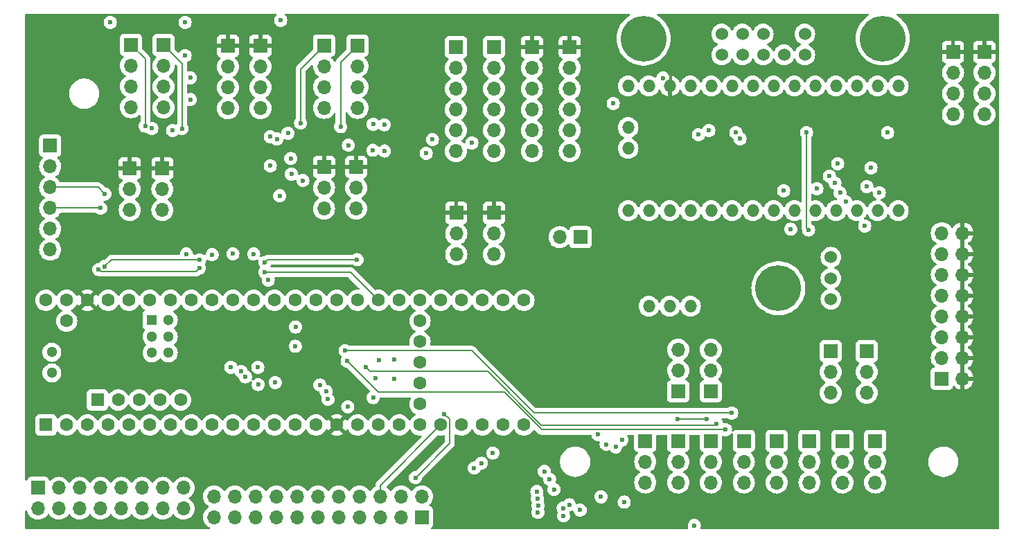
<source format=gbr>
%TF.GenerationSoftware,KiCad,Pcbnew,8.0.3*%
%TF.CreationDate,2024-07-14T18:55:44-07:00*%
%TF.ProjectId,robosub_teensy,726f626f-7375-4625-9f74-65656e73792e,rev?*%
%TF.SameCoordinates,Original*%
%TF.FileFunction,Copper,L2,Inr*%
%TF.FilePolarity,Positive*%
%FSLAX46Y46*%
G04 Gerber Fmt 4.6, Leading zero omitted, Abs format (unit mm)*
G04 Created by KiCad (PCBNEW 8.0.3) date 2024-07-14 18:55:44*
%MOMM*%
%LPD*%
G01*
G04 APERTURE LIST*
%TA.AperFunction,ComponentPad*%
%ADD10O,1.700000X1.700000*%
%TD*%
%TA.AperFunction,ComponentPad*%
%ADD11R,1.700000X1.700000*%
%TD*%
%TA.AperFunction,ComponentPad*%
%ADD12C,5.588000*%
%TD*%
%TA.AperFunction,ComponentPad*%
%ADD13O,1.524000X1.524000*%
%TD*%
%TA.AperFunction,ComponentPad*%
%ADD14C,1.524000*%
%TD*%
%TA.AperFunction,ComponentPad*%
%ADD15C,1.300000*%
%TD*%
%TA.AperFunction,ComponentPad*%
%ADD16R,1.300000X1.300000*%
%TD*%
%TA.AperFunction,ComponentPad*%
%ADD17C,1.600000*%
%TD*%
%TA.AperFunction,ComponentPad*%
%ADD18R,1.600000X1.600000*%
%TD*%
%TA.AperFunction,ViaPad*%
%ADD19C,0.600000*%
%TD*%
%TA.AperFunction,Conductor*%
%ADD20C,0.200000*%
%TD*%
G04 APERTURE END LIST*
D10*
%TO.N,+5V*%
%TO.C,JP10*%
X169005000Y-181245000D03*
%TO.N,Net-(J25-Pin_1)*%
X169005000Y-178705000D03*
D11*
%TO.N,+3.3V*%
X169005000Y-176165000D03*
%TD*%
D10*
%TO.N,+5V*%
%TO.C,JP9*%
X165065000Y-181245000D03*
%TO.N,Net-(J24-Pin_1)*%
X165065000Y-178705000D03*
D11*
%TO.N,+3.3V*%
X165065000Y-176165000D03*
%TD*%
D10*
%TO.N,+5V*%
%TO.C,JP2*%
X145320000Y-181415000D03*
%TO.N,Net-(J14-Pin_1)*%
X145320000Y-178875000D03*
D11*
%TO.N,+3.3V*%
X145320000Y-176335000D03*
%TD*%
D10*
%TO.N,+5V*%
%TO.C,JP1*%
X141330000Y-181415000D03*
%TO.N,Net-(J13-Pin_1)*%
X141330000Y-178875000D03*
D11*
%TO.N,+3.3V*%
X141330000Y-176335000D03*
%TD*%
%TO.N,Net-(J25-Pin_1)*%
%TO.C,J25*%
X169145000Y-161315000D03*
D10*
%TO.N,I2C3_SCL*%
X169145000Y-163855000D03*
%TO.N,I2C3_SDA*%
X169145000Y-166395000D03*
%TO.N,GND*%
X169145000Y-168935000D03*
%TD*%
D11*
%TO.N,Net-(J24-Pin_1)*%
%TO.C,J24*%
X165065000Y-161315000D03*
D10*
%TO.N,I2C2_SCL*%
X165065000Y-163855000D03*
%TO.N,I2C2_SDA*%
X165065000Y-166395000D03*
%TO.N,GND*%
X165065000Y-168935000D03*
%TD*%
D11*
%TO.N,+3.3V*%
%TO.C,J21*%
X157285000Y-161360000D03*
D10*
%TO.N,I2C1_SCL*%
X157285000Y-163900000D03*
%TO.N,I2C1_SDA*%
X157285000Y-166440000D03*
%TO.N,GND*%
X157285000Y-168980000D03*
%TD*%
D11*
%TO.N,+3.3V*%
%TO.C,J20*%
X153310000Y-161370000D03*
D10*
%TO.N,I2C1_SCL*%
X153310000Y-163910000D03*
%TO.N,I2C1_SDA*%
X153310000Y-166450000D03*
%TO.N,GND*%
X153310000Y-168990000D03*
%TD*%
D11*
%TO.N,+3.3V*%
%TO.C,J19*%
X245760000Y-162100000D03*
D10*
%TO.N,I2C1_SCL*%
X245760000Y-164640000D03*
%TO.N,I2C1_SDA*%
X245760000Y-167180000D03*
%TO.N,GND*%
X245760000Y-169720000D03*
%TD*%
D11*
%TO.N,+3.3V*%
%TO.C,J18*%
X241930000Y-162100000D03*
D10*
%TO.N,I2C1_SCL*%
X241930000Y-164640000D03*
%TO.N,I2C1_SDA*%
X241930000Y-167180000D03*
%TO.N,GND*%
X241930000Y-169720000D03*
%TD*%
D11*
%TO.N,Net-(J14-Pin_1)*%
%TO.C,J14*%
X145455000Y-161270000D03*
D10*
%TO.N,I2C1_SCL*%
X145455000Y-163810000D03*
%TO.N,I2C1_SDA*%
X145455000Y-166350000D03*
%TO.N,GND*%
X145455000Y-168890000D03*
%TD*%
D11*
%TO.N,Net-(J13-Pin_1)*%
%TO.C,J13*%
X141485000Y-161230000D03*
D10*
%TO.N,I2C1_SCL*%
X141485000Y-163770000D03*
%TO.N,I2C1_SDA*%
X141485000Y-166310000D03*
%TO.N,GND*%
X141485000Y-168850000D03*
%TD*%
D11*
%TO.N,GND*%
%TO.C,J12*%
X130120000Y-215392000D03*
D10*
%TO.N,+5V*%
X130120000Y-217932000D03*
%TO.N,GND*%
X132660000Y-215392000D03*
%TO.N,+5V*%
X132660000Y-217932000D03*
%TO.N,GND*%
X135200000Y-215392000D03*
%TO.N,+5V*%
X135200000Y-217932000D03*
%TO.N,GND*%
X137740000Y-215392000D03*
%TO.N,+5V*%
X137740000Y-217932000D03*
%TO.N,GND*%
X140280000Y-215392000D03*
%TO.N,+5V*%
X140280000Y-217932000D03*
%TO.N,GND*%
X142820000Y-215392000D03*
%TO.N,+5V*%
X142820000Y-217932000D03*
%TO.N,GND*%
X145360000Y-215392000D03*
%TO.N,+5V*%
X145360000Y-217932000D03*
%TO.N,GND*%
X147900000Y-215392000D03*
%TO.N,+5V*%
X147900000Y-217932000D03*
%TD*%
%TO.N,+3.3V*%
%TO.C,J11*%
X243100000Y-184255000D03*
%TO.N,GND*%
X240560000Y-184255000D03*
%TO.N,+3.3V*%
X243100000Y-186795000D03*
%TO.N,GND*%
X240560000Y-186795000D03*
%TO.N,+3.3V*%
X243100000Y-189335000D03*
%TO.N,GND*%
X240560000Y-189335000D03*
%TO.N,+3.3V*%
X243100000Y-191875000D03*
%TO.N,GND*%
X240560000Y-191875000D03*
%TO.N,+3.3V*%
X243100000Y-194415000D03*
%TO.N,GND*%
X240560000Y-194415000D03*
%TO.N,+3.3V*%
X243100000Y-196955000D03*
%TO.N,GND*%
X240560000Y-196955000D03*
%TO.N,+3.3V*%
X243100000Y-199495000D03*
%TO.N,GND*%
X240560000Y-199495000D03*
%TO.N,+3.3V*%
X243100000Y-202035000D03*
D11*
%TO.N,GND*%
X240560000Y-202035000D03*
%TD*%
%TO.N,GND*%
%TO.C,J17*%
X177020000Y-218970000D03*
D10*
%TO.N,D1{slash}A1*%
X177020000Y-216430000D03*
%TO.N,GND*%
X174480000Y-218970000D03*
%TO.N,D2{slash}A2*%
X174480000Y-216430000D03*
%TO.N,GND*%
X171940000Y-218970000D03*
%TO.N,D3{slash}PWM10*%
X171940000Y-216430000D03*
%TO.N,GND*%
X169400000Y-218970000D03*
%TO.N,D4{slash}PWM11*%
X169400000Y-216430000D03*
%TO.N,GND*%
X166860000Y-218970000D03*
%TO.N,D5*%
X166860000Y-216430000D03*
%TO.N,GND*%
X164320000Y-218970000D03*
%TO.N,D6*%
X164320000Y-216430000D03*
%TO.N,GND*%
X161780000Y-218970000D03*
%TO.N,D7*%
X161780000Y-216430000D03*
%TO.N,GND*%
X159240000Y-218970000D03*
%TO.N,D8{slash}A3{slash}PWM12*%
X159240000Y-216430000D03*
%TO.N,GND*%
X156700000Y-218970000D03*
%TO.N,D9{slash}A4{slash}PWM13*%
X156700000Y-216430000D03*
%TO.N,GND*%
X154160000Y-218970000D03*
%TO.N,D10{slash}A5*%
X154160000Y-216430000D03*
%TO.N,GND*%
X151620000Y-218970000D03*
%TO.N,D11{slash}PWM14*%
X151620000Y-216430000D03*
%TD*%
D11*
%TO.N,I2C2_SCL*%
%TO.C,JP18*%
X231375000Y-198680000D03*
D10*
%TO.N,Net-(JP18-C)*%
X231375000Y-201220000D03*
%TO.N,I2C1_SCL*%
X231375000Y-203760000D03*
%TD*%
D11*
%TO.N,I2C2_SDA*%
%TO.C,JP17*%
X226975000Y-198680000D03*
D10*
%TO.N,Net-(JP17-C)*%
X226975000Y-201220000D03*
%TO.N,I2C1_SDA*%
X226975000Y-203760000D03*
%TD*%
D11*
%TO.N,+3.3V*%
%TO.C,JP8*%
X185825000Y-181775000D03*
D10*
%TO.N,Net-(J23-Pin_1)*%
X185825000Y-184315000D03*
%TO.N,+5V*%
X185825000Y-186855000D03*
%TD*%
D11*
%TO.N,+3.3V*%
%TO.C,JP7*%
X181225000Y-181775000D03*
D10*
%TO.N,Net-(J22-Pin_1)*%
X181225000Y-184315000D03*
%TO.N,+5V*%
X181225000Y-186855000D03*
%TD*%
D11*
%TO.N,PWM1*%
%TO.C,JP4*%
X208336224Y-203575000D03*
D10*
%TO.N,Net-(J6-Pin_1)*%
X208336224Y-201035000D03*
%TO.N,PWM8{slash}AUDIO_DOUT*%
X208336224Y-198495000D03*
%TD*%
%TO.N,PWM7{slash}AUDIO_DIN*%
%TO.C,JP3*%
X212351020Y-198495000D03*
%TO.N,Net-(J4-Pin_1)*%
X212351020Y-201035000D03*
D11*
%TO.N,PWM0*%
X212351020Y-203575000D03*
%TD*%
%TO.N,+3.3V*%
%TO.C,J27*%
X195100000Y-161525000D03*
D10*
%TO.N,SPI_MOSI*%
X195100000Y-164065000D03*
%TO.N,SPI_MISO*%
X195100000Y-166605000D03*
%TO.N,SPI_CS4*%
X195100000Y-169145000D03*
%TO.N,SPI_SCK*%
X195100000Y-171685000D03*
%TO.N,GND*%
X195100000Y-174225000D03*
%TD*%
D11*
%TO.N,+3.3V*%
%TO.C,J26*%
X190466666Y-161525000D03*
D10*
%TO.N,SPI_MOSI*%
X190466666Y-164065000D03*
%TO.N,SPI_MISO*%
X190466666Y-166605000D03*
%TO.N,SPI_CS3*%
X190466666Y-169145000D03*
%TO.N,SPI_SCK*%
X190466666Y-171685000D03*
%TO.N,GND*%
X190466666Y-174225000D03*
%TD*%
D11*
%TO.N,Net-(J23-Pin_1)*%
%TO.C,J23*%
X185833333Y-161525000D03*
D10*
%TO.N,SPI_MOSI*%
X185833333Y-164065000D03*
%TO.N,SPI_MISO*%
X185833333Y-166605000D03*
%TO.N,SPI_CS2*%
X185833333Y-169145000D03*
%TO.N,SPI_SCK*%
X185833333Y-171685000D03*
%TO.N,GND*%
X185833333Y-174225000D03*
%TD*%
D11*
%TO.N,Net-(J22-Pin_1)*%
%TO.C,J22*%
X181200000Y-161525000D03*
D10*
%TO.N,SPI_MOSI*%
X181200000Y-164065000D03*
%TO.N,SPI_MISO*%
X181200000Y-166605000D03*
%TO.N,SPI_CS1*%
X181200000Y-169145000D03*
%TO.N,SPI_SCK*%
X181200000Y-171685000D03*
%TO.N,GND*%
X181200000Y-174225000D03*
%TD*%
D11*
%TO.N,+5V*%
%TO.C,J10*%
X131600000Y-173560000D03*
D10*
X131600000Y-176100000D03*
%TO.N,Analog_Current*%
X131600000Y-178640000D03*
%TO.N,Analog_Voltage*%
X131600000Y-181180000D03*
%TO.N,GND*%
X131600000Y-183720000D03*
X131600000Y-186260000D03*
%TD*%
D11*
%TO.N,PWM6*%
%TO.C,J9*%
X216365816Y-209645000D03*
D10*
%TO.N,unconnected-(J9-Pin_2-Pad2)*%
X216365816Y-212185000D03*
%TO.N,GND*%
X216365816Y-214725000D03*
%TD*%
%TO.N,GND*%
%TO.C,J8*%
X204321428Y-214725000D03*
%TO.N,unconnected-(J8-Pin_2-Pad2)*%
X204321428Y-212185000D03*
D11*
%TO.N,PWM9*%
X204321428Y-209645000D03*
%TD*%
%TO.N,PWM5*%
%TO.C,J7*%
X220380612Y-209645000D03*
D10*
%TO.N,unconnected-(J7-Pin_2-Pad2)*%
X220380612Y-212185000D03*
%TO.N,GND*%
X220380612Y-214725000D03*
%TD*%
%TO.N,GND*%
%TO.C,J6*%
X208336224Y-214725000D03*
%TO.N,unconnected-(J6-Pin_2-Pad2)*%
X208336224Y-212185000D03*
D11*
%TO.N,Net-(J6-Pin_1)*%
X208336224Y-209645000D03*
%TD*%
D10*
%TO.N,GND*%
%TO.C,J5*%
X224395408Y-214725000D03*
%TO.N,unconnected-(J5-Pin_2-Pad2)*%
X224395408Y-212185000D03*
D11*
%TO.N,PWM4*%
X224395408Y-209645000D03*
%TD*%
%TO.N,Net-(J4-Pin_1)*%
%TO.C,J4*%
X212351020Y-209645000D03*
D10*
%TO.N,unconnected-(J4-Pin_2-Pad2)*%
X212351020Y-212185000D03*
%TO.N,GND*%
X212351020Y-214725000D03*
%TD*%
%TO.N,GND*%
%TO.C,J3*%
X228410204Y-214725000D03*
%TO.N,unconnected-(J3-Pin_2-Pad2)*%
X228410204Y-212185000D03*
D11*
%TO.N,PWM3*%
X228410204Y-209645000D03*
%TD*%
%TO.N,UART_RX*%
%TO.C,J2*%
X196400000Y-184745000D03*
D10*
%TO.N,UART_TX*%
X193860000Y-184745000D03*
%TD*%
%TO.N,GND*%
%TO.C,J1*%
X232425000Y-214725000D03*
%TO.N,unconnected-(J1-Pin_2-Pad2)*%
X232425000Y-212185000D03*
D11*
%TO.N,PWM2*%
X232425000Y-209645000D03*
%TD*%
D12*
%TO.N,*%
%TO.C,U2*%
X204114680Y-160473880D03*
X220589120Y-190989440D03*
X233352620Y-160453560D03*
D13*
%TO.N,GND*%
X202230000Y-181500000D03*
%TO.N,unconnected-(U2-0_RX1_CRX2_CS1-Pad2)*%
X204770000Y-181500000D03*
%TO.N,unconnected-(U2-1_TX1_CTX2_MISO1-Pad3)*%
X207310000Y-181500000D03*
%TO.N,unconnected-(U2-2_OUT2-Pad4)*%
X209850000Y-181500000D03*
%TO.N,unconnected-(U2-3_LRCLK2-Pad5)*%
X212390000Y-181500000D03*
%TO.N,unconnected-(U2-4_BCLK2-Pad6)*%
X214930000Y-181500000D03*
%TO.N,unconnected-(U2-5_IN2-Pad7)*%
X217470000Y-181500000D03*
%TO.N,unconnected-(U2-6_OUT1D-Pad8)*%
X220010000Y-181500000D03*
%TO.N,Net-(JP11-B)*%
X222550000Y-181500000D03*
%TO.N,Net-(JP12-B)*%
X225090000Y-181500000D03*
%TO.N,unconnected-(U2-9_OUT1C-Pad11)*%
X227630000Y-181500000D03*
%TO.N,Net-(JP13-B)*%
X230170000Y-181500000D03*
%TO.N,Net-(JP14-B)*%
X232710000Y-181500000D03*
%TO.N,Net-(JP15-B)*%
X235250000Y-181500000D03*
%TO.N,unconnected-(U2-MIC-Pad15)*%
X202230000Y-171340000D03*
%TO.N,unconnected-(U2-GND-Pad16)*%
X202230000Y-173880000D03*
%TO.N,Net-(JP16-B)*%
X235250000Y-166260000D03*
%TO.N,unconnected-(U2-14_A0_TX3_SPDIF_OUT-Pad18)*%
X232710000Y-166260000D03*
%TO.N,Vol_Knob*%
X230170000Y-166260000D03*
%TO.N,unconnected-(U2-16_A2_RX4_SCL1-Pad20)*%
X227630000Y-166260000D03*
%TO.N,unconnected-(U2-17_A3_TX4_SDA1-Pad21)*%
X225090000Y-166260000D03*
%TO.N,Net-(JP17-C)*%
X222550000Y-166260000D03*
%TO.N,Net-(JP18-C)*%
X220010000Y-166260000D03*
%TO.N,LRCLK*%
X217470000Y-166260000D03*
%TO.N,BCLK*%
X214930000Y-166260000D03*
%TO.N,unconnected-(U2-22_A8_CTX1-Pad26)*%
X212390000Y-166260000D03*
%TO.N,MCLK*%
X209850000Y-166260000D03*
%TO.N,+3.3V*%
X207310000Y-166260000D03*
%TO.N,GND*%
X204770000Y-166260000D03*
%TO.N,+5V*%
X202230000Y-166260000D03*
D14*
%TO.N,unconnected-(U2-LINE_OUT_L-Pad31)*%
X223820000Y-162450000D03*
%TO.N,unconnected-(U2-LINE_OUT_GND-Pad32)*%
X221280000Y-162450000D03*
%TO.N,unconnected-(U2-LINE_OUT_R-Pad33)*%
X218740000Y-162450000D03*
%TO.N,unconnected-(U2-LINE_IN_R-Pad34)*%
X216200000Y-162450000D03*
%TO.N,unconnected-(U2-LINE_IN_L-Pad35)*%
X213660000Y-162450000D03*
%TO.N,unconnected-(U2-LINE_IN_R_GND-Pad36)*%
X216200000Y-159910000D03*
%TO.N,unconnected-(U2-LINE_IN_L_GND-Pad37)*%
X213660000Y-159910000D03*
%TO.N,unconnected-(U2-VOL_GND-Pad38)*%
X227020400Y-187192140D03*
%TO.N,unconnected-(U2-VOL_15_A1-Pad39)*%
X227020400Y-189772780D03*
%TO.N,unconnected-(U2-VOL_3.3V-Pad40)*%
X227020400Y-192310240D03*
D13*
%TO.N,unconnected-(U2-HEADPHONES_L-Pad41)*%
X209850000Y-193184000D03*
%TO.N,unconnected-(U2-HEADPHONES_R-Pad42)*%
X207310000Y-193184000D03*
%TO.N,unconnected-(U2-HEADPHONES_VGND-Pad43)*%
X204770000Y-193184000D03*
D14*
%TO.N,N/C*%
X218740000Y-159910000D03*
X223820000Y-159910000D03*
%TD*%
D15*
%TO.N,unconnected-(U1-D+-Pad67)*%
%TO.C,U1*%
X131805000Y-201340000D03*
%TO.N,unconnected-(U1-D--Pad66)*%
X131805000Y-198800000D03*
%TO.N,unconnected-(U1-R--Pad65)*%
X146045000Y-194888400D03*
%TO.N,unconnected-(U1-GND-Pad64)*%
X146045000Y-196888400D03*
%TO.N,unconnected-(U1-T+-Pad63)*%
X146045000Y-198888400D03*
%TO.N,unconnected-(U1-T--Pad62)*%
X144045000Y-198888400D03*
%TO.N,unconnected-(U1-LED-Pad61)*%
X144045000Y-196888400D03*
D16*
%TO.N,unconnected-(U1-R+-Pad60)*%
X144045000Y-194888400D03*
D17*
%TO.N,unconnected-(U1-GND-Pad59)*%
X147534200Y-204639200D03*
%TO.N,unconnected-(U1-GND-Pad58)*%
X144994200Y-204639200D03*
%TO.N,unconnected-(U1-D+-Pad57)*%
X142454200Y-204639200D03*
%TO.N,unconnected-(U1-D--Pad56)*%
X139914200Y-204639200D03*
D18*
%TO.N,unconnected-(U1-5V-Pad55)*%
X137374200Y-204639200D03*
D17*
%TO.N,unconnected-(U1-ON_OFF-Pad54)*%
X176795000Y-194990000D03*
%TO.N,unconnected-(U1-PROGRAM-Pad53)*%
X176795000Y-197530000D03*
%TO.N,unconnected-(U1-GND-Pad52)*%
X176795000Y-200070000D03*
%TO.N,unconnected-(U1-3V3-Pad51)*%
X176795000Y-202610000D03*
%TO.N,unconnected-(U1-VBAT-Pad50)*%
X176795000Y-205150000D03*
%TO.N,unconnected-(U1-VUSB-Pad49)*%
X133615000Y-194990000D03*
%TO.N,+5V*%
X131075000Y-192450000D03*
%TO.N,GND*%
X133615000Y-192450000D03*
%TO.N,+3.3V*%
X136155000Y-192450000D03*
%TO.N,MCLK*%
X138695000Y-192450000D03*
%TO.N,D8{slash}A3{slash}PWM12*%
X141235000Y-192450000D03*
%TO.N,BCLK*%
X143775000Y-192450000D03*
%TO.N,LRCLK*%
X146315000Y-192450000D03*
%TO.N,I2C1_SCL*%
X148855000Y-192450000D03*
%TO.N,I2C1_SDA*%
X151395000Y-192450000D03*
%TO.N,I2C2_SDA*%
X153935000Y-192450000D03*
%TO.N,I2C2_SCL*%
X156475000Y-192450000D03*
%TO.N,Vol_Knob*%
X159015000Y-192450000D03*
%TO.N,D9{slash}A4{slash}PWM13*%
X161555000Y-192450000D03*
%TO.N,SPI_SCK*%
X164095000Y-192450000D03*
%TO.N,GND*%
X166635000Y-192450000D03*
%TO.N,Analog_Current*%
X169175000Y-192450000D03*
%TO.N,Analog_Voltage*%
X171715000Y-192450000D03*
%TO.N,D10{slash}A5*%
X174255000Y-192450000D03*
%TO.N,SPI_CS2*%
X176795000Y-192450000D03*
%TO.N,SPI_CS3*%
X179335000Y-192450000D03*
%TO.N,SPI_CS4*%
X181875000Y-192450000D03*
%TO.N,UART_TX*%
X184415000Y-192450000D03*
%TO.N,UART_RX*%
X186955000Y-192450000D03*
%TO.N,D11{slash}PWM14*%
X189495000Y-192450000D03*
%TO.N,D7*%
X189495000Y-207690000D03*
%TO.N,D6*%
X186955000Y-207690000D03*
%TO.N,D5*%
X184415000Y-207690000D03*
%TO.N,D4{slash}PWM11*%
X181875000Y-207690000D03*
%TO.N,D3{slash}PWM10*%
X179335000Y-207690000D03*
%TO.N,D2{slash}A2*%
X176795000Y-207690000D03*
%TO.N,D1{slash}A1*%
X174255000Y-207690000D03*
%TO.N,I2C3_SDA*%
X171715000Y-207690000D03*
%TO.N,I2C3_SCL*%
X169175000Y-207690000D03*
%TO.N,+3.3V*%
X166635000Y-207690000D03*
%TO.N,SPI_MISO*%
X164095000Y-207690000D03*
%TO.N,SPI_MOSI*%
X161555000Y-207690000D03*
%TO.N,SPI_CS1*%
X159015000Y-207690000D03*
%TO.N,PWM9*%
X156475000Y-207690000D03*
%TO.N,PWM8{slash}AUDIO_DOUT*%
X153935000Y-207690000D03*
%TO.N,PWM7{slash}AUDIO_DIN*%
X151395000Y-207690000D03*
%TO.N,PWM6*%
X148855000Y-207690000D03*
%TO.N,PWM5*%
X146315000Y-207690000D03*
%TO.N,PWM4*%
X143775000Y-207690000D03*
%TO.N,PWM3*%
X141235000Y-207690000D03*
%TO.N,PWM2*%
X138695000Y-207690000D03*
%TO.N,PWM1*%
X136155000Y-207690000D03*
%TO.N,PWM0*%
X133615000Y-207690000D03*
D18*
%TO.N,GND*%
X131075000Y-207690000D03*
%TD*%
D19*
%TO.N,SPI_MOSI*%
X200406000Y-168402000D03*
X210820000Y-172212000D03*
X215900000Y-172720000D03*
%TO.N,SPI_CS4*%
X212090000Y-171704000D03*
X215392000Y-171958000D03*
%TO.N,PWM7{slash}AUDIO_DIN*%
X233934000Y-171958000D03*
%TO.N,PWM8{slash}AUDIO_DOUT*%
X232918000Y-179324000D03*
X231140000Y-183388000D03*
X231902000Y-176276000D03*
%TO.N,I2C2_SCL*%
X167640000Y-198628000D03*
X214884000Y-206248000D03*
X156972000Y-200660000D03*
%TO.N,I2C1_SCL*%
X153670000Y-200660000D03*
X214122000Y-208280000D03*
X167894000Y-199898000D03*
%TO.N,I2C1_SDA*%
X170180000Y-200660000D03*
X154940000Y-201168000D03*
X213029063Y-207534459D03*
%TO.N,Vol_Knob*%
X158242000Y-189992000D03*
X158496000Y-176022000D03*
X158496000Y-172466000D03*
X159766000Y-158242000D03*
%TO.N,LRCLK*%
X148082000Y-158496000D03*
X148082000Y-162560000D03*
X146558000Y-171704000D03*
%TO.N,BCLK*%
X144018000Y-171450000D03*
X206480742Y-165280000D03*
%TO.N,MCLK*%
X138938000Y-158496000D03*
%TO.N,SPI_CS2*%
X177546000Y-174498000D03*
%TO.N,SPI_CS4*%
X183134000Y-173228000D03*
%TO.N,SPI_CS3*%
X178317308Y-172807453D03*
%TO.N,I2C2_SDA*%
X155467508Y-201813672D03*
X211836000Y-207010000D03*
X208280000Y-207010000D03*
%TO.N,Net-(JP17-C)*%
X224282000Y-183862000D03*
X224028000Y-171958000D03*
%TO.N,Net-(JP18-C)*%
X231394000Y-178562000D03*
X227838000Y-175768000D03*
%TO.N,Net-(JP15-B)*%
X222108000Y-183770620D03*
X221234000Y-179070000D03*
%TO.N,Net-(JP14-B)*%
X226822000Y-177292000D03*
%TO.N,Net-(JP13-B)*%
X227505380Y-178132620D03*
%TO.N,Net-(JP11-B)*%
X225298000Y-178816000D03*
%TO.N,Net-(JP12-B)*%
X228832265Y-180419197D03*
X228129882Y-179322807D03*
%TO.N,D11{slash}PWM14*%
X173670000Y-202050000D03*
X164553537Y-202810777D03*
X171360000Y-201980000D03*
%TO.N,D10{slash}A5*%
X165321380Y-203578620D03*
X173630000Y-199670000D03*
X171810000Y-199740000D03*
%TO.N,D9{slash}A4{slash}PWM13*%
X161590000Y-195720000D03*
X165540000Y-204560000D03*
X161560000Y-198080000D03*
%TO.N,D8{slash}A3{slash}PWM12*%
X157009927Y-202760000D03*
X159107620Y-202510000D03*
X167970000Y-205480000D03*
%TO.N,D7*%
X185690000Y-211130000D03*
%TO.N,D1{slash}A1*%
X179768380Y-206341620D03*
X176250000Y-214130000D03*
%TO.N,D4{slash}PWM11*%
X183420000Y-212980000D03*
%TO.N,D5*%
X184300000Y-212380000D03*
%TO.N,PWM9*%
X198540000Y-208880000D03*
%TO.N,PWM8{slash}AUDIO_DOUT*%
X191990000Y-213370000D03*
X199550000Y-210070000D03*
%TO.N,PWM7{slash}AUDIO_DIN*%
X192630000Y-214330000D03*
X201750000Y-217130000D03*
%TO.N,PWM6*%
X193180000Y-215570000D03*
X198910000Y-216480000D03*
%TO.N,PWM5*%
X191080000Y-215840000D03*
X196356216Y-218105456D03*
%TO.N,PWM4*%
X195052537Y-217457463D03*
X191148638Y-216687227D03*
%TO.N,PWM3*%
X194302253Y-217856935D03*
X191236663Y-217532660D03*
%TO.N,PWM2*%
X191203770Y-218382025D03*
X194342126Y-218816048D03*
%TO.N,PWM0*%
X210315650Y-219990000D03*
%TO.N,PWM1*%
X201480000Y-209530000D03*
X200720000Y-210390000D03*
%TO.N,I2C3_SDA*%
X171080000Y-170940000D03*
X171030000Y-174120000D03*
X171080000Y-204360000D03*
%TO.N,I2C3_SCL*%
X172420000Y-171000000D03*
X172450000Y-174210000D03*
%TO.N,SPI_CS1*%
X159650000Y-179690000D03*
%TO.N,SPI_MISO*%
X161076899Y-177036047D03*
%TO.N,SPI_MOSI*%
X160997537Y-175127537D03*
%TO.N,SPI_SCK*%
X168040380Y-173510000D03*
X162480000Y-177810000D03*
%TO.N,Net-(J25-Pin_1)*%
X167090000Y-171240000D03*
%TO.N,Net-(J24-Pin_1)*%
X162200000Y-170790000D03*
%TO.N,I2C2_SDA*%
X160670000Y-172040000D03*
X159300872Y-172739286D03*
X153935000Y-186780000D03*
%TO.N,I2C2_SCL*%
X156475000Y-186800000D03*
%TO.N,I2C1_SCL*%
X148732000Y-165270000D03*
X148732000Y-167921576D03*
X148250000Y-186800000D03*
%TO.N,I2C1_SDA*%
X151395000Y-186880000D03*
%TO.N,Net-(J14-Pin_1)*%
X147720620Y-171460620D03*
%TO.N,Net-(J13-Pin_1)*%
X143220000Y-171170000D03*
%TO.N,Analog_Voltage*%
X157846000Y-189025591D03*
X149830000Y-188520000D03*
%TO.N,Analog_Current*%
X149860000Y-187520000D03*
X157846000Y-187836148D03*
%TO.N,Analog_Voltage*%
X137770000Y-181190000D03*
X137531159Y-188694956D03*
%TO.N,Analog_Current*%
X138288000Y-179460831D03*
X138288000Y-188308050D03*
X169100000Y-187500000D03*
%TD*%
D20*
%TO.N,Net-(JP17-C)*%
X224028000Y-171958000D02*
X224028000Y-183608000D01*
X224028000Y-183608000D02*
X224282000Y-183862000D01*
%TO.N,I2C2_SCL*%
X214884000Y-206248000D02*
X190740007Y-206248000D01*
X183122007Y-198630000D02*
X167642000Y-198630000D01*
X167642000Y-198630000D02*
X167640000Y-198628000D01*
X190740007Y-206248000D02*
X183122007Y-198630000D01*
%TO.N,I2C1_SCL*%
X187070635Y-203710000D02*
X171706000Y-203710000D01*
X191640635Y-208280000D02*
X187070635Y-203710000D01*
X214122000Y-208280000D02*
X191640635Y-208280000D01*
%TO.N,I2C1_SDA*%
X212864900Y-207698622D02*
X213029063Y-207534459D01*
X185096321Y-201170000D02*
X191624943Y-207698622D01*
%TO.N,I2C1_SCL*%
X171706000Y-203710000D02*
X167894000Y-199898000D01*
%TO.N,I2C1_SDA*%
X170690000Y-201170000D02*
X185096321Y-201170000D01*
X191624943Y-207698622D02*
X212864900Y-207698622D01*
X170180000Y-200660000D02*
X170690000Y-201170000D01*
%TO.N,Analog_Current*%
X169100000Y-187500000D02*
X158182148Y-187500000D01*
%TO.N,Analog_Voltage*%
X171715000Y-192450000D02*
X168290591Y-189025591D01*
%TO.N,Analog_Current*%
X158182148Y-187500000D02*
X157846000Y-187836148D01*
%TO.N,Analog_Voltage*%
X168290591Y-189025591D02*
X157846000Y-189025591D01*
%TO.N,Net-(J14-Pin_1)*%
X147720620Y-163535620D02*
X147720620Y-171460620D01*
X145455000Y-161270000D02*
X147720620Y-163535620D01*
%TO.N,Analog_Current*%
X138288000Y-188292000D02*
X138288000Y-188308050D01*
X149830000Y-187490000D02*
X139090000Y-187490000D01*
%TO.N,Analog_Voltage*%
X137794253Y-188958050D02*
X137531159Y-188694956D01*
%TO.N,Analog_Current*%
X139090000Y-187490000D02*
X138288000Y-188292000D01*
X131600000Y-178640000D02*
X137467169Y-178640000D01*
%TO.N,Analog_Voltage*%
X149391950Y-188958050D02*
X137794253Y-188958050D01*
X149830000Y-188520000D02*
X149391950Y-188958050D01*
%TO.N,Analog_Current*%
X137467169Y-178640000D02*
X138288000Y-179460831D01*
X149860000Y-187520000D02*
X149830000Y-187490000D01*
%TO.N,I2C2_SDA*%
X211836000Y-207010000D02*
X208280000Y-207010000D01*
%TO.N,D3{slash}PWM10*%
X171940000Y-216430000D02*
X171940000Y-215085000D01*
X171940000Y-215085000D02*
X179335000Y-207690000D01*
%TO.N,Net-(J25-Pin_1)*%
X167090000Y-171240000D02*
X167090000Y-163370000D01*
X167090000Y-163370000D02*
X169145000Y-161315000D01*
%TO.N,Net-(J24-Pin_1)*%
X162200000Y-170790000D02*
X162200000Y-164180000D01*
X162200000Y-164180000D02*
X165065000Y-161315000D01*
%TO.N,Net-(J13-Pin_1)*%
X143220000Y-171170000D02*
X143220000Y-162965000D01*
X143220000Y-162965000D02*
X141485000Y-161230000D01*
%TO.N,Analog_Voltage*%
X131600000Y-181180000D02*
X137760000Y-181180000D01*
X137760000Y-181180000D02*
X137770000Y-181190000D01*
%TO.N,D1{slash}A1*%
X176250000Y-214130000D02*
X180435000Y-209945000D01*
X180435000Y-207008240D02*
X179768380Y-206341620D01*
X180435000Y-209945000D02*
X180435000Y-207008240D01*
%TD*%
%TA.AperFunction,Conductor*%
%TO.N,+3.3V*%
G36*
X243350000Y-201601988D02*
G01*
X243292993Y-201569075D01*
X243165826Y-201535000D01*
X243034174Y-201535000D01*
X242907007Y-201569075D01*
X242850000Y-201601988D01*
X242850000Y-199928012D01*
X242907007Y-199960925D01*
X243034174Y-199995000D01*
X243165826Y-199995000D01*
X243292993Y-199960925D01*
X243350000Y-199928012D01*
X243350000Y-201601988D01*
G37*
%TD.AperFunction*%
%TA.AperFunction,Conductor*%
G36*
X243350000Y-199061988D02*
G01*
X243292993Y-199029075D01*
X243165826Y-198995000D01*
X243034174Y-198995000D01*
X242907007Y-199029075D01*
X242850000Y-199061988D01*
X242850000Y-197388012D01*
X242907007Y-197420925D01*
X243034174Y-197455000D01*
X243165826Y-197455000D01*
X243292993Y-197420925D01*
X243350000Y-197388012D01*
X243350000Y-199061988D01*
G37*
%TD.AperFunction*%
%TA.AperFunction,Conductor*%
G36*
X243350000Y-196521988D02*
G01*
X243292993Y-196489075D01*
X243165826Y-196455000D01*
X243034174Y-196455000D01*
X242907007Y-196489075D01*
X242850000Y-196521988D01*
X242850000Y-194848012D01*
X242907007Y-194880925D01*
X243034174Y-194915000D01*
X243165826Y-194915000D01*
X243292993Y-194880925D01*
X243350000Y-194848012D01*
X243350000Y-196521988D01*
G37*
%TD.AperFunction*%
%TA.AperFunction,Conductor*%
G36*
X243350000Y-193981988D02*
G01*
X243292993Y-193949075D01*
X243165826Y-193915000D01*
X243034174Y-193915000D01*
X242907007Y-193949075D01*
X242850000Y-193981988D01*
X242850000Y-192308012D01*
X242907007Y-192340925D01*
X243034174Y-192375000D01*
X243165826Y-192375000D01*
X243292993Y-192340925D01*
X243350000Y-192308012D01*
X243350000Y-193981988D01*
G37*
%TD.AperFunction*%
%TA.AperFunction,Conductor*%
G36*
X243350000Y-191441988D02*
G01*
X243292993Y-191409075D01*
X243165826Y-191375000D01*
X243034174Y-191375000D01*
X242907007Y-191409075D01*
X242850000Y-191441988D01*
X242850000Y-189768012D01*
X242907007Y-189800925D01*
X243034174Y-189835000D01*
X243165826Y-189835000D01*
X243292993Y-189800925D01*
X243350000Y-189768012D01*
X243350000Y-191441988D01*
G37*
%TD.AperFunction*%
%TA.AperFunction,Conductor*%
G36*
X243350000Y-188901988D02*
G01*
X243292993Y-188869075D01*
X243165826Y-188835000D01*
X243034174Y-188835000D01*
X242907007Y-188869075D01*
X242850000Y-188901988D01*
X242850000Y-187228012D01*
X242907007Y-187260925D01*
X243034174Y-187295000D01*
X243165826Y-187295000D01*
X243292993Y-187260925D01*
X243350000Y-187228012D01*
X243350000Y-188901988D01*
G37*
%TD.AperFunction*%
%TA.AperFunction,Conductor*%
G36*
X243350000Y-186361988D02*
G01*
X243292993Y-186329075D01*
X243165826Y-186295000D01*
X243034174Y-186295000D01*
X242907007Y-186329075D01*
X242850000Y-186361988D01*
X242850000Y-184688012D01*
X242907007Y-184720925D01*
X243034174Y-184755000D01*
X243165826Y-184755000D01*
X243292993Y-184720925D01*
X243350000Y-184688012D01*
X243350000Y-186361988D01*
G37*
%TD.AperFunction*%
%TA.AperFunction,Conductor*%
G36*
X159218099Y-157445185D02*
G01*
X159263854Y-157497989D01*
X159273798Y-157567147D01*
X159244773Y-157630703D01*
X159238741Y-157637181D01*
X159136184Y-157739737D01*
X159040211Y-157892476D01*
X158980631Y-158062745D01*
X158980630Y-158062750D01*
X158960435Y-158241996D01*
X158960435Y-158242003D01*
X158980630Y-158421249D01*
X158980631Y-158421254D01*
X159040211Y-158591523D01*
X159084451Y-158661930D01*
X159136184Y-158744262D01*
X159263738Y-158871816D01*
X159354080Y-158928582D01*
X159370937Y-158939174D01*
X159416478Y-158967789D01*
X159503565Y-158998262D01*
X159586745Y-159027368D01*
X159586750Y-159027369D01*
X159765996Y-159047565D01*
X159766000Y-159047565D01*
X159766004Y-159047565D01*
X159945249Y-159027369D01*
X159945252Y-159027368D01*
X159945255Y-159027368D01*
X160115522Y-158967789D01*
X160268262Y-158871816D01*
X160395816Y-158744262D01*
X160491789Y-158591522D01*
X160551368Y-158421255D01*
X160563143Y-158316750D01*
X160571565Y-158242003D01*
X160571565Y-158241996D01*
X160551369Y-158062750D01*
X160551368Y-158062745D01*
X160491788Y-157892476D01*
X160395815Y-157739737D01*
X160293259Y-157637181D01*
X160259774Y-157575858D01*
X160264758Y-157506166D01*
X160306630Y-157450233D01*
X160372094Y-157425816D01*
X160380940Y-157425500D01*
X202344303Y-157425500D01*
X202411342Y-157445185D01*
X202457097Y-157497989D01*
X202467041Y-157567147D01*
X202438016Y-157630703D01*
X202408232Y-157655750D01*
X202263146Y-157743044D01*
X202263138Y-157743050D01*
X201978742Y-157959241D01*
X201978733Y-157959249D01*
X201719374Y-158204926D01*
X201488105Y-158477196D01*
X201488097Y-158477206D01*
X201287622Y-158772884D01*
X201287621Y-158772887D01*
X201120285Y-159088515D01*
X201120276Y-159088533D01*
X200988049Y-159420399D01*
X200988047Y-159420406D01*
X200892481Y-159764606D01*
X200892475Y-159764632D01*
X200834683Y-160117144D01*
X200834682Y-160117157D01*
X200834682Y-160117159D01*
X200826945Y-160259847D01*
X200815341Y-160473877D01*
X200815341Y-160473882D01*
X200834682Y-160830598D01*
X200834683Y-160830615D01*
X200892475Y-161183127D01*
X200892481Y-161183153D01*
X200988047Y-161527353D01*
X200988049Y-161527360D01*
X201120276Y-161859226D01*
X201120285Y-161859244D01*
X201155199Y-161925099D01*
X201283909Y-162167872D01*
X201287621Y-162174872D01*
X201287622Y-162174875D01*
X201488097Y-162470553D01*
X201488105Y-162470563D01*
X201710636Y-162732546D01*
X201719375Y-162742834D01*
X201978733Y-162988511D01*
X201978740Y-162988516D01*
X201978742Y-162988518D01*
X201995537Y-163001285D01*
X202263134Y-163204707D01*
X202263142Y-163204712D01*
X202263154Y-163204720D01*
X202549545Y-163377035D01*
X202569242Y-163388886D01*
X202569246Y-163388887D01*
X202569250Y-163388890D01*
X202735846Y-163465965D01*
X202893469Y-163538889D01*
X203232013Y-163652958D01*
X203580906Y-163729755D01*
X203936057Y-163768380D01*
X203936063Y-163768380D01*
X204293297Y-163768380D01*
X204293303Y-163768380D01*
X204648454Y-163729755D01*
X204997347Y-163652958D01*
X205335891Y-163538889D01*
X205660118Y-163388886D01*
X205849675Y-163274833D01*
X205966205Y-163204720D01*
X205966209Y-163204717D01*
X205966226Y-163204707D01*
X206250627Y-162988511D01*
X206509985Y-162742834D01*
X206741261Y-162470555D01*
X206878714Y-162267827D01*
X206941737Y-162174875D01*
X206941737Y-162174873D01*
X206941742Y-162174867D01*
X207109079Y-161859236D01*
X207241309Y-161527364D01*
X207336882Y-161183140D01*
X207356579Y-161062993D01*
X207394676Y-160830615D01*
X207394676Y-160830612D01*
X207394678Y-160830601D01*
X207414019Y-160473880D01*
X207413926Y-160472172D01*
X207410698Y-160412627D01*
X207394678Y-160117159D01*
X207393087Y-160107455D01*
X207360715Y-159909997D01*
X212392677Y-159909997D01*
X212392677Y-159910002D01*
X212411929Y-160130062D01*
X212411930Y-160130070D01*
X212469104Y-160343445D01*
X212469105Y-160343447D01*
X212469106Y-160343450D01*
X212510820Y-160432906D01*
X212562466Y-160543662D01*
X212562468Y-160543666D01*
X212689170Y-160724615D01*
X212689175Y-160724621D01*
X212845378Y-160880824D01*
X212845384Y-160880829D01*
X213026333Y-161007531D01*
X213026335Y-161007532D01*
X213026338Y-161007534D01*
X213145271Y-161062993D01*
X213155189Y-161067618D01*
X213207628Y-161113790D01*
X213226780Y-161180984D01*
X213206564Y-161247865D01*
X213155189Y-161292382D01*
X213026340Y-161352465D01*
X213026338Y-161352466D01*
X212845377Y-161479175D01*
X212689175Y-161635377D01*
X212562466Y-161816338D01*
X212562465Y-161816340D01*
X212469107Y-162016548D01*
X212469104Y-162016554D01*
X212411930Y-162229929D01*
X212411929Y-162229937D01*
X212392677Y-162449997D01*
X212392677Y-162450002D01*
X212411929Y-162670062D01*
X212411930Y-162670070D01*
X212469104Y-162883445D01*
X212469105Y-162883447D01*
X212469106Y-162883450D01*
X212544000Y-163044061D01*
X212562466Y-163083662D01*
X212562468Y-163083666D01*
X212689170Y-163264615D01*
X212689175Y-163264621D01*
X212845378Y-163420824D01*
X212845384Y-163420829D01*
X213026333Y-163547531D01*
X213026335Y-163547532D01*
X213026338Y-163547534D01*
X213226550Y-163640894D01*
X213439932Y-163698070D01*
X213569838Y-163709435D01*
X213659998Y-163717323D01*
X213660000Y-163717323D01*
X213660002Y-163717323D01*
X213715017Y-163712509D01*
X213880068Y-163698070D01*
X214093450Y-163640894D01*
X214293662Y-163547534D01*
X214474620Y-163420826D01*
X214630826Y-163264620D01*
X214757534Y-163083662D01*
X214817618Y-162954811D01*
X214863790Y-162902371D01*
X214930983Y-162883219D01*
X214997865Y-162903435D01*
X215042382Y-162954811D01*
X215102464Y-163083658D01*
X215102468Y-163083666D01*
X215229170Y-163264615D01*
X215229175Y-163264621D01*
X215385378Y-163420824D01*
X215385384Y-163420829D01*
X215566333Y-163547531D01*
X215566335Y-163547532D01*
X215566338Y-163547534D01*
X215766550Y-163640894D01*
X215979932Y-163698070D01*
X216109838Y-163709435D01*
X216199998Y-163717323D01*
X216200000Y-163717323D01*
X216200002Y-163717323D01*
X216255017Y-163712509D01*
X216420068Y-163698070D01*
X216633450Y-163640894D01*
X216833662Y-163547534D01*
X217014620Y-163420826D01*
X217170826Y-163264620D01*
X217297534Y-163083662D01*
X217357618Y-162954811D01*
X217403790Y-162902371D01*
X217470983Y-162883219D01*
X217537865Y-162903435D01*
X217582382Y-162954811D01*
X217642464Y-163083658D01*
X217642468Y-163083666D01*
X217769170Y-163264615D01*
X217769175Y-163264621D01*
X217925378Y-163420824D01*
X217925384Y-163420829D01*
X218106333Y-163547531D01*
X218106335Y-163547532D01*
X218106338Y-163547534D01*
X218306550Y-163640894D01*
X218519932Y-163698070D01*
X218649838Y-163709435D01*
X218739998Y-163717323D01*
X218740000Y-163717323D01*
X218740002Y-163717323D01*
X218795017Y-163712509D01*
X218960068Y-163698070D01*
X219173450Y-163640894D01*
X219373662Y-163547534D01*
X219554620Y-163420826D01*
X219710826Y-163264620D01*
X219837534Y-163083662D01*
X219897618Y-162954811D01*
X219943790Y-162902371D01*
X220010983Y-162883219D01*
X220077865Y-162903435D01*
X220122382Y-162954811D01*
X220182464Y-163083658D01*
X220182468Y-163083666D01*
X220309170Y-163264615D01*
X220309175Y-163264621D01*
X220465378Y-163420824D01*
X220465384Y-163420829D01*
X220646333Y-163547531D01*
X220646335Y-163547532D01*
X220646338Y-163547534D01*
X220846550Y-163640894D01*
X221059932Y-163698070D01*
X221189838Y-163709435D01*
X221279998Y-163717323D01*
X221280000Y-163717323D01*
X221280002Y-163717323D01*
X221335017Y-163712509D01*
X221500068Y-163698070D01*
X221713450Y-163640894D01*
X221913662Y-163547534D01*
X222094620Y-163420826D01*
X222250826Y-163264620D01*
X222377534Y-163083662D01*
X222437618Y-162954811D01*
X222483790Y-162902371D01*
X222550983Y-162883219D01*
X222617865Y-162903435D01*
X222662382Y-162954811D01*
X222722464Y-163083658D01*
X222722468Y-163083666D01*
X222849170Y-163264615D01*
X222849175Y-163264621D01*
X223005378Y-163420824D01*
X223005384Y-163420829D01*
X223186333Y-163547531D01*
X223186335Y-163547532D01*
X223186338Y-163547534D01*
X223386550Y-163640894D01*
X223599932Y-163698070D01*
X223729838Y-163709435D01*
X223819998Y-163717323D01*
X223820000Y-163717323D01*
X223820002Y-163717323D01*
X223875017Y-163712509D01*
X224040068Y-163698070D01*
X224253450Y-163640894D01*
X224453662Y-163547534D01*
X224634620Y-163420826D01*
X224790826Y-163264620D01*
X224917534Y-163083662D01*
X225010894Y-162883450D01*
X225068070Y-162670068D01*
X225087302Y-162450243D01*
X225087323Y-162450002D01*
X225087323Y-162449997D01*
X225073587Y-162292993D01*
X225068070Y-162229932D01*
X225010894Y-162016550D01*
X224917534Y-161816339D01*
X224822000Y-161679901D01*
X224790827Y-161635381D01*
X224718439Y-161562993D01*
X224634620Y-161479174D01*
X224634616Y-161479171D01*
X224634615Y-161479170D01*
X224453666Y-161352468D01*
X224453658Y-161352464D01*
X224324811Y-161292382D01*
X224272371Y-161246210D01*
X224253219Y-161179017D01*
X224273435Y-161112135D01*
X224324811Y-161067618D01*
X224334729Y-161062993D01*
X224453662Y-161007534D01*
X224634620Y-160880826D01*
X224790826Y-160724620D01*
X224917534Y-160543662D01*
X225010894Y-160343450D01*
X225068070Y-160130068D01*
X225087323Y-159910000D01*
X225085215Y-159885909D01*
X225074603Y-159764606D01*
X225068070Y-159689932D01*
X225010894Y-159476550D01*
X224917534Y-159276339D01*
X224854180Y-159185859D01*
X224790827Y-159095381D01*
X224722814Y-159027368D01*
X224634620Y-158939174D01*
X224634616Y-158939171D01*
X224634615Y-158939170D01*
X224453666Y-158812468D01*
X224453662Y-158812466D01*
X224368784Y-158772887D01*
X224253450Y-158719106D01*
X224253447Y-158719105D01*
X224253445Y-158719104D01*
X224040070Y-158661930D01*
X224040062Y-158661929D01*
X223820002Y-158642677D01*
X223819998Y-158642677D01*
X223599937Y-158661929D01*
X223599929Y-158661930D01*
X223386554Y-158719104D01*
X223386548Y-158719107D01*
X223186340Y-158812465D01*
X223186338Y-158812466D01*
X223005377Y-158939175D01*
X222849175Y-159095377D01*
X222722466Y-159276338D01*
X222722465Y-159276340D01*
X222629107Y-159476548D01*
X222629104Y-159476554D01*
X222571930Y-159689929D01*
X222571929Y-159689937D01*
X222552677Y-159909997D01*
X222552677Y-159910002D01*
X222571929Y-160130062D01*
X222571930Y-160130070D01*
X222629104Y-160343445D01*
X222629105Y-160343447D01*
X222629106Y-160343450D01*
X222670820Y-160432906D01*
X222722466Y-160543662D01*
X222722468Y-160543666D01*
X222849170Y-160724615D01*
X222849175Y-160724621D01*
X223005378Y-160880824D01*
X223005384Y-160880829D01*
X223186333Y-161007531D01*
X223186335Y-161007532D01*
X223186338Y-161007534D01*
X223305271Y-161062993D01*
X223315189Y-161067618D01*
X223367628Y-161113790D01*
X223386780Y-161180984D01*
X223366564Y-161247865D01*
X223315189Y-161292382D01*
X223186340Y-161352465D01*
X223186338Y-161352466D01*
X223005377Y-161479175D01*
X222849175Y-161635377D01*
X222722466Y-161816338D01*
X222722465Y-161816340D01*
X222662382Y-161945189D01*
X222616209Y-161997628D01*
X222549016Y-162016780D01*
X222482135Y-161996564D01*
X222437618Y-161945189D01*
X222419059Y-161905390D01*
X222377534Y-161816339D01*
X222282000Y-161679901D01*
X222250827Y-161635381D01*
X222178439Y-161562993D01*
X222094620Y-161479174D01*
X222094616Y-161479171D01*
X222094615Y-161479170D01*
X221913666Y-161352468D01*
X221913662Y-161352466D01*
X221869787Y-161332007D01*
X221713450Y-161259106D01*
X221713447Y-161259105D01*
X221713445Y-161259104D01*
X221500070Y-161201930D01*
X221500062Y-161201929D01*
X221280002Y-161182677D01*
X221279998Y-161182677D01*
X221059937Y-161201929D01*
X221059929Y-161201930D01*
X220846554Y-161259104D01*
X220846548Y-161259107D01*
X220646340Y-161352465D01*
X220646338Y-161352466D01*
X220465377Y-161479175D01*
X220309175Y-161635377D01*
X220182466Y-161816338D01*
X220182465Y-161816340D01*
X220122382Y-161945189D01*
X220076209Y-161997628D01*
X220009016Y-162016780D01*
X219942135Y-161996564D01*
X219897618Y-161945189D01*
X219879059Y-161905390D01*
X219837534Y-161816339D01*
X219742000Y-161679901D01*
X219710827Y-161635381D01*
X219638439Y-161562993D01*
X219554620Y-161479174D01*
X219554616Y-161479171D01*
X219554615Y-161479170D01*
X219373666Y-161352468D01*
X219373658Y-161352464D01*
X219244811Y-161292382D01*
X219192371Y-161246210D01*
X219173219Y-161179017D01*
X219193435Y-161112135D01*
X219244811Y-161067618D01*
X219254729Y-161062993D01*
X219373662Y-161007534D01*
X219554620Y-160880826D01*
X219710826Y-160724620D01*
X219837534Y-160543662D01*
X219930894Y-160343450D01*
X219988070Y-160130068D01*
X220007323Y-159910000D01*
X220005215Y-159885909D01*
X219994603Y-159764606D01*
X219988070Y-159689932D01*
X219930894Y-159476550D01*
X219837534Y-159276339D01*
X219774180Y-159185859D01*
X219710827Y-159095381D01*
X219642814Y-159027368D01*
X219554620Y-158939174D01*
X219554616Y-158939171D01*
X219554615Y-158939170D01*
X219373666Y-158812468D01*
X219373662Y-158812466D01*
X219288784Y-158772887D01*
X219173450Y-158719106D01*
X219173447Y-158719105D01*
X219173445Y-158719104D01*
X218960070Y-158661930D01*
X218960062Y-158661929D01*
X218740002Y-158642677D01*
X218739998Y-158642677D01*
X218519937Y-158661929D01*
X218519929Y-158661930D01*
X218306554Y-158719104D01*
X218306548Y-158719107D01*
X218106340Y-158812465D01*
X218106338Y-158812466D01*
X217925377Y-158939175D01*
X217769175Y-159095377D01*
X217642466Y-159276338D01*
X217642465Y-159276340D01*
X217582382Y-159405189D01*
X217536209Y-159457628D01*
X217469016Y-159476780D01*
X217402135Y-159456564D01*
X217357618Y-159405189D01*
X217309297Y-159301565D01*
X217297534Y-159276339D01*
X217234180Y-159185859D01*
X217170827Y-159095381D01*
X217102814Y-159027368D01*
X217014620Y-158939174D01*
X217014616Y-158939171D01*
X217014615Y-158939170D01*
X216833666Y-158812468D01*
X216833662Y-158812466D01*
X216748784Y-158772887D01*
X216633450Y-158719106D01*
X216633447Y-158719105D01*
X216633445Y-158719104D01*
X216420070Y-158661930D01*
X216420062Y-158661929D01*
X216200002Y-158642677D01*
X216199998Y-158642677D01*
X215979937Y-158661929D01*
X215979929Y-158661930D01*
X215766554Y-158719104D01*
X215766548Y-158719107D01*
X215566340Y-158812465D01*
X215566338Y-158812466D01*
X215385377Y-158939175D01*
X215229175Y-159095377D01*
X215102466Y-159276338D01*
X215102465Y-159276340D01*
X215042382Y-159405189D01*
X214996209Y-159457628D01*
X214929016Y-159476780D01*
X214862135Y-159456564D01*
X214817618Y-159405189D01*
X214769297Y-159301565D01*
X214757534Y-159276339D01*
X214694180Y-159185859D01*
X214630827Y-159095381D01*
X214562814Y-159027368D01*
X214474620Y-158939174D01*
X214474616Y-158939171D01*
X214474615Y-158939170D01*
X214293666Y-158812468D01*
X214293662Y-158812466D01*
X214208784Y-158772887D01*
X214093450Y-158719106D01*
X214093447Y-158719105D01*
X214093445Y-158719104D01*
X213880070Y-158661930D01*
X213880062Y-158661929D01*
X213660002Y-158642677D01*
X213659998Y-158642677D01*
X213439937Y-158661929D01*
X213439929Y-158661930D01*
X213226554Y-158719104D01*
X213226548Y-158719107D01*
X213026340Y-158812465D01*
X213026338Y-158812466D01*
X212845377Y-158939175D01*
X212689175Y-159095377D01*
X212562466Y-159276338D01*
X212562465Y-159276340D01*
X212469107Y-159476548D01*
X212469104Y-159476554D01*
X212411930Y-159689929D01*
X212411929Y-159689937D01*
X212392677Y-159909997D01*
X207360715Y-159909997D01*
X207336884Y-159764632D01*
X207336883Y-159764631D01*
X207336882Y-159764620D01*
X207256900Y-159476550D01*
X207241312Y-159420406D01*
X207241310Y-159420399D01*
X207109083Y-159088533D01*
X207109074Y-159088515D01*
X207087364Y-159047565D01*
X206941742Y-158772893D01*
X206941738Y-158772887D01*
X206941737Y-158772884D01*
X206741262Y-158477206D01*
X206741254Y-158477196D01*
X206509985Y-158204926D01*
X206448280Y-158146476D01*
X206250627Y-157959249D01*
X206250620Y-157959243D01*
X206250617Y-157959241D01*
X206128202Y-157866184D01*
X205966226Y-157743053D01*
X205966220Y-157743049D01*
X205966213Y-157743044D01*
X205821128Y-157655750D01*
X205773834Y-157604321D01*
X205761851Y-157535487D01*
X205788986Y-157471101D01*
X205846623Y-157431607D01*
X205885057Y-157425500D01*
X231548471Y-157425500D01*
X231615510Y-157445185D01*
X231661265Y-157497989D01*
X231671209Y-157567147D01*
X231642184Y-157630703D01*
X231612399Y-157655750D01*
X231501094Y-157722719D01*
X231501078Y-157722730D01*
X231216682Y-157938921D01*
X231216673Y-157938929D01*
X230957314Y-158184606D01*
X230726045Y-158456876D01*
X230726037Y-158456886D01*
X230525562Y-158752564D01*
X230525561Y-158752567D01*
X230358225Y-159068195D01*
X230358216Y-159068213D01*
X230225989Y-159400079D01*
X230225987Y-159400086D01*
X230130421Y-159744286D01*
X230130415Y-159744312D01*
X230072623Y-160096824D01*
X230072622Y-160096837D01*
X230072622Y-160096839D01*
X230068239Y-160177671D01*
X230053281Y-160453557D01*
X230053281Y-160453562D01*
X230072622Y-160810278D01*
X230072623Y-160810295D01*
X230130415Y-161162807D01*
X230130421Y-161162833D01*
X230225987Y-161507033D01*
X230225989Y-161507040D01*
X230358216Y-161838906D01*
X230358225Y-161838924D01*
X230403912Y-161925099D01*
X230521712Y-162147293D01*
X230525561Y-162154552D01*
X230525562Y-162154555D01*
X230726037Y-162450233D01*
X230726045Y-162450243D01*
X230946126Y-162709341D01*
X230957315Y-162722514D01*
X231216673Y-162968191D01*
X231216680Y-162968196D01*
X231216682Y-162968198D01*
X231243413Y-162988518D01*
X231501074Y-163184387D01*
X231501082Y-163184392D01*
X231501094Y-163184400D01*
X231727980Y-163320912D01*
X231807182Y-163368566D01*
X231807186Y-163368567D01*
X231807190Y-163368570D01*
X232017707Y-163465965D01*
X232131409Y-163518569D01*
X232469953Y-163632638D01*
X232818846Y-163709435D01*
X233173997Y-163748060D01*
X233174003Y-163748060D01*
X233531237Y-163748060D01*
X233531243Y-163748060D01*
X233886394Y-163709435D01*
X234235287Y-163632638D01*
X234573831Y-163518569D01*
X234898058Y-163368566D01*
X235093398Y-163251034D01*
X235204145Y-163184400D01*
X235204149Y-163184397D01*
X235204166Y-163184387D01*
X235488567Y-162968191D01*
X235747925Y-162722514D01*
X235979201Y-162450235D01*
X236085759Y-162293073D01*
X236179677Y-162154555D01*
X236179677Y-162154553D01*
X236179682Y-162154547D01*
X236347019Y-161838916D01*
X236479249Y-161507044D01*
X236574822Y-161162820D01*
X236624467Y-160860000D01*
X236632616Y-160810295D01*
X236632616Y-160810292D01*
X236632618Y-160810281D01*
X236651959Y-160453560D01*
X236650826Y-160432671D01*
X236647544Y-160372127D01*
X236632618Y-160096839D01*
X236629307Y-160076645D01*
X236574824Y-159744312D01*
X236574823Y-159744311D01*
X236574822Y-159744300D01*
X236479249Y-159400076D01*
X236369974Y-159125816D01*
X236347023Y-159068213D01*
X236347014Y-159068195D01*
X236336077Y-159047565D01*
X236179682Y-158752573D01*
X236179678Y-158752567D01*
X236179677Y-158752564D01*
X235979202Y-158456886D01*
X235979194Y-158456876D01*
X235747925Y-158184606D01*
X235619283Y-158062750D01*
X235488567Y-157938929D01*
X235488560Y-157938923D01*
X235488557Y-157938921D01*
X235266622Y-157770211D01*
X235204166Y-157722733D01*
X235204160Y-157722729D01*
X235204145Y-157722719D01*
X235092841Y-157655750D01*
X235045546Y-157604321D01*
X235033563Y-157535487D01*
X235060698Y-157471101D01*
X235118335Y-157431607D01*
X235156769Y-157425500D01*
X247425500Y-157425500D01*
X247492539Y-157445185D01*
X247538294Y-157497989D01*
X247549500Y-157549500D01*
X247549500Y-220325500D01*
X247529815Y-220392539D01*
X247477011Y-220438294D01*
X247425500Y-220449500D01*
X211177718Y-220449500D01*
X211110679Y-220429815D01*
X211064924Y-220377011D01*
X211054980Y-220307853D01*
X211060677Y-220284545D01*
X211101016Y-220169262D01*
X211101019Y-220169249D01*
X211121215Y-219990003D01*
X211121215Y-219989996D01*
X211101019Y-219810750D01*
X211101018Y-219810745D01*
X211044013Y-219647834D01*
X211041439Y-219640478D01*
X211038968Y-219636546D01*
X210945465Y-219487737D01*
X210817912Y-219360184D01*
X210665173Y-219264211D01*
X210494904Y-219204631D01*
X210494899Y-219204630D01*
X210315654Y-219184435D01*
X210315646Y-219184435D01*
X210136400Y-219204630D01*
X210136395Y-219204631D01*
X209966126Y-219264211D01*
X209813387Y-219360184D01*
X209685834Y-219487737D01*
X209589861Y-219640476D01*
X209530281Y-219810745D01*
X209530280Y-219810750D01*
X209510085Y-219989996D01*
X209510085Y-219990003D01*
X209530280Y-220169249D01*
X209530283Y-220169262D01*
X209570623Y-220284545D01*
X209574185Y-220354324D01*
X209539457Y-220414951D01*
X209477463Y-220447179D01*
X209453582Y-220449500D01*
X178236819Y-220449500D01*
X178169780Y-220429815D01*
X178124025Y-220377011D01*
X178114081Y-220307853D01*
X178143106Y-220244297D01*
X178162505Y-220226235D01*
X178227546Y-220177546D01*
X178313796Y-220062331D01*
X178364091Y-219927483D01*
X178370500Y-219867873D01*
X178370499Y-218072128D01*
X178364091Y-218012517D01*
X178362810Y-218009083D01*
X178313797Y-217877671D01*
X178313793Y-217877664D01*
X178227547Y-217762455D01*
X178227544Y-217762452D01*
X178112335Y-217676206D01*
X178112328Y-217676202D01*
X177980917Y-217627189D01*
X177924983Y-217585318D01*
X177900566Y-217519853D01*
X177915418Y-217451580D01*
X177936563Y-217423332D01*
X178058495Y-217301401D01*
X178194035Y-217107830D01*
X178293903Y-216893663D01*
X178355063Y-216665408D01*
X178375659Y-216430000D01*
X178355063Y-216194592D01*
X178308081Y-216019249D01*
X178293905Y-215966344D01*
X178293904Y-215966343D01*
X178293903Y-215966337D01*
X178234989Y-215839996D01*
X190274435Y-215839996D01*
X190274435Y-215840003D01*
X190294630Y-216019249D01*
X190294633Y-216019262D01*
X190354209Y-216189518D01*
X190354211Y-216189522D01*
X190399831Y-216262127D01*
X190418831Y-216329364D01*
X190411879Y-216369053D01*
X190363270Y-216507969D01*
X190363268Y-216507977D01*
X190343073Y-216687223D01*
X190343073Y-216687230D01*
X190363268Y-216866476D01*
X190363269Y-216866481D01*
X190422849Y-217036750D01*
X190480518Y-217128530D01*
X190499518Y-217195767D01*
X190492566Y-217235456D01*
X190451295Y-217353402D01*
X190451293Y-217353410D01*
X190431098Y-217532656D01*
X190431098Y-217532663D01*
X190451293Y-217711909D01*
X190451295Y-217711917D01*
X190513170Y-217888746D01*
X190516731Y-217958525D01*
X190501123Y-217995670D01*
X190477981Y-218032500D01*
X190418401Y-218202770D01*
X190418400Y-218202775D01*
X190398205Y-218382021D01*
X190398205Y-218382028D01*
X190418400Y-218561274D01*
X190418401Y-218561279D01*
X190477981Y-218731548D01*
X190531078Y-218816051D01*
X190573954Y-218884287D01*
X190701508Y-219011841D01*
X190791850Y-219068607D01*
X190851416Y-219106035D01*
X190854248Y-219107814D01*
X191019305Y-219165570D01*
X191024515Y-219167393D01*
X191024520Y-219167394D01*
X191203766Y-219187590D01*
X191203770Y-219187590D01*
X191203774Y-219187590D01*
X191383019Y-219167394D01*
X191383022Y-219167393D01*
X191383025Y-219167393D01*
X191553292Y-219107814D01*
X191706032Y-219011841D01*
X191833586Y-218884287D01*
X191929559Y-218731547D01*
X191989138Y-218561280D01*
X191999814Y-218466526D01*
X192009335Y-218382028D01*
X192009335Y-218382021D01*
X191989139Y-218202775D01*
X191989136Y-218202762D01*
X191927262Y-218025938D01*
X191923700Y-217956159D01*
X191939308Y-217919013D01*
X191962452Y-217882182D01*
X191971288Y-217856931D01*
X193496688Y-217856931D01*
X193496688Y-217856938D01*
X193516883Y-218036184D01*
X193516884Y-218036189D01*
X193576464Y-218206458D01*
X193636653Y-218302248D01*
X193655653Y-218369485D01*
X193636654Y-218434190D01*
X193616335Y-218466527D01*
X193556759Y-218636785D01*
X193556756Y-218636798D01*
X193536561Y-218816044D01*
X193536561Y-218816051D01*
X193556756Y-218995297D01*
X193556757Y-218995302D01*
X193616337Y-219165571D01*
X193641681Y-219205905D01*
X193712310Y-219318310D01*
X193839864Y-219445864D01*
X193992604Y-219541837D01*
X194162871Y-219601416D01*
X194162876Y-219601417D01*
X194342122Y-219621613D01*
X194342126Y-219621613D01*
X194342130Y-219621613D01*
X194521375Y-219601417D01*
X194521378Y-219601416D01*
X194521381Y-219601416D01*
X194691648Y-219541837D01*
X194844388Y-219445864D01*
X194971942Y-219318310D01*
X195067915Y-219165570D01*
X195127494Y-218995303D01*
X195130289Y-218970495D01*
X195147691Y-218816051D01*
X195147691Y-218816044D01*
X195127495Y-218636798D01*
X195127494Y-218636793D01*
X195101071Y-218561280D01*
X195067915Y-218466526D01*
X195052480Y-218441961D01*
X195033480Y-218374724D01*
X195053848Y-218307889D01*
X195107115Y-218262675D01*
X195143591Y-218252769D01*
X195231786Y-218242832D01*
X195231788Y-218242831D01*
X195231792Y-218242831D01*
X195231795Y-218242829D01*
X195231799Y-218242829D01*
X195406681Y-218181635D01*
X195476460Y-218178073D01*
X195537087Y-218212801D01*
X195569315Y-218274795D01*
X195570835Y-218284656D01*
X195570847Y-218284710D01*
X195630427Y-218454979D01*
X195705350Y-218574217D01*
X195726400Y-218607718D01*
X195853954Y-218735272D01*
X195944296Y-218792038D01*
X195962380Y-218803401D01*
X196006694Y-218831245D01*
X196158279Y-218884287D01*
X196176961Y-218890824D01*
X196176966Y-218890825D01*
X196356212Y-218911021D01*
X196356216Y-218911021D01*
X196356220Y-218911021D01*
X196535465Y-218890825D01*
X196535468Y-218890824D01*
X196535471Y-218890824D01*
X196705738Y-218831245D01*
X196858478Y-218735272D01*
X196986032Y-218607718D01*
X197082005Y-218454978D01*
X197141584Y-218284711D01*
X197141585Y-218284705D01*
X197161781Y-218105459D01*
X197161781Y-218105452D01*
X197141585Y-217926206D01*
X197141584Y-217926201D01*
X197084286Y-217762454D01*
X197082005Y-217755934D01*
X196986032Y-217603194D01*
X196858478Y-217475640D01*
X196705739Y-217379667D01*
X196535470Y-217320087D01*
X196535465Y-217320086D01*
X196356220Y-217299891D01*
X196356212Y-217299891D01*
X196176966Y-217320086D01*
X196176958Y-217320088D01*
X196002070Y-217381284D01*
X195932291Y-217384845D01*
X195871664Y-217350116D01*
X195839437Y-217288123D01*
X195837916Y-217278257D01*
X195837905Y-217278208D01*
X195809058Y-217195767D01*
X195778326Y-217107941D01*
X195778256Y-217107830D01*
X195700718Y-216984429D01*
X195682353Y-216955201D01*
X195554799Y-216827647D01*
X195402060Y-216731674D01*
X195231791Y-216672094D01*
X195231786Y-216672093D01*
X195052541Y-216651898D01*
X195052533Y-216651898D01*
X194873287Y-216672093D01*
X194873282Y-216672094D01*
X194703013Y-216731674D01*
X194550274Y-216827647D01*
X194422717Y-216955204D01*
X194398637Y-216993528D01*
X194346302Y-217039819D01*
X194307528Y-217050775D01*
X194123002Y-217071565D01*
X194122998Y-217071566D01*
X193952729Y-217131146D01*
X193799990Y-217227119D01*
X193672437Y-217354672D01*
X193576464Y-217507411D01*
X193516884Y-217677680D01*
X193516883Y-217677685D01*
X193496688Y-217856931D01*
X191971288Y-217856931D01*
X192009755Y-217746998D01*
X192022029Y-217711922D01*
X192022032Y-217711909D01*
X192042228Y-217532663D01*
X192042228Y-217532656D01*
X192022032Y-217353410D01*
X192022031Y-217353405D01*
X192010373Y-217320088D01*
X191962452Y-217183138D01*
X191960473Y-217179988D01*
X191904782Y-217091356D01*
X191885782Y-217024119D01*
X191892735Y-216984429D01*
X191934004Y-216866489D01*
X191934007Y-216866476D01*
X191954203Y-216687230D01*
X191954203Y-216687223D01*
X191934007Y-216507977D01*
X191934006Y-216507972D01*
X191924217Y-216479996D01*
X198104435Y-216479996D01*
X198104435Y-216480003D01*
X198124630Y-216659249D01*
X198124631Y-216659254D01*
X198184211Y-216829523D01*
X198260384Y-216950750D01*
X198280184Y-216982262D01*
X198407738Y-217109816D01*
X198560478Y-217205789D01*
X198675846Y-217246158D01*
X198730745Y-217265368D01*
X198730750Y-217265369D01*
X198909996Y-217285565D01*
X198910000Y-217285565D01*
X198910004Y-217285565D01*
X199089249Y-217265369D01*
X199089252Y-217265368D01*
X199089255Y-217265368D01*
X199259522Y-217205789D01*
X199380146Y-217129996D01*
X200944435Y-217129996D01*
X200944435Y-217130003D01*
X200964630Y-217309249D01*
X200964631Y-217309254D01*
X201024211Y-217479523D01*
X201071223Y-217554341D01*
X201120184Y-217632262D01*
X201247738Y-217759816D01*
X201400478Y-217855789D01*
X201475905Y-217882182D01*
X201570745Y-217915368D01*
X201570750Y-217915369D01*
X201749996Y-217935565D01*
X201750000Y-217935565D01*
X201750004Y-217935565D01*
X201929249Y-217915369D01*
X201929252Y-217915368D01*
X201929255Y-217915368D01*
X202099522Y-217855789D01*
X202252262Y-217759816D01*
X202379816Y-217632262D01*
X202475789Y-217479522D01*
X202535368Y-217309255D01*
X202536253Y-217301401D01*
X202555565Y-217130003D01*
X202555565Y-217129996D01*
X202535369Y-216950750D01*
X202535368Y-216950745D01*
X202521257Y-216910418D01*
X202475789Y-216780478D01*
X202379816Y-216627738D01*
X202252262Y-216500184D01*
X202099523Y-216404211D01*
X201929254Y-216344631D01*
X201929249Y-216344630D01*
X201750004Y-216324435D01*
X201749996Y-216324435D01*
X201570750Y-216344630D01*
X201570745Y-216344631D01*
X201400476Y-216404211D01*
X201247737Y-216500184D01*
X201120184Y-216627737D01*
X201024211Y-216780476D01*
X200964631Y-216950745D01*
X200964630Y-216950750D01*
X200944435Y-217129996D01*
X199380146Y-217129996D01*
X199412262Y-217109816D01*
X199539816Y-216982262D01*
X199635789Y-216829522D01*
X199695368Y-216659255D01*
X199698919Y-216627738D01*
X199715565Y-216480003D01*
X199715565Y-216479996D01*
X199695369Y-216300750D01*
X199695368Y-216300745D01*
X199635788Y-216130476D01*
X199553115Y-215998903D01*
X199539816Y-215977738D01*
X199412262Y-215850184D01*
X199324401Y-215794977D01*
X199259523Y-215754211D01*
X199089254Y-215694631D01*
X199089249Y-215694630D01*
X198910004Y-215674435D01*
X198909996Y-215674435D01*
X198730750Y-215694630D01*
X198730745Y-215694631D01*
X198560476Y-215754211D01*
X198407737Y-215850184D01*
X198280184Y-215977737D01*
X198184211Y-216130476D01*
X198124631Y-216300745D01*
X198124630Y-216300750D01*
X198104435Y-216479996D01*
X191924217Y-216479996D01*
X191874426Y-216337702D01*
X191828806Y-216265100D01*
X191809805Y-216197863D01*
X191816756Y-216158177D01*
X191853141Y-216054197D01*
X191865367Y-216019259D01*
X191865369Y-216019249D01*
X191885565Y-215840003D01*
X191885565Y-215839996D01*
X191865369Y-215660750D01*
X191865368Y-215660745D01*
X191833615Y-215570000D01*
X191805789Y-215490478D01*
X191709816Y-215337738D01*
X191582262Y-215210184D01*
X191547999Y-215188655D01*
X191429523Y-215114211D01*
X191259254Y-215054631D01*
X191259249Y-215054630D01*
X191080004Y-215034435D01*
X191079996Y-215034435D01*
X190900750Y-215054630D01*
X190900745Y-215054631D01*
X190730476Y-215114211D01*
X190577737Y-215210184D01*
X190450184Y-215337737D01*
X190354211Y-215490476D01*
X190294631Y-215660745D01*
X190294630Y-215660750D01*
X190274435Y-215839996D01*
X178234989Y-215839996D01*
X178194035Y-215752171D01*
X178191994Y-215749255D01*
X178058494Y-215558597D01*
X177891402Y-215391506D01*
X177891395Y-215391501D01*
X177890322Y-215390750D01*
X177814614Y-215337738D01*
X177697834Y-215255967D01*
X177697830Y-215255965D01*
X177621728Y-215220478D01*
X177483663Y-215156097D01*
X177483659Y-215156096D01*
X177483655Y-215156094D01*
X177255413Y-215094938D01*
X177255403Y-215094936D01*
X177020001Y-215074341D01*
X177019999Y-215074341D01*
X176784596Y-215094936D01*
X176784586Y-215094938D01*
X176556344Y-215156094D01*
X176556337Y-215156096D01*
X176556337Y-215156097D01*
X176555267Y-215156596D01*
X176342171Y-215255964D01*
X176342169Y-215255965D01*
X176148597Y-215391505D01*
X175981505Y-215558597D01*
X175851575Y-215744158D01*
X175796998Y-215787783D01*
X175727500Y-215794977D01*
X175665145Y-215763454D01*
X175648425Y-215744158D01*
X175518494Y-215558597D01*
X175351402Y-215391506D01*
X175351395Y-215391501D01*
X175350322Y-215390750D01*
X175274614Y-215337738D01*
X175157834Y-215255967D01*
X175157830Y-215255965D01*
X175081728Y-215220478D01*
X174943663Y-215156097D01*
X174943659Y-215156096D01*
X174943655Y-215156094D01*
X174715413Y-215094938D01*
X174715403Y-215094936D01*
X174480001Y-215074341D01*
X174479999Y-215074341D01*
X174244596Y-215094936D01*
X174244586Y-215094938D01*
X174016344Y-215156094D01*
X174016337Y-215156096D01*
X174016337Y-215156097D01*
X174015267Y-215156596D01*
X173802171Y-215255964D01*
X173802169Y-215255965D01*
X173608597Y-215391505D01*
X173441505Y-215558597D01*
X173311575Y-215744158D01*
X173256998Y-215787783D01*
X173187500Y-215794977D01*
X173125145Y-215763454D01*
X173108425Y-215744158D01*
X172978494Y-215558597D01*
X172811402Y-215391505D01*
X172739140Y-215340907D01*
X172695515Y-215286330D01*
X172688321Y-215216832D01*
X172719844Y-215154477D01*
X172722550Y-215151683D01*
X178892294Y-208981939D01*
X178953615Y-208948456D01*
X179012066Y-208949847D01*
X179031604Y-208955082D01*
X179108308Y-208975635D01*
X179252144Y-208988219D01*
X179334998Y-208995468D01*
X179335000Y-208995468D01*
X179335002Y-208995468D01*
X179391807Y-208990498D01*
X179561692Y-208975635D01*
X179678408Y-208944361D01*
X179748256Y-208946024D01*
X179806119Y-208985186D01*
X179833623Y-209049415D01*
X179834500Y-209064136D01*
X179834500Y-209644902D01*
X179814815Y-209711941D01*
X179798181Y-209732583D01*
X176231465Y-213299298D01*
X176170142Y-213332783D01*
X176157668Y-213334837D01*
X176070750Y-213344630D01*
X175900478Y-213404210D01*
X175747737Y-213500184D01*
X175620184Y-213627737D01*
X175524211Y-213780476D01*
X175464631Y-213950745D01*
X175464630Y-213950750D01*
X175444435Y-214129996D01*
X175444435Y-214130003D01*
X175464630Y-214309249D01*
X175464631Y-214309254D01*
X175524211Y-214479523D01*
X175542896Y-214509259D01*
X175620184Y-214632262D01*
X175747738Y-214759816D01*
X175832443Y-214813040D01*
X175896381Y-214853215D01*
X175900478Y-214855789D01*
X176070745Y-214915368D01*
X176070750Y-214915369D01*
X176249996Y-214935565D01*
X176250000Y-214935565D01*
X176250004Y-214935565D01*
X176429249Y-214915369D01*
X176429252Y-214915368D01*
X176429255Y-214915368D01*
X176599522Y-214855789D01*
X176752262Y-214759816D01*
X176879816Y-214632262D01*
X176975789Y-214479522D01*
X177035368Y-214309255D01*
X177045161Y-214222329D01*
X177072226Y-214157918D01*
X177080690Y-214148543D01*
X178249238Y-212979996D01*
X182614435Y-212979996D01*
X182614435Y-212980003D01*
X182634630Y-213159249D01*
X182634631Y-213159254D01*
X182694211Y-213329523D01*
X182758916Y-213432500D01*
X182790184Y-213482262D01*
X182917738Y-213609816D01*
X182946259Y-213627737D01*
X183061557Y-213700184D01*
X183070478Y-213705789D01*
X183240745Y-213765368D01*
X183240750Y-213765369D01*
X183419996Y-213785565D01*
X183420000Y-213785565D01*
X183420004Y-213785565D01*
X183599249Y-213765369D01*
X183599252Y-213765368D01*
X183599255Y-213765368D01*
X183769522Y-213705789D01*
X183922262Y-213609816D01*
X184049816Y-213482262D01*
X184120357Y-213369996D01*
X191184435Y-213369996D01*
X191184435Y-213370003D01*
X191204630Y-213549249D01*
X191204631Y-213549254D01*
X191264211Y-213719523D01*
X191332207Y-213827737D01*
X191360184Y-213872262D01*
X191487738Y-213999816D01*
X191578647Y-214056938D01*
X191640478Y-214095789D01*
X191749507Y-214133940D01*
X191806283Y-214174662D01*
X191832031Y-214239615D01*
X191831773Y-214264864D01*
X191824435Y-214329995D01*
X191824435Y-214330003D01*
X191844630Y-214509249D01*
X191844631Y-214509254D01*
X191904211Y-214679523D01*
X191965660Y-214777317D01*
X192000184Y-214832262D01*
X192127738Y-214959816D01*
X192280478Y-215055789D01*
X192314623Y-215067737D01*
X192369557Y-215086959D01*
X192426333Y-215127681D01*
X192452081Y-215192633D01*
X192445645Y-215244955D01*
X192394632Y-215390742D01*
X192394630Y-215390750D01*
X192374435Y-215569996D01*
X192374435Y-215570003D01*
X192394630Y-215749249D01*
X192394631Y-215749254D01*
X192454211Y-215919523D01*
X192516877Y-216019255D01*
X192550184Y-216072262D01*
X192677738Y-216199816D01*
X192768080Y-216256582D01*
X192821062Y-216289873D01*
X192830478Y-216295789D01*
X192970063Y-216344632D01*
X193000745Y-216355368D01*
X193000750Y-216355369D01*
X193179996Y-216375565D01*
X193180000Y-216375565D01*
X193180004Y-216375565D01*
X193359249Y-216355369D01*
X193359252Y-216355368D01*
X193359255Y-216355368D01*
X193529522Y-216295789D01*
X193682262Y-216199816D01*
X193809816Y-216072262D01*
X193905789Y-215919522D01*
X193965368Y-215749255D01*
X193965369Y-215749249D01*
X193985565Y-215570003D01*
X193985565Y-215569996D01*
X193965369Y-215390750D01*
X193965368Y-215390745D01*
X193946820Y-215337737D01*
X193905789Y-215220478D01*
X193809816Y-215067738D01*
X193682262Y-214940184D01*
X193663408Y-214928337D01*
X193529521Y-214844210D01*
X193440441Y-214813040D01*
X193383664Y-214772318D01*
X193357917Y-214707365D01*
X193364353Y-214655046D01*
X193411399Y-214520599D01*
X193415367Y-214509259D01*
X193415369Y-214509249D01*
X193435565Y-214330003D01*
X193435565Y-214329996D01*
X193415369Y-214150750D01*
X193415368Y-214150745D01*
X193396138Y-214095789D01*
X193355789Y-213980478D01*
X193340442Y-213956054D01*
X193287792Y-213872262D01*
X193259816Y-213827738D01*
X193132262Y-213700184D01*
X193016965Y-213627738D01*
X192979521Y-213604210D01*
X192900510Y-213576563D01*
X192870491Y-213566059D01*
X192813716Y-213525338D01*
X192787968Y-213460386D01*
X192788226Y-213435134D01*
X192795565Y-213370002D01*
X192795565Y-213369996D01*
X192775369Y-213190750D01*
X192775368Y-213190745D01*
X192764347Y-213159249D01*
X192715789Y-213020478D01*
X192715617Y-213020205D01*
X192690352Y-212979996D01*
X192619816Y-212867738D01*
X192492262Y-212740184D01*
X192475294Y-212729522D01*
X192339523Y-212644211D01*
X192169254Y-212584631D01*
X192169249Y-212584630D01*
X191990004Y-212564435D01*
X191989996Y-212564435D01*
X191810750Y-212584630D01*
X191810745Y-212584631D01*
X191640476Y-212644211D01*
X191487737Y-212740184D01*
X191365092Y-212862830D01*
X191360184Y-212867738D01*
X191324516Y-212924503D01*
X191264211Y-213020476D01*
X191204631Y-213190745D01*
X191204630Y-213190750D01*
X191184435Y-213369996D01*
X184120357Y-213369996D01*
X184145789Y-213329522D01*
X184167439Y-213267646D01*
X184208160Y-213210871D01*
X184273112Y-213185123D01*
X184298366Y-213185381D01*
X184299999Y-213185565D01*
X184300000Y-213185565D01*
X184300004Y-213185565D01*
X184479249Y-213165369D01*
X184479252Y-213165368D01*
X184479255Y-213165368D01*
X184649522Y-213105789D01*
X184802262Y-213009816D01*
X184929816Y-212882262D01*
X185025789Y-212729522D01*
X185085368Y-212559255D01*
X185105565Y-212380000D01*
X185091392Y-212254211D01*
X185085369Y-212200750D01*
X185085368Y-212200745D01*
X185042666Y-212078711D01*
X193899500Y-212078711D01*
X193899500Y-212321288D01*
X193931161Y-212561785D01*
X193993947Y-212796104D01*
X194086773Y-213020205D01*
X194086777Y-213020214D01*
X194107666Y-213056395D01*
X194208064Y-213230289D01*
X194208066Y-213230292D01*
X194208067Y-213230293D01*
X194355733Y-213422736D01*
X194355739Y-213422743D01*
X194527256Y-213594260D01*
X194527263Y-213594266D01*
X194570885Y-213627738D01*
X194719711Y-213741936D01*
X194929788Y-213863224D01*
X195153900Y-213956054D01*
X195388211Y-214018838D01*
X195560349Y-214041500D01*
X195628711Y-214050500D01*
X195628712Y-214050500D01*
X195871289Y-214050500D01*
X195939651Y-214041500D01*
X196111789Y-214018838D01*
X196346100Y-213956054D01*
X196570212Y-213863224D01*
X196780289Y-213741936D01*
X196972738Y-213594265D01*
X197144265Y-213422738D01*
X197291936Y-213230289D01*
X197413224Y-213020212D01*
X197506054Y-212796100D01*
X197568838Y-212561789D01*
X197600500Y-212321288D01*
X197600500Y-212078712D01*
X197568838Y-211838211D01*
X197506054Y-211603900D01*
X197413224Y-211379788D01*
X197291936Y-211169711D01*
X197208258Y-211060659D01*
X197144266Y-210977263D01*
X197144260Y-210977256D01*
X196972743Y-210805739D01*
X196972736Y-210805733D01*
X196780293Y-210658067D01*
X196780292Y-210658066D01*
X196780289Y-210658064D01*
X196580778Y-210542876D01*
X196570214Y-210536777D01*
X196570205Y-210536773D01*
X196346104Y-210443947D01*
X196197808Y-210404211D01*
X196111789Y-210381162D01*
X196111788Y-210381161D01*
X196111785Y-210381161D01*
X195871289Y-210349500D01*
X195871288Y-210349500D01*
X195628712Y-210349500D01*
X195628711Y-210349500D01*
X195388214Y-210381161D01*
X195153895Y-210443947D01*
X194929794Y-210536773D01*
X194929785Y-210536777D01*
X194719706Y-210658067D01*
X194527263Y-210805733D01*
X194527256Y-210805739D01*
X194355739Y-210977256D01*
X194355733Y-210977263D01*
X194208067Y-211169706D01*
X194086777Y-211379785D01*
X194086773Y-211379794D01*
X193993947Y-211603895D01*
X193931161Y-211838214D01*
X193899500Y-212078711D01*
X185042666Y-212078711D01*
X185025788Y-212030476D01*
X184953461Y-211915369D01*
X184929816Y-211877738D01*
X184802262Y-211750184D01*
X184649523Y-211654211D01*
X184479254Y-211594631D01*
X184479249Y-211594630D01*
X184300004Y-211574435D01*
X184299996Y-211574435D01*
X184120750Y-211594630D01*
X184120745Y-211594631D01*
X183950476Y-211654211D01*
X183797737Y-211750184D01*
X183670184Y-211877737D01*
X183574212Y-212030475D01*
X183574211Y-212030476D01*
X183552559Y-212092354D01*
X183511837Y-212149130D01*
X183446884Y-212174876D01*
X183421647Y-212174620D01*
X183420004Y-212174435D01*
X183419996Y-212174435D01*
X183240750Y-212194630D01*
X183240745Y-212194631D01*
X183070476Y-212254211D01*
X182917737Y-212350184D01*
X182790184Y-212477737D01*
X182694211Y-212630476D01*
X182634631Y-212800745D01*
X182634630Y-212800750D01*
X182614435Y-212979996D01*
X178249238Y-212979996D01*
X180099239Y-211129996D01*
X184884435Y-211129996D01*
X184884435Y-211130003D01*
X184904630Y-211309249D01*
X184904631Y-211309254D01*
X184964211Y-211479523D01*
X184981584Y-211507171D01*
X185060184Y-211632262D01*
X185187738Y-211759816D01*
X185278080Y-211816582D01*
X185312507Y-211838214D01*
X185340478Y-211855789D01*
X185403202Y-211877737D01*
X185510745Y-211915368D01*
X185510750Y-211915369D01*
X185689996Y-211935565D01*
X185690000Y-211935565D01*
X185690004Y-211935565D01*
X185869249Y-211915369D01*
X185869252Y-211915368D01*
X185869255Y-211915368D01*
X186039522Y-211855789D01*
X186192262Y-211759816D01*
X186319816Y-211632262D01*
X186415789Y-211479522D01*
X186475368Y-211309255D01*
X186488616Y-211191674D01*
X186495565Y-211130003D01*
X186495565Y-211129996D01*
X186475369Y-210950750D01*
X186475368Y-210950745D01*
X186424626Y-210805733D01*
X186415789Y-210780478D01*
X186388680Y-210737335D01*
X186319815Y-210627737D01*
X186192262Y-210500184D01*
X186039523Y-210404211D01*
X185869254Y-210344631D01*
X185869249Y-210344630D01*
X185690004Y-210324435D01*
X185689996Y-210324435D01*
X185510750Y-210344630D01*
X185510745Y-210344631D01*
X185340476Y-210404211D01*
X185187737Y-210500184D01*
X185060184Y-210627737D01*
X184964211Y-210780476D01*
X184904631Y-210950745D01*
X184904630Y-210950750D01*
X184884435Y-211129996D01*
X180099239Y-211129996D01*
X180915520Y-210313716D01*
X180994577Y-210176784D01*
X181035501Y-210024057D01*
X181035501Y-209865942D01*
X181035501Y-209858347D01*
X181035500Y-209858329D01*
X181035500Y-208927512D01*
X181055185Y-208860473D01*
X181107989Y-208814718D01*
X181177147Y-208804774D01*
X181217193Y-208818636D01*
X181217360Y-208818280D01*
X181220806Y-208819887D01*
X181221508Y-208820130D01*
X181222257Y-208820562D01*
X181222266Y-208820568D01*
X181428504Y-208916739D01*
X181428509Y-208916740D01*
X181428511Y-208916741D01*
X181481415Y-208930916D01*
X181648308Y-208975635D01*
X181792144Y-208988219D01*
X181874998Y-208995468D01*
X181875000Y-208995468D01*
X181875002Y-208995468D01*
X181931807Y-208990498D01*
X182101692Y-208975635D01*
X182321496Y-208916739D01*
X182527734Y-208820568D01*
X182714139Y-208690047D01*
X182875047Y-208529139D01*
X183005568Y-208342734D01*
X183032618Y-208284724D01*
X183078790Y-208232285D01*
X183145983Y-208213133D01*
X183212865Y-208233348D01*
X183257381Y-208284724D01*
X183262247Y-208295159D01*
X183284429Y-208342728D01*
X183284432Y-208342734D01*
X183414954Y-208529141D01*
X183575858Y-208690045D01*
X183575861Y-208690047D01*
X183762266Y-208820568D01*
X183968504Y-208916739D01*
X183968509Y-208916740D01*
X183968511Y-208916741D01*
X184021415Y-208930916D01*
X184188308Y-208975635D01*
X184332144Y-208988219D01*
X184414998Y-208995468D01*
X184415000Y-208995468D01*
X184415002Y-208995468D01*
X184471807Y-208990498D01*
X184641692Y-208975635D01*
X184861496Y-208916739D01*
X185067734Y-208820568D01*
X185254139Y-208690047D01*
X185415047Y-208529139D01*
X185545568Y-208342734D01*
X185572618Y-208284724D01*
X185618790Y-208232285D01*
X185685983Y-208213133D01*
X185752865Y-208233348D01*
X185797381Y-208284724D01*
X185802247Y-208295159D01*
X185824429Y-208342728D01*
X185824432Y-208342734D01*
X185954954Y-208529141D01*
X186115858Y-208690045D01*
X186115861Y-208690047D01*
X186302266Y-208820568D01*
X186508504Y-208916739D01*
X186508509Y-208916740D01*
X186508511Y-208916741D01*
X186561415Y-208930916D01*
X186728308Y-208975635D01*
X186872144Y-208988219D01*
X186954998Y-208995468D01*
X186955000Y-208995468D01*
X186955002Y-208995468D01*
X187011807Y-208990498D01*
X187181692Y-208975635D01*
X187401496Y-208916739D01*
X187607734Y-208820568D01*
X187794139Y-208690047D01*
X187955047Y-208529139D01*
X188085568Y-208342734D01*
X188112618Y-208284724D01*
X188158790Y-208232285D01*
X188225983Y-208213133D01*
X188292865Y-208233348D01*
X188337381Y-208284724D01*
X188342247Y-208295159D01*
X188364429Y-208342728D01*
X188364432Y-208342734D01*
X188494954Y-208529141D01*
X188655858Y-208690045D01*
X188655861Y-208690047D01*
X188842266Y-208820568D01*
X189048504Y-208916739D01*
X189048509Y-208916740D01*
X189048511Y-208916741D01*
X189101415Y-208930916D01*
X189268308Y-208975635D01*
X189412144Y-208988219D01*
X189494998Y-208995468D01*
X189495000Y-208995468D01*
X189495002Y-208995468D01*
X189551807Y-208990498D01*
X189721692Y-208975635D01*
X189941496Y-208916739D01*
X190147734Y-208820568D01*
X190334139Y-208690047D01*
X190495047Y-208529139D01*
X190625568Y-208342734D01*
X190625572Y-208342725D01*
X190628276Y-208338043D01*
X190630564Y-208339364D01*
X190669197Y-208295159D01*
X190736319Y-208275758D01*
X190803275Y-208295726D01*
X190823476Y-208312076D01*
X191155774Y-208644374D01*
X191155784Y-208644385D01*
X191160114Y-208648715D01*
X191160115Y-208648716D01*
X191271919Y-208760520D01*
X191347595Y-208804211D01*
X191408850Y-208839577D01*
X191561578Y-208880501D01*
X191561581Y-208880501D01*
X191727288Y-208880501D01*
X191727304Y-208880500D01*
X197623678Y-208880500D01*
X197690717Y-208900185D01*
X197736472Y-208952989D01*
X197746898Y-208990617D01*
X197754630Y-209059249D01*
X197814210Y-209229521D01*
X197890383Y-209350749D01*
X197910184Y-209382262D01*
X198037738Y-209509816D01*
X198112008Y-209556483D01*
X198188636Y-209604632D01*
X198190478Y-209605789D01*
X198357444Y-209664213D01*
X198360745Y-209665368D01*
X198360750Y-209665369D01*
X198539996Y-209685565D01*
X198540000Y-209685565D01*
X198540004Y-209685565D01*
X198652490Y-209672891D01*
X198721311Y-209684946D01*
X198772691Y-209732295D01*
X198790315Y-209799905D01*
X198783415Y-209837065D01*
X198764632Y-209890742D01*
X198764630Y-209890750D01*
X198744435Y-210069996D01*
X198744435Y-210070003D01*
X198764630Y-210249249D01*
X198764631Y-210249254D01*
X198824211Y-210419523D01*
X198901724Y-210542883D01*
X198920184Y-210572262D01*
X199047738Y-210699816D01*
X199107438Y-210737328D01*
X199196817Y-210793489D01*
X199200478Y-210795789D01*
X199362680Y-210852546D01*
X199370745Y-210855368D01*
X199370750Y-210855369D01*
X199549996Y-210875565D01*
X199550000Y-210875565D01*
X199550004Y-210875565D01*
X199729249Y-210855369D01*
X199729252Y-210855368D01*
X199729255Y-210855368D01*
X199899522Y-210795789D01*
X199899522Y-210795788D01*
X199906095Y-210793489D01*
X199906499Y-210794645D01*
X199968443Y-210784437D01*
X200032581Y-210812151D01*
X200058311Y-210841537D01*
X200090184Y-210892262D01*
X200217738Y-211019816D01*
X200370478Y-211115789D01*
X200506594Y-211163418D01*
X200540745Y-211175368D01*
X200540750Y-211175369D01*
X200719996Y-211195565D01*
X200720000Y-211195565D01*
X200720004Y-211195565D01*
X200899249Y-211175369D01*
X200899252Y-211175368D01*
X200899255Y-211175368D01*
X201069522Y-211115789D01*
X201222262Y-211019816D01*
X201349816Y-210892262D01*
X201445789Y-210739522D01*
X201505368Y-210569255D01*
X201508340Y-210542883D01*
X201514149Y-210491316D01*
X201521291Y-210427928D01*
X201548357Y-210363516D01*
X201605951Y-210323961D01*
X201630622Y-210318593D01*
X201659255Y-210315368D01*
X201829522Y-210255789D01*
X201982262Y-210159816D01*
X202109816Y-210032262D01*
X202205789Y-209879522D01*
X202265368Y-209709255D01*
X202266832Y-209696264D01*
X202285565Y-209530003D01*
X202285565Y-209529996D01*
X202265369Y-209350750D01*
X202265368Y-209350745D01*
X202205788Y-209180475D01*
X202136668Y-209070473D01*
X202117667Y-209003236D01*
X202138034Y-208936401D01*
X202191302Y-208891186D01*
X202241661Y-208880500D01*
X202846928Y-208880500D01*
X202913967Y-208900185D01*
X202959722Y-208952989D01*
X202970928Y-209004500D01*
X202970928Y-210542870D01*
X202970929Y-210542876D01*
X202977336Y-210602483D01*
X203027630Y-210737328D01*
X203027634Y-210737335D01*
X203113880Y-210852544D01*
X203113883Y-210852547D01*
X203229092Y-210938793D01*
X203229099Y-210938797D01*
X203360509Y-210987810D01*
X203416443Y-211029681D01*
X203440860Y-211095145D01*
X203426008Y-211163418D01*
X203404858Y-211191673D01*
X203282931Y-211313600D01*
X203147393Y-211507169D01*
X203147392Y-211507171D01*
X203047526Y-211721335D01*
X203047522Y-211721344D01*
X202986366Y-211949586D01*
X202986364Y-211949596D01*
X202965769Y-212184999D01*
X202965769Y-212185000D01*
X202986364Y-212420403D01*
X202986366Y-212420413D01*
X203047522Y-212648655D01*
X203047524Y-212648659D01*
X203047525Y-212648663D01*
X203085231Y-212729523D01*
X203147393Y-212862830D01*
X203147395Y-212862834D01*
X203282929Y-213056395D01*
X203282934Y-213056402D01*
X203450025Y-213223493D01*
X203450031Y-213223498D01*
X203635586Y-213353425D01*
X203679211Y-213408002D01*
X203686405Y-213477500D01*
X203654882Y-213539855D01*
X203635586Y-213556575D01*
X203450025Y-213686505D01*
X203282933Y-213853597D01*
X203147393Y-214047169D01*
X203147392Y-214047171D01*
X203047526Y-214261335D01*
X203047522Y-214261344D01*
X202986366Y-214489586D01*
X202986364Y-214489596D01*
X202965769Y-214724999D01*
X202965769Y-214725000D01*
X202986364Y-214960403D01*
X202986366Y-214960413D01*
X203047522Y-215188655D01*
X203047524Y-215188659D01*
X203047525Y-215188663D01*
X203078993Y-215256146D01*
X203147393Y-215402830D01*
X203147395Y-215402834D01*
X203208763Y-215490476D01*
X203282933Y-215596401D01*
X203450027Y-215763495D01*
X203484714Y-215787783D01*
X203643593Y-215899032D01*
X203643595Y-215899033D01*
X203643598Y-215899035D01*
X203857765Y-215998903D01*
X204086020Y-216060063D01*
X204274346Y-216076539D01*
X204321427Y-216080659D01*
X204321428Y-216080659D01*
X204321429Y-216080659D01*
X204360662Y-216077226D01*
X204556836Y-216060063D01*
X204785091Y-215998903D01*
X204999258Y-215899035D01*
X205192829Y-215763495D01*
X205359923Y-215596401D01*
X205495463Y-215402830D01*
X205595331Y-215188663D01*
X205656491Y-214960408D01*
X205677087Y-214725000D01*
X205676324Y-214716284D01*
X205668973Y-214632262D01*
X205656491Y-214489592D01*
X205595331Y-214261337D01*
X205495463Y-214047171D01*
X205491493Y-214041500D01*
X205359922Y-213853597D01*
X205192830Y-213686506D01*
X205192824Y-213686501D01*
X205007270Y-213556575D01*
X204963645Y-213501998D01*
X204956451Y-213432500D01*
X204987974Y-213370145D01*
X205007270Y-213353425D01*
X205183120Y-213230293D01*
X205192829Y-213223495D01*
X205359923Y-213056401D01*
X205495463Y-212862830D01*
X205595331Y-212648663D01*
X205656491Y-212420408D01*
X205677087Y-212185000D01*
X205656491Y-211949592D01*
X205595331Y-211721337D01*
X205495463Y-211507171D01*
X205359923Y-211313599D01*
X205237995Y-211191671D01*
X205204512Y-211130351D01*
X205209496Y-211060659D01*
X205251367Y-211004725D01*
X205282343Y-210987810D01*
X205413759Y-210938796D01*
X205528974Y-210852546D01*
X205615224Y-210737331D01*
X205665519Y-210602483D01*
X205671928Y-210542873D01*
X205671927Y-209004499D01*
X205691612Y-208937461D01*
X205744415Y-208891706D01*
X205795927Y-208880500D01*
X206861724Y-208880500D01*
X206928763Y-208900185D01*
X206974518Y-208952989D01*
X206985724Y-209004500D01*
X206985724Y-210542870D01*
X206985725Y-210542876D01*
X206992132Y-210602483D01*
X207042426Y-210737328D01*
X207042430Y-210737335D01*
X207128676Y-210852544D01*
X207128679Y-210852547D01*
X207243888Y-210938793D01*
X207243895Y-210938797D01*
X207375305Y-210987810D01*
X207431239Y-211029681D01*
X207455656Y-211095145D01*
X207440804Y-211163418D01*
X207419654Y-211191673D01*
X207297727Y-211313600D01*
X207162189Y-211507169D01*
X207162188Y-211507171D01*
X207062322Y-211721335D01*
X207062318Y-211721344D01*
X207001162Y-211949586D01*
X207001160Y-211949596D01*
X206980565Y-212184999D01*
X206980565Y-212185000D01*
X207001160Y-212420403D01*
X207001162Y-212420413D01*
X207062318Y-212648655D01*
X207062320Y-212648659D01*
X207062321Y-212648663D01*
X207100027Y-212729523D01*
X207162189Y-212862830D01*
X207162191Y-212862834D01*
X207297725Y-213056395D01*
X207297730Y-213056402D01*
X207464821Y-213223493D01*
X207464827Y-213223498D01*
X207650382Y-213353425D01*
X207694007Y-213408002D01*
X207701201Y-213477500D01*
X207669678Y-213539855D01*
X207650382Y-213556575D01*
X207464821Y-213686505D01*
X207297729Y-213853597D01*
X207162189Y-214047169D01*
X207162188Y-214047171D01*
X207062322Y-214261335D01*
X207062318Y-214261344D01*
X207001162Y-214489586D01*
X207001160Y-214489596D01*
X206980565Y-214724999D01*
X206980565Y-214725000D01*
X207001160Y-214960403D01*
X207001162Y-214960413D01*
X207062318Y-215188655D01*
X207062320Y-215188659D01*
X207062321Y-215188663D01*
X207093789Y-215256146D01*
X207162189Y-215402830D01*
X207162191Y-215402834D01*
X207223559Y-215490476D01*
X207297729Y-215596401D01*
X207464823Y-215763495D01*
X207499510Y-215787783D01*
X207658389Y-215899032D01*
X207658391Y-215899033D01*
X207658394Y-215899035D01*
X207872561Y-215998903D01*
X208100816Y-216060063D01*
X208289142Y-216076539D01*
X208336223Y-216080659D01*
X208336224Y-216080659D01*
X208336225Y-216080659D01*
X208375458Y-216077226D01*
X208571632Y-216060063D01*
X208799887Y-215998903D01*
X209014054Y-215899035D01*
X209207625Y-215763495D01*
X209374719Y-215596401D01*
X209510259Y-215402830D01*
X209610127Y-215188663D01*
X209671287Y-214960408D01*
X209691883Y-214725000D01*
X209691120Y-214716284D01*
X209683769Y-214632262D01*
X209671287Y-214489592D01*
X209610127Y-214261337D01*
X209510259Y-214047171D01*
X209506289Y-214041500D01*
X209374718Y-213853597D01*
X209207626Y-213686506D01*
X209207620Y-213686501D01*
X209022066Y-213556575D01*
X208978441Y-213501998D01*
X208971247Y-213432500D01*
X209002770Y-213370145D01*
X209022066Y-213353425D01*
X209197916Y-213230293D01*
X209207625Y-213223495D01*
X209374719Y-213056401D01*
X209510259Y-212862830D01*
X209610127Y-212648663D01*
X209671287Y-212420408D01*
X209691883Y-212185000D01*
X209671287Y-211949592D01*
X209610127Y-211721337D01*
X209510259Y-211507171D01*
X209374719Y-211313599D01*
X209252791Y-211191671D01*
X209219308Y-211130351D01*
X209224292Y-211060659D01*
X209266163Y-211004725D01*
X209297139Y-210987810D01*
X209428555Y-210938796D01*
X209543770Y-210852546D01*
X209630020Y-210737331D01*
X209680315Y-210602483D01*
X209686724Y-210542873D01*
X209686723Y-209004499D01*
X209706408Y-208937461D01*
X209759211Y-208891706D01*
X209810723Y-208880500D01*
X210876520Y-208880500D01*
X210943559Y-208900185D01*
X210989314Y-208952989D01*
X211000520Y-209004500D01*
X211000520Y-210542870D01*
X211000521Y-210542876D01*
X211006928Y-210602483D01*
X211057222Y-210737328D01*
X211057226Y-210737335D01*
X211143472Y-210852544D01*
X211143475Y-210852547D01*
X211258684Y-210938793D01*
X211258691Y-210938797D01*
X211390101Y-210987810D01*
X211446035Y-211029681D01*
X211470452Y-211095145D01*
X211455600Y-211163418D01*
X211434450Y-211191673D01*
X211312523Y-211313600D01*
X211176985Y-211507169D01*
X211176984Y-211507171D01*
X211077118Y-211721335D01*
X211077114Y-211721344D01*
X211015958Y-211949586D01*
X211015956Y-211949596D01*
X210995361Y-212184999D01*
X210995361Y-212185000D01*
X211015956Y-212420403D01*
X211015958Y-212420413D01*
X211077114Y-212648655D01*
X211077116Y-212648659D01*
X211077117Y-212648663D01*
X211114823Y-212729523D01*
X211176985Y-212862830D01*
X211176987Y-212862834D01*
X211312521Y-213056395D01*
X211312526Y-213056402D01*
X211479617Y-213223493D01*
X211479623Y-213223498D01*
X211665178Y-213353425D01*
X211708803Y-213408002D01*
X211715997Y-213477500D01*
X211684474Y-213539855D01*
X211665178Y-213556575D01*
X211479617Y-213686505D01*
X211312525Y-213853597D01*
X211176985Y-214047169D01*
X211176984Y-214047171D01*
X211077118Y-214261335D01*
X211077114Y-214261344D01*
X211015958Y-214489586D01*
X211015956Y-214489596D01*
X210995361Y-214724999D01*
X210995361Y-214725000D01*
X211015956Y-214960403D01*
X211015958Y-214960413D01*
X211077114Y-215188655D01*
X211077116Y-215188659D01*
X211077117Y-215188663D01*
X211108585Y-215256146D01*
X211176985Y-215402830D01*
X211176987Y-215402834D01*
X211238355Y-215490476D01*
X211312525Y-215596401D01*
X211479619Y-215763495D01*
X211514306Y-215787783D01*
X211673185Y-215899032D01*
X211673187Y-215899033D01*
X211673190Y-215899035D01*
X211887357Y-215998903D01*
X212115612Y-216060063D01*
X212303938Y-216076539D01*
X212351019Y-216080659D01*
X212351020Y-216080659D01*
X212351021Y-216080659D01*
X212390254Y-216077226D01*
X212586428Y-216060063D01*
X212814683Y-215998903D01*
X213028850Y-215899035D01*
X213222421Y-215763495D01*
X213389515Y-215596401D01*
X213525055Y-215402830D01*
X213624923Y-215188663D01*
X213686083Y-214960408D01*
X213706679Y-214725000D01*
X213705916Y-214716284D01*
X213698565Y-214632262D01*
X213686083Y-214489592D01*
X213624923Y-214261337D01*
X213525055Y-214047171D01*
X213521085Y-214041500D01*
X213389514Y-213853597D01*
X213222422Y-213686506D01*
X213222416Y-213686501D01*
X213036862Y-213556575D01*
X212993237Y-213501998D01*
X212986043Y-213432500D01*
X213017566Y-213370145D01*
X213036862Y-213353425D01*
X213212712Y-213230293D01*
X213222421Y-213223495D01*
X213389515Y-213056401D01*
X213525055Y-212862830D01*
X213624923Y-212648663D01*
X213686083Y-212420408D01*
X213706679Y-212185000D01*
X213686083Y-211949592D01*
X213624923Y-211721337D01*
X213525055Y-211507171D01*
X213389515Y-211313599D01*
X213267587Y-211191671D01*
X213234104Y-211130351D01*
X213239088Y-211060659D01*
X213280959Y-211004725D01*
X213311935Y-210987810D01*
X213443351Y-210938796D01*
X213558566Y-210852546D01*
X213644816Y-210737331D01*
X213695111Y-210602483D01*
X213701520Y-210542873D01*
X213701519Y-209155720D01*
X213721204Y-209088682D01*
X213774007Y-209042927D01*
X213843166Y-209032983D01*
X213866474Y-209038680D01*
X213942737Y-209065366D01*
X213942743Y-209065367D01*
X213942745Y-209065368D01*
X213942746Y-209065368D01*
X213942750Y-209065369D01*
X214121996Y-209085565D01*
X214122000Y-209085565D01*
X214122004Y-209085565D01*
X214301249Y-209065369D01*
X214301252Y-209065368D01*
X214301255Y-209065368D01*
X214471522Y-209005789D01*
X214624262Y-208909816D01*
X214751816Y-208782262D01*
X214786323Y-208727343D01*
X214838656Y-208681054D01*
X214907710Y-208670405D01*
X214971558Y-208698780D01*
X215009930Y-208757170D01*
X215015316Y-208793317D01*
X215015316Y-210542870D01*
X215015317Y-210542876D01*
X215021724Y-210602483D01*
X215072018Y-210737328D01*
X215072022Y-210737335D01*
X215158268Y-210852544D01*
X215158271Y-210852547D01*
X215273480Y-210938793D01*
X215273487Y-210938797D01*
X215404897Y-210987810D01*
X215460831Y-211029681D01*
X215485248Y-211095145D01*
X215470396Y-211163418D01*
X215449246Y-211191673D01*
X215327319Y-211313600D01*
X215191781Y-211507169D01*
X215191780Y-211507171D01*
X215091914Y-211721335D01*
X215091910Y-211721344D01*
X215030754Y-211949586D01*
X215030752Y-211949596D01*
X215010157Y-212184999D01*
X215010157Y-212185000D01*
X215030752Y-212420403D01*
X215030754Y-212420413D01*
X215091910Y-212648655D01*
X215091912Y-212648659D01*
X215091913Y-212648663D01*
X215129619Y-212729523D01*
X215191781Y-212862830D01*
X215191783Y-212862834D01*
X215327317Y-213056395D01*
X215327322Y-213056402D01*
X215494413Y-213223493D01*
X215494419Y-213223498D01*
X215679974Y-213353425D01*
X215723599Y-213408002D01*
X215730793Y-213477500D01*
X215699270Y-213539855D01*
X215679974Y-213556575D01*
X215494413Y-213686505D01*
X215327321Y-213853597D01*
X215191781Y-214047169D01*
X215191780Y-214047171D01*
X215091914Y-214261335D01*
X215091910Y-214261344D01*
X215030754Y-214489586D01*
X215030752Y-214489596D01*
X215010157Y-214724999D01*
X215010157Y-214725000D01*
X215030752Y-214960403D01*
X215030754Y-214960413D01*
X215091910Y-215188655D01*
X215091912Y-215188659D01*
X215091913Y-215188663D01*
X215123381Y-215256146D01*
X215191781Y-215402830D01*
X215191783Y-215402834D01*
X215253151Y-215490476D01*
X215327321Y-215596401D01*
X215494415Y-215763495D01*
X215529102Y-215787783D01*
X215687981Y-215899032D01*
X215687983Y-215899033D01*
X215687986Y-215899035D01*
X215902153Y-215998903D01*
X216130408Y-216060063D01*
X216318734Y-216076539D01*
X216365815Y-216080659D01*
X216365816Y-216080659D01*
X216365817Y-216080659D01*
X216405050Y-216077226D01*
X216601224Y-216060063D01*
X216829479Y-215998903D01*
X217043646Y-215899035D01*
X217237217Y-215763495D01*
X217404311Y-215596401D01*
X217539851Y-215402830D01*
X217639719Y-215188663D01*
X217700879Y-214960408D01*
X217721475Y-214725000D01*
X217720712Y-214716284D01*
X217713361Y-214632262D01*
X217700879Y-214489592D01*
X217639719Y-214261337D01*
X217539851Y-214047171D01*
X217535881Y-214041500D01*
X217404310Y-213853597D01*
X217237218Y-213686506D01*
X217237212Y-213686501D01*
X217051658Y-213556575D01*
X217008033Y-213501998D01*
X217000839Y-213432500D01*
X217032362Y-213370145D01*
X217051658Y-213353425D01*
X217227508Y-213230293D01*
X217237217Y-213223495D01*
X217404311Y-213056401D01*
X217539851Y-212862830D01*
X217639719Y-212648663D01*
X217700879Y-212420408D01*
X217721475Y-212185000D01*
X217721475Y-212184999D01*
X219024953Y-212184999D01*
X219024953Y-212185000D01*
X219045548Y-212420403D01*
X219045550Y-212420413D01*
X219106706Y-212648655D01*
X219106708Y-212648659D01*
X219106709Y-212648663D01*
X219144415Y-212729523D01*
X219206577Y-212862830D01*
X219206579Y-212862834D01*
X219342113Y-213056395D01*
X219342118Y-213056402D01*
X219509209Y-213223493D01*
X219509215Y-213223498D01*
X219694770Y-213353425D01*
X219738395Y-213408002D01*
X219745589Y-213477500D01*
X219714066Y-213539855D01*
X219694770Y-213556575D01*
X219509209Y-213686505D01*
X219342117Y-213853597D01*
X219206577Y-214047169D01*
X219206576Y-214047171D01*
X219106710Y-214261335D01*
X219106706Y-214261344D01*
X219045550Y-214489586D01*
X219045548Y-214489596D01*
X219024953Y-214724999D01*
X219024953Y-214725000D01*
X219045548Y-214960403D01*
X219045550Y-214960413D01*
X219106706Y-215188655D01*
X219106708Y-215188659D01*
X219106709Y-215188663D01*
X219138177Y-215256146D01*
X219206577Y-215402830D01*
X219206579Y-215402834D01*
X219267947Y-215490476D01*
X219342117Y-215596401D01*
X219509211Y-215763495D01*
X219543898Y-215787783D01*
X219702777Y-215899032D01*
X219702779Y-215899033D01*
X219702782Y-215899035D01*
X219916949Y-215998903D01*
X220145204Y-216060063D01*
X220333530Y-216076539D01*
X220380611Y-216080659D01*
X220380612Y-216080659D01*
X220380613Y-216080659D01*
X220419846Y-216077226D01*
X220616020Y-216060063D01*
X220844275Y-215998903D01*
X221058442Y-215899035D01*
X221252013Y-215763495D01*
X221419107Y-215596401D01*
X221554647Y-215402830D01*
X221654515Y-215188663D01*
X221715675Y-214960408D01*
X221736271Y-214725000D01*
X221735508Y-214716284D01*
X221728157Y-214632262D01*
X221715675Y-214489592D01*
X221654515Y-214261337D01*
X221554647Y-214047171D01*
X221550677Y-214041500D01*
X221419106Y-213853597D01*
X221252014Y-213686506D01*
X221252008Y-213686501D01*
X221066454Y-213556575D01*
X221022829Y-213501998D01*
X221015635Y-213432500D01*
X221047158Y-213370145D01*
X221066454Y-213353425D01*
X221242304Y-213230293D01*
X221252013Y-213223495D01*
X221419107Y-213056401D01*
X221554647Y-212862830D01*
X221654515Y-212648663D01*
X221715675Y-212420408D01*
X221736271Y-212185000D01*
X221736271Y-212184999D01*
X223039749Y-212184999D01*
X223039749Y-212185000D01*
X223060344Y-212420403D01*
X223060346Y-212420413D01*
X223121502Y-212648655D01*
X223121504Y-212648659D01*
X223121505Y-212648663D01*
X223159211Y-212729523D01*
X223221373Y-212862830D01*
X223221375Y-212862834D01*
X223356909Y-213056395D01*
X223356914Y-213056402D01*
X223524005Y-213223493D01*
X223524011Y-213223498D01*
X223709566Y-213353425D01*
X223753191Y-213408002D01*
X223760385Y-213477500D01*
X223728862Y-213539855D01*
X223709566Y-213556575D01*
X223524005Y-213686505D01*
X223356913Y-213853597D01*
X223221373Y-214047169D01*
X223221372Y-214047171D01*
X223121506Y-214261335D01*
X223121502Y-214261344D01*
X223060346Y-214489586D01*
X223060344Y-214489596D01*
X223039749Y-214724999D01*
X223039749Y-214725000D01*
X223060344Y-214960403D01*
X223060346Y-214960413D01*
X223121502Y-215188655D01*
X223121504Y-215188659D01*
X223121505Y-215188663D01*
X223152973Y-215256146D01*
X223221373Y-215402830D01*
X223221375Y-215402834D01*
X223282743Y-215490476D01*
X223356913Y-215596401D01*
X223524007Y-215763495D01*
X223558694Y-215787783D01*
X223717573Y-215899032D01*
X223717575Y-215899033D01*
X223717578Y-215899035D01*
X223931745Y-215998903D01*
X224160000Y-216060063D01*
X224348326Y-216076539D01*
X224395407Y-216080659D01*
X224395408Y-216080659D01*
X224395409Y-216080659D01*
X224434642Y-216077226D01*
X224630816Y-216060063D01*
X224859071Y-215998903D01*
X225073238Y-215899035D01*
X225266809Y-215763495D01*
X225433903Y-215596401D01*
X225569443Y-215402830D01*
X225669311Y-215188663D01*
X225730471Y-214960408D01*
X225751067Y-214725000D01*
X225750304Y-214716284D01*
X225742953Y-214632262D01*
X225730471Y-214489592D01*
X225669311Y-214261337D01*
X225569443Y-214047171D01*
X225565473Y-214041500D01*
X225433902Y-213853597D01*
X225266810Y-213686506D01*
X225266804Y-213686501D01*
X225081250Y-213556575D01*
X225037625Y-213501998D01*
X225030431Y-213432500D01*
X225061954Y-213370145D01*
X225081250Y-213353425D01*
X225257100Y-213230293D01*
X225266809Y-213223495D01*
X225433903Y-213056401D01*
X225569443Y-212862830D01*
X225669311Y-212648663D01*
X225730471Y-212420408D01*
X225751067Y-212185000D01*
X225751067Y-212184999D01*
X227054545Y-212184999D01*
X227054545Y-212185000D01*
X227075140Y-212420403D01*
X227075142Y-212420413D01*
X227136298Y-212648655D01*
X227136300Y-212648659D01*
X227136301Y-212648663D01*
X227174007Y-212729523D01*
X227236169Y-212862830D01*
X227236171Y-212862834D01*
X227371705Y-213056395D01*
X227371710Y-213056402D01*
X227538801Y-213223493D01*
X227538807Y-213223498D01*
X227724362Y-213353425D01*
X227767987Y-213408002D01*
X227775181Y-213477500D01*
X227743658Y-213539855D01*
X227724362Y-213556575D01*
X227538801Y-213686505D01*
X227371709Y-213853597D01*
X227236169Y-214047169D01*
X227236168Y-214047171D01*
X227136302Y-214261335D01*
X227136298Y-214261344D01*
X227075142Y-214489586D01*
X227075140Y-214489596D01*
X227054545Y-214724999D01*
X227054545Y-214725000D01*
X227075140Y-214960403D01*
X227075142Y-214960413D01*
X227136298Y-215188655D01*
X227136300Y-215188659D01*
X227136301Y-215188663D01*
X227167769Y-215256146D01*
X227236169Y-215402830D01*
X227236171Y-215402834D01*
X227297539Y-215490476D01*
X227371709Y-215596401D01*
X227538803Y-215763495D01*
X227573490Y-215787783D01*
X227732369Y-215899032D01*
X227732371Y-215899033D01*
X227732374Y-215899035D01*
X227946541Y-215998903D01*
X228174796Y-216060063D01*
X228363122Y-216076539D01*
X228410203Y-216080659D01*
X228410204Y-216080659D01*
X228410205Y-216080659D01*
X228449438Y-216077226D01*
X228645612Y-216060063D01*
X228873867Y-215998903D01*
X229088034Y-215899035D01*
X229281605Y-215763495D01*
X229448699Y-215596401D01*
X229584239Y-215402830D01*
X229684107Y-215188663D01*
X229745267Y-214960408D01*
X229765863Y-214725000D01*
X229765100Y-214716284D01*
X229757749Y-214632262D01*
X229745267Y-214489592D01*
X229684107Y-214261337D01*
X229584239Y-214047171D01*
X229580269Y-214041500D01*
X229448698Y-213853597D01*
X229281606Y-213686506D01*
X229281600Y-213686501D01*
X229096046Y-213556575D01*
X229052421Y-213501998D01*
X229045227Y-213432500D01*
X229076750Y-213370145D01*
X229096046Y-213353425D01*
X229271896Y-213230293D01*
X229281605Y-213223495D01*
X229448699Y-213056401D01*
X229584239Y-212862830D01*
X229684107Y-212648663D01*
X229745267Y-212420408D01*
X229765863Y-212185000D01*
X229765863Y-212184999D01*
X231069341Y-212184999D01*
X231069341Y-212185000D01*
X231089936Y-212420403D01*
X231089938Y-212420413D01*
X231151094Y-212648655D01*
X231151096Y-212648659D01*
X231151097Y-212648663D01*
X231188803Y-212729523D01*
X231250965Y-212862830D01*
X231250967Y-212862834D01*
X231386501Y-213056395D01*
X231386506Y-213056402D01*
X231553597Y-213223493D01*
X231553603Y-213223498D01*
X231739158Y-213353425D01*
X231782783Y-213408002D01*
X231789977Y-213477500D01*
X231758454Y-213539855D01*
X231739158Y-213556575D01*
X231553597Y-213686505D01*
X231386505Y-213853597D01*
X231250965Y-214047169D01*
X231250964Y-214047171D01*
X231151098Y-214261335D01*
X231151094Y-214261344D01*
X231089938Y-214489586D01*
X231089936Y-214489596D01*
X231069341Y-214724999D01*
X231069341Y-214725000D01*
X231089936Y-214960403D01*
X231089938Y-214960413D01*
X231151094Y-215188655D01*
X231151096Y-215188659D01*
X231151097Y-215188663D01*
X231182565Y-215256146D01*
X231250965Y-215402830D01*
X231250967Y-215402834D01*
X231312335Y-215490476D01*
X231386505Y-215596401D01*
X231553599Y-215763495D01*
X231588286Y-215787783D01*
X231747165Y-215899032D01*
X231747167Y-215899033D01*
X231747170Y-215899035D01*
X231961337Y-215998903D01*
X232189592Y-216060063D01*
X232377918Y-216076539D01*
X232424999Y-216080659D01*
X232425000Y-216080659D01*
X232425001Y-216080659D01*
X232464234Y-216077226D01*
X232660408Y-216060063D01*
X232888663Y-215998903D01*
X233102830Y-215899035D01*
X233296401Y-215763495D01*
X233463495Y-215596401D01*
X233599035Y-215402830D01*
X233698903Y-215188663D01*
X233760063Y-214960408D01*
X233780659Y-214725000D01*
X233779896Y-214716284D01*
X233772545Y-214632262D01*
X233760063Y-214489592D01*
X233698903Y-214261337D01*
X233599035Y-214047171D01*
X233595065Y-214041500D01*
X233463494Y-213853597D01*
X233296402Y-213686506D01*
X233296396Y-213686501D01*
X233110842Y-213556575D01*
X233067217Y-213501998D01*
X233060023Y-213432500D01*
X233091546Y-213370145D01*
X233110842Y-213353425D01*
X233286692Y-213230293D01*
X233296401Y-213223495D01*
X233463495Y-213056401D01*
X233599035Y-212862830D01*
X233698903Y-212648663D01*
X233760063Y-212420408D01*
X233780659Y-212185000D01*
X233771360Y-212078711D01*
X238899500Y-212078711D01*
X238899500Y-212321288D01*
X238931161Y-212561785D01*
X238993947Y-212796104D01*
X239086773Y-213020205D01*
X239086777Y-213020214D01*
X239107666Y-213056395D01*
X239208064Y-213230289D01*
X239208066Y-213230292D01*
X239208067Y-213230293D01*
X239355733Y-213422736D01*
X239355739Y-213422743D01*
X239527256Y-213594260D01*
X239527263Y-213594266D01*
X239570885Y-213627738D01*
X239719711Y-213741936D01*
X239929788Y-213863224D01*
X240153900Y-213956054D01*
X240388211Y-214018838D01*
X240560349Y-214041500D01*
X240628711Y-214050500D01*
X240628712Y-214050500D01*
X240871289Y-214050500D01*
X240939651Y-214041500D01*
X241111789Y-214018838D01*
X241346100Y-213956054D01*
X241570212Y-213863224D01*
X241780289Y-213741936D01*
X241972738Y-213594265D01*
X242144265Y-213422738D01*
X242291936Y-213230289D01*
X242413224Y-213020212D01*
X242506054Y-212796100D01*
X242568838Y-212561789D01*
X242600500Y-212321288D01*
X242600500Y-212078712D01*
X242568838Y-211838211D01*
X242506054Y-211603900D01*
X242413224Y-211379788D01*
X242291936Y-211169711D01*
X242208258Y-211060659D01*
X242144266Y-210977263D01*
X242144260Y-210977256D01*
X241972743Y-210805739D01*
X241972736Y-210805733D01*
X241780293Y-210658067D01*
X241780292Y-210658066D01*
X241780289Y-210658064D01*
X241580778Y-210542876D01*
X241570214Y-210536777D01*
X241570205Y-210536773D01*
X241346104Y-210443947D01*
X241197808Y-210404211D01*
X241111789Y-210381162D01*
X241111788Y-210381161D01*
X241111785Y-210381161D01*
X240871289Y-210349500D01*
X240871288Y-210349500D01*
X240628712Y-210349500D01*
X240628711Y-210349500D01*
X240388214Y-210381161D01*
X240153895Y-210443947D01*
X239929794Y-210536773D01*
X239929785Y-210536777D01*
X239719706Y-210658067D01*
X239527263Y-210805733D01*
X239527256Y-210805739D01*
X239355739Y-210977256D01*
X239355733Y-210977263D01*
X239208067Y-211169706D01*
X239086777Y-211379785D01*
X239086773Y-211379794D01*
X238993947Y-211603895D01*
X238931161Y-211838214D01*
X238899500Y-212078711D01*
X233771360Y-212078711D01*
X233760063Y-211949592D01*
X233698903Y-211721337D01*
X233599035Y-211507171D01*
X233463495Y-211313599D01*
X233341567Y-211191671D01*
X233308084Y-211130351D01*
X233313068Y-211060659D01*
X233354939Y-211004725D01*
X233385915Y-210987810D01*
X233517331Y-210938796D01*
X233632546Y-210852546D01*
X233718796Y-210737331D01*
X233769091Y-210602483D01*
X233775500Y-210542873D01*
X233775499Y-208747128D01*
X233769091Y-208687517D01*
X233766680Y-208681054D01*
X233718797Y-208552671D01*
X233718793Y-208552664D01*
X233632547Y-208437455D01*
X233632544Y-208437452D01*
X233517335Y-208351206D01*
X233517328Y-208351202D01*
X233382482Y-208300908D01*
X233382483Y-208300908D01*
X233322883Y-208294501D01*
X233322881Y-208294500D01*
X233322873Y-208294500D01*
X233322864Y-208294500D01*
X231527129Y-208294500D01*
X231527123Y-208294501D01*
X231467516Y-208300908D01*
X231332671Y-208351202D01*
X231332664Y-208351206D01*
X231217455Y-208437452D01*
X231217452Y-208437455D01*
X231131206Y-208552664D01*
X231131202Y-208552671D01*
X231080908Y-208687517D01*
X231076090Y-208732335D01*
X231074501Y-208747123D01*
X231074500Y-208747135D01*
X231074500Y-210542870D01*
X231074501Y-210542876D01*
X231080908Y-210602483D01*
X231131202Y-210737328D01*
X231131206Y-210737335D01*
X231217452Y-210852544D01*
X231217455Y-210852547D01*
X231332664Y-210938793D01*
X231332671Y-210938797D01*
X231464081Y-210987810D01*
X231520015Y-211029681D01*
X231544432Y-211095145D01*
X231529580Y-211163418D01*
X231508430Y-211191673D01*
X231386503Y-211313600D01*
X231250965Y-211507169D01*
X231250964Y-211507171D01*
X231151098Y-211721335D01*
X231151094Y-211721344D01*
X231089938Y-211949586D01*
X231089936Y-211949596D01*
X231069341Y-212184999D01*
X229765863Y-212184999D01*
X229745267Y-211949592D01*
X229684107Y-211721337D01*
X229584239Y-211507171D01*
X229448699Y-211313599D01*
X229326771Y-211191671D01*
X229293288Y-211130351D01*
X229298272Y-211060659D01*
X229340143Y-211004725D01*
X229371119Y-210987810D01*
X229502535Y-210938796D01*
X229617750Y-210852546D01*
X229704000Y-210737331D01*
X229754295Y-210602483D01*
X229760704Y-210542873D01*
X229760703Y-208747128D01*
X229754295Y-208687517D01*
X229751884Y-208681054D01*
X229704001Y-208552671D01*
X229703997Y-208552664D01*
X229617751Y-208437455D01*
X229617748Y-208437452D01*
X229502539Y-208351206D01*
X229502532Y-208351202D01*
X229367686Y-208300908D01*
X229367687Y-208300908D01*
X229308087Y-208294501D01*
X229308085Y-208294500D01*
X229308077Y-208294500D01*
X229308068Y-208294500D01*
X227512333Y-208294500D01*
X227512327Y-208294501D01*
X227452720Y-208300908D01*
X227317875Y-208351202D01*
X227317868Y-208351206D01*
X227202659Y-208437452D01*
X227202656Y-208437455D01*
X227116410Y-208552664D01*
X227116406Y-208552671D01*
X227066112Y-208687517D01*
X227061294Y-208732335D01*
X227059705Y-208747123D01*
X227059704Y-208747135D01*
X227059704Y-210542870D01*
X227059705Y-210542876D01*
X227066112Y-210602483D01*
X227116406Y-210737328D01*
X227116410Y-210737335D01*
X227202656Y-210852544D01*
X227202659Y-210852547D01*
X227317868Y-210938793D01*
X227317875Y-210938797D01*
X227449285Y-210987810D01*
X227505219Y-211029681D01*
X227529636Y-211095145D01*
X227514784Y-211163418D01*
X227493634Y-211191673D01*
X227371707Y-211313600D01*
X227236169Y-211507169D01*
X227236168Y-211507171D01*
X227136302Y-211721335D01*
X227136298Y-211721344D01*
X227075142Y-211949586D01*
X227075140Y-211949596D01*
X227054545Y-212184999D01*
X225751067Y-212184999D01*
X225730471Y-211949592D01*
X225669311Y-211721337D01*
X225569443Y-211507171D01*
X225433903Y-211313599D01*
X225311975Y-211191671D01*
X225278492Y-211130351D01*
X225283476Y-211060659D01*
X225325347Y-211004725D01*
X225356323Y-210987810D01*
X225487739Y-210938796D01*
X225602954Y-210852546D01*
X225689204Y-210737331D01*
X225739499Y-210602483D01*
X225745908Y-210542873D01*
X225745907Y-208747128D01*
X225739499Y-208687517D01*
X225737088Y-208681054D01*
X225689205Y-208552671D01*
X225689201Y-208552664D01*
X225602955Y-208437455D01*
X225602952Y-208437452D01*
X225487743Y-208351206D01*
X225487736Y-208351202D01*
X225352890Y-208300908D01*
X225352891Y-208300908D01*
X225293291Y-208294501D01*
X225293289Y-208294500D01*
X225293281Y-208294500D01*
X225293272Y-208294500D01*
X223497537Y-208294500D01*
X223497531Y-208294501D01*
X223437924Y-208300908D01*
X223303079Y-208351202D01*
X223303072Y-208351206D01*
X223187863Y-208437452D01*
X223187860Y-208437455D01*
X223101614Y-208552664D01*
X223101610Y-208552671D01*
X223051316Y-208687517D01*
X223046498Y-208732335D01*
X223044909Y-208747123D01*
X223044908Y-208747135D01*
X223044908Y-210542870D01*
X223044909Y-210542876D01*
X223051316Y-210602483D01*
X223101610Y-210737328D01*
X223101614Y-210737335D01*
X223187860Y-210852544D01*
X223187863Y-210852547D01*
X223303072Y-210938793D01*
X223303079Y-210938797D01*
X223434489Y-210987810D01*
X223490423Y-211029681D01*
X223514840Y-211095145D01*
X223499988Y-211163418D01*
X223478838Y-211191673D01*
X223356911Y-211313600D01*
X223221373Y-211507169D01*
X223221372Y-211507171D01*
X223121506Y-211721335D01*
X223121502Y-211721344D01*
X223060346Y-211949586D01*
X223060344Y-211949596D01*
X223039749Y-212184999D01*
X221736271Y-212184999D01*
X221715675Y-211949592D01*
X221654515Y-211721337D01*
X221554647Y-211507171D01*
X221419107Y-211313599D01*
X221297179Y-211191671D01*
X221263696Y-211130351D01*
X221268680Y-211060659D01*
X221310551Y-211004725D01*
X221341527Y-210987810D01*
X221472943Y-210938796D01*
X221588158Y-210852546D01*
X221674408Y-210737331D01*
X221724703Y-210602483D01*
X221731112Y-210542873D01*
X221731111Y-208747128D01*
X221724703Y-208687517D01*
X221722292Y-208681054D01*
X221674409Y-208552671D01*
X221674405Y-208552664D01*
X221588159Y-208437455D01*
X221588156Y-208437452D01*
X221472947Y-208351206D01*
X221472940Y-208351202D01*
X221338094Y-208300908D01*
X221338095Y-208300908D01*
X221278495Y-208294501D01*
X221278493Y-208294500D01*
X221278485Y-208294500D01*
X221278476Y-208294500D01*
X219482741Y-208294500D01*
X219482735Y-208294501D01*
X219423128Y-208300908D01*
X219288283Y-208351202D01*
X219288276Y-208351206D01*
X219173067Y-208437452D01*
X219173064Y-208437455D01*
X219086818Y-208552664D01*
X219086814Y-208552671D01*
X219036520Y-208687517D01*
X219031702Y-208732335D01*
X219030113Y-208747123D01*
X219030112Y-208747135D01*
X219030112Y-210542870D01*
X219030113Y-210542876D01*
X219036520Y-210602483D01*
X219086814Y-210737328D01*
X219086818Y-210737335D01*
X219173064Y-210852544D01*
X219173067Y-210852547D01*
X219288276Y-210938793D01*
X219288283Y-210938797D01*
X219419693Y-210987810D01*
X219475627Y-211029681D01*
X219500044Y-211095145D01*
X219485192Y-211163418D01*
X219464042Y-211191673D01*
X219342115Y-211313600D01*
X219206577Y-211507169D01*
X219206576Y-211507171D01*
X219106710Y-211721335D01*
X219106706Y-211721344D01*
X219045550Y-211949586D01*
X219045548Y-211949596D01*
X219024953Y-212184999D01*
X217721475Y-212184999D01*
X217700879Y-211949592D01*
X217639719Y-211721337D01*
X217539851Y-211507171D01*
X217404311Y-211313599D01*
X217282383Y-211191671D01*
X217248900Y-211130351D01*
X217253884Y-211060659D01*
X217295755Y-211004725D01*
X217326731Y-210987810D01*
X217458147Y-210938796D01*
X217573362Y-210852546D01*
X217659612Y-210737331D01*
X217709907Y-210602483D01*
X217716316Y-210542873D01*
X217716315Y-208747128D01*
X217709907Y-208687517D01*
X217707496Y-208681054D01*
X217659613Y-208552671D01*
X217659609Y-208552664D01*
X217573363Y-208437455D01*
X217573360Y-208437452D01*
X217458151Y-208351206D01*
X217458144Y-208351202D01*
X217323298Y-208300908D01*
X217323299Y-208300908D01*
X217263699Y-208294501D01*
X217263697Y-208294500D01*
X217263689Y-208294500D01*
X217263680Y-208294500D01*
X215467945Y-208294500D01*
X215467939Y-208294501D01*
X215408332Y-208300908D01*
X215273487Y-208351202D01*
X215273480Y-208351206D01*
X215158271Y-208437452D01*
X215139409Y-208462649D01*
X215083475Y-208504519D01*
X215013783Y-208509503D01*
X214952460Y-208476017D01*
X214918976Y-208414693D01*
X214916923Y-208374453D01*
X214927565Y-208280002D01*
X214927565Y-208279996D01*
X214907369Y-208100750D01*
X214907368Y-208100745D01*
X214881811Y-208027708D01*
X214847789Y-207930478D01*
X214751816Y-207777738D01*
X214624262Y-207650184D01*
X214572391Y-207617591D01*
X214471523Y-207554211D01*
X214301254Y-207494631D01*
X214301249Y-207494630D01*
X214122004Y-207474435D01*
X214121996Y-207474435D01*
X213954772Y-207493276D01*
X213885950Y-207481221D01*
X213834571Y-207433872D01*
X213817669Y-207383938D01*
X213814432Y-207355209D01*
X213814431Y-207355204D01*
X213754851Y-207184935D01*
X213662822Y-207038472D01*
X213643822Y-206971235D01*
X213664190Y-206904400D01*
X213717458Y-206859186D01*
X213767816Y-206848500D01*
X214301588Y-206848500D01*
X214368627Y-206868185D01*
X214378903Y-206875555D01*
X214381736Y-206877814D01*
X214381738Y-206877816D01*
X214534478Y-206973789D01*
X214637963Y-207010000D01*
X214704745Y-207033368D01*
X214704750Y-207033369D01*
X214883996Y-207053565D01*
X214884000Y-207053565D01*
X214884004Y-207053565D01*
X215063249Y-207033369D01*
X215063252Y-207033368D01*
X215063255Y-207033368D01*
X215233522Y-206973789D01*
X215386262Y-206877816D01*
X215513816Y-206750262D01*
X215609789Y-206597522D01*
X215669368Y-206427255D01*
X215670075Y-206420984D01*
X215689565Y-206248003D01*
X215689565Y-206247996D01*
X215669369Y-206068750D01*
X215669368Y-206068745D01*
X215639106Y-205982262D01*
X215609789Y-205898478D01*
X215513816Y-205745738D01*
X215386262Y-205618184D01*
X215375117Y-205611181D01*
X215233523Y-205522211D01*
X215063254Y-205462631D01*
X215063249Y-205462630D01*
X214884004Y-205442435D01*
X214883996Y-205442435D01*
X214704750Y-205462630D01*
X214704745Y-205462631D01*
X214534476Y-205522211D01*
X214381736Y-205618185D01*
X214378903Y-205620445D01*
X214376724Y-205621334D01*
X214375842Y-205621889D01*
X214375744Y-205621734D01*
X214314217Y-205646855D01*
X214301588Y-205647500D01*
X191040104Y-205647500D01*
X190973065Y-205627815D01*
X190952423Y-205611181D01*
X183836241Y-198494999D01*
X206980565Y-198494999D01*
X206980565Y-198495000D01*
X207001160Y-198730403D01*
X207001162Y-198730413D01*
X207062318Y-198958655D01*
X207062320Y-198958659D01*
X207062321Y-198958663D01*
X207087337Y-199012310D01*
X207162189Y-199172830D01*
X207162191Y-199172834D01*
X207297725Y-199366395D01*
X207297730Y-199366402D01*
X207464821Y-199533493D01*
X207464827Y-199533498D01*
X207650382Y-199663425D01*
X207694007Y-199718002D01*
X207701201Y-199787500D01*
X207669678Y-199849855D01*
X207650382Y-199866575D01*
X207464821Y-199996505D01*
X207297729Y-200163597D01*
X207162189Y-200357169D01*
X207162188Y-200357171D01*
X207062322Y-200571335D01*
X207062318Y-200571344D01*
X207001162Y-200799586D01*
X207001160Y-200799596D01*
X206980565Y-201034999D01*
X206980565Y-201035000D01*
X207001160Y-201270403D01*
X207001162Y-201270413D01*
X207062318Y-201498655D01*
X207062320Y-201498659D01*
X207062321Y-201498663D01*
X207148588Y-201683663D01*
X207162189Y-201712830D01*
X207162191Y-201712834D01*
X207250928Y-201839562D01*
X207297725Y-201906396D01*
X207297730Y-201906402D01*
X207419654Y-202028326D01*
X207453139Y-202089649D01*
X207448155Y-202159341D01*
X207406283Y-202215274D01*
X207375307Y-202232189D01*
X207243893Y-202281203D01*
X207243888Y-202281206D01*
X207128679Y-202367452D01*
X207128676Y-202367455D01*
X207042430Y-202482664D01*
X207042426Y-202482671D01*
X206992132Y-202617517D01*
X206985725Y-202677116D01*
X206985725Y-202677123D01*
X206985724Y-202677135D01*
X206985724Y-204472870D01*
X206985725Y-204472876D01*
X206992132Y-204532483D01*
X207042426Y-204667328D01*
X207042430Y-204667335D01*
X207128676Y-204782544D01*
X207128679Y-204782547D01*
X207243888Y-204868793D01*
X207243895Y-204868797D01*
X207378741Y-204919091D01*
X207378740Y-204919091D01*
X207385668Y-204919835D01*
X207438351Y-204925500D01*
X209234096Y-204925499D01*
X209293707Y-204919091D01*
X209428555Y-204868796D01*
X209543770Y-204782546D01*
X209630020Y-204667331D01*
X209680315Y-204532483D01*
X209686724Y-204472873D01*
X209686723Y-202677128D01*
X209680315Y-202617517D01*
X209677511Y-202610000D01*
X209630021Y-202482671D01*
X209630017Y-202482664D01*
X209543771Y-202367455D01*
X209543768Y-202367452D01*
X209428559Y-202281206D01*
X209428552Y-202281202D01*
X209297141Y-202232189D01*
X209241207Y-202190318D01*
X209216790Y-202124853D01*
X209231642Y-202056580D01*
X209252787Y-202028332D01*
X209374719Y-201906401D01*
X209510259Y-201712830D01*
X209610127Y-201498663D01*
X209671287Y-201270408D01*
X209691883Y-201035000D01*
X209671287Y-200799592D01*
X209610127Y-200571337D01*
X209510259Y-200357171D01*
X209501970Y-200345332D01*
X209374718Y-200163597D01*
X209207626Y-199996506D01*
X209207620Y-199996501D01*
X209022066Y-199866575D01*
X208978441Y-199811998D01*
X208971247Y-199742500D01*
X209002770Y-199680145D01*
X209022066Y-199663425D01*
X209106449Y-199604339D01*
X209207625Y-199533495D01*
X209374719Y-199366401D01*
X209510259Y-199172830D01*
X209610127Y-198958663D01*
X209671287Y-198730408D01*
X209691883Y-198495000D01*
X209691883Y-198494999D01*
X210995361Y-198494999D01*
X210995361Y-198495000D01*
X211015956Y-198730403D01*
X211015958Y-198730413D01*
X211077114Y-198958655D01*
X211077116Y-198958659D01*
X211077117Y-198958663D01*
X211102133Y-199012310D01*
X211176985Y-199172830D01*
X211176987Y-199172834D01*
X211312521Y-199366395D01*
X211312526Y-199366402D01*
X211479617Y-199533493D01*
X211479623Y-199533498D01*
X211665178Y-199663425D01*
X211708803Y-199718002D01*
X211715997Y-199787500D01*
X211684474Y-199849855D01*
X211665178Y-199866575D01*
X211479617Y-199996505D01*
X211312525Y-200163597D01*
X211176985Y-200357169D01*
X211176984Y-200357171D01*
X211077118Y-200571335D01*
X211077114Y-200571344D01*
X211015958Y-200799586D01*
X211015956Y-200799596D01*
X210995361Y-201034999D01*
X210995361Y-201035000D01*
X211015956Y-201270403D01*
X211015958Y-201270413D01*
X211077114Y-201498655D01*
X211077116Y-201498659D01*
X211077117Y-201498663D01*
X211163384Y-201683663D01*
X211176985Y-201712830D01*
X211176987Y-201712834D01*
X211265724Y-201839562D01*
X211312521Y-201906396D01*
X211312526Y-201906402D01*
X211434450Y-202028326D01*
X211467935Y-202089649D01*
X211462951Y-202159341D01*
X211421079Y-202215274D01*
X211390103Y-202232189D01*
X211258689Y-202281203D01*
X211258684Y-202281206D01*
X211143475Y-202367452D01*
X211143472Y-202367455D01*
X211057226Y-202482664D01*
X211057222Y-202482671D01*
X211006928Y-202617517D01*
X211000521Y-202677116D01*
X211000521Y-202677123D01*
X211000520Y-202677135D01*
X211000520Y-204472870D01*
X211000521Y-204472876D01*
X211006928Y-204532483D01*
X211057222Y-204667328D01*
X211057226Y-204667335D01*
X211143472Y-204782544D01*
X211143475Y-204782547D01*
X211258684Y-204868793D01*
X211258691Y-204868797D01*
X211393537Y-204919091D01*
X211393536Y-204919091D01*
X211400464Y-204919835D01*
X211453147Y-204925500D01*
X213248892Y-204925499D01*
X213308503Y-204919091D01*
X213443351Y-204868796D01*
X213558566Y-204782546D01*
X213644816Y-204667331D01*
X213695111Y-204532483D01*
X213701520Y-204472873D01*
X213701519Y-202677128D01*
X213695111Y-202617517D01*
X213692307Y-202610000D01*
X213644817Y-202482671D01*
X213644813Y-202482664D01*
X213558567Y-202367455D01*
X213558564Y-202367452D01*
X213443355Y-202281206D01*
X213443348Y-202281202D01*
X213311937Y-202232189D01*
X213256003Y-202190318D01*
X213231586Y-202124853D01*
X213246438Y-202056580D01*
X213267583Y-202028332D01*
X213389515Y-201906401D01*
X213525055Y-201712830D01*
X213624923Y-201498663D01*
X213686083Y-201270408D01*
X213690493Y-201219999D01*
X225619341Y-201219999D01*
X225619341Y-201220000D01*
X225639936Y-201455403D01*
X225639938Y-201455413D01*
X225701094Y-201683655D01*
X225701096Y-201683659D01*
X225701097Y-201683663D01*
X225761723Y-201813675D01*
X225800965Y-201897830D01*
X225800967Y-201897834D01*
X225936501Y-202091395D01*
X225936506Y-202091402D01*
X226103597Y-202258493D01*
X226103603Y-202258498D01*
X226289158Y-202388425D01*
X226332783Y-202443002D01*
X226339977Y-202512500D01*
X226308454Y-202574855D01*
X226289158Y-202591575D01*
X226103597Y-202721505D01*
X225936505Y-202888597D01*
X225800965Y-203082169D01*
X225800964Y-203082171D01*
X225701098Y-203296335D01*
X225701094Y-203296344D01*
X225639938Y-203524586D01*
X225639936Y-203524596D01*
X225619341Y-203759999D01*
X225619341Y-203760000D01*
X225639936Y-203995403D01*
X225639938Y-203995413D01*
X225701094Y-204223655D01*
X225701096Y-204223659D01*
X225701097Y-204223663D01*
X225792938Y-204420616D01*
X225800965Y-204437830D01*
X225800967Y-204437834D01*
X225909281Y-204592521D01*
X225936505Y-204631401D01*
X226103599Y-204798495D01*
X226194668Y-204862262D01*
X226297165Y-204934032D01*
X226297167Y-204934033D01*
X226297170Y-204934035D01*
X226511337Y-205033903D01*
X226511343Y-205033904D01*
X226511344Y-205033905D01*
X226566285Y-205048626D01*
X226739592Y-205095063D01*
X226927918Y-205111539D01*
X226974999Y-205115659D01*
X226975000Y-205115659D01*
X226975001Y-205115659D01*
X227014234Y-205112226D01*
X227210408Y-205095063D01*
X227438663Y-205033903D01*
X227652830Y-204934035D01*
X227846401Y-204798495D01*
X228013495Y-204631401D01*
X228149035Y-204437830D01*
X228248903Y-204223663D01*
X228310063Y-203995408D01*
X228330659Y-203760000D01*
X228330473Y-203757879D01*
X228319792Y-203635791D01*
X228310063Y-203524592D01*
X228257600Y-203328796D01*
X228248905Y-203296344D01*
X228248904Y-203296343D01*
X228248903Y-203296337D01*
X228149035Y-203082171D01*
X228148299Y-203081119D01*
X228013494Y-202888597D01*
X227846402Y-202721506D01*
X227846396Y-202721501D01*
X227660842Y-202591575D01*
X227617217Y-202536998D01*
X227610023Y-202467500D01*
X227641546Y-202405145D01*
X227660842Y-202388425D01*
X227698819Y-202361833D01*
X227846401Y-202258495D01*
X228013495Y-202091401D01*
X228149035Y-201897830D01*
X228248903Y-201683663D01*
X228310063Y-201455408D01*
X228330659Y-201220000D01*
X228330659Y-201219999D01*
X230019341Y-201219999D01*
X230019341Y-201220000D01*
X230039936Y-201455403D01*
X230039938Y-201455413D01*
X230101094Y-201683655D01*
X230101096Y-201683659D01*
X230101097Y-201683663D01*
X230161723Y-201813675D01*
X230200965Y-201897830D01*
X230200967Y-201897834D01*
X230336501Y-202091395D01*
X230336506Y-202091402D01*
X230503597Y-202258493D01*
X230503603Y-202258498D01*
X230689158Y-202388425D01*
X230732783Y-202443002D01*
X230739977Y-202512500D01*
X230708454Y-202574855D01*
X230689158Y-202591575D01*
X230503597Y-202721505D01*
X230336505Y-202888597D01*
X230200965Y-203082169D01*
X230200964Y-203082171D01*
X230101098Y-203296335D01*
X230101094Y-203296344D01*
X230039938Y-203524586D01*
X230039936Y-203524596D01*
X230019341Y-203759999D01*
X230019341Y-203760000D01*
X230039936Y-203995403D01*
X230039938Y-203995413D01*
X230101094Y-204223655D01*
X230101096Y-204223659D01*
X230101097Y-204223663D01*
X230192938Y-204420616D01*
X230200965Y-204437830D01*
X230200967Y-204437834D01*
X230309281Y-204592521D01*
X230336505Y-204631401D01*
X230503599Y-204798495D01*
X230594668Y-204862262D01*
X230697165Y-204934032D01*
X230697167Y-204934033D01*
X230697170Y-204934035D01*
X230911337Y-205033903D01*
X230911343Y-205033904D01*
X230911344Y-205033905D01*
X230966285Y-205048626D01*
X231139592Y-205095063D01*
X231327918Y-205111539D01*
X231374999Y-205115659D01*
X231375000Y-205115659D01*
X231375001Y-205115659D01*
X231414234Y-205112226D01*
X231610408Y-205095063D01*
X231838663Y-205033903D01*
X232052830Y-204934035D01*
X232246401Y-204798495D01*
X232413495Y-204631401D01*
X232549035Y-204437830D01*
X232648903Y-204223663D01*
X232710063Y-203995408D01*
X232730659Y-203760000D01*
X232730473Y-203757879D01*
X232719792Y-203635791D01*
X232710063Y-203524592D01*
X232657600Y-203328796D01*
X232648905Y-203296344D01*
X232648904Y-203296343D01*
X232648903Y-203296337D01*
X232549035Y-203082171D01*
X232548299Y-203081119D01*
X232413494Y-202888597D01*
X232246402Y-202721506D01*
X232246396Y-202721501D01*
X232060842Y-202591575D01*
X232017217Y-202536998D01*
X232010023Y-202467500D01*
X232041546Y-202405145D01*
X232060842Y-202388425D01*
X232098819Y-202361833D01*
X232246401Y-202258495D01*
X232413495Y-202091401D01*
X232549035Y-201897830D01*
X232648903Y-201683663D01*
X232710063Y-201455408D01*
X232730659Y-201220000D01*
X232710063Y-200984592D01*
X232648903Y-200756337D01*
X232549035Y-200542171D01*
X232548298Y-200541119D01*
X232413496Y-200348600D01*
X232361582Y-200296686D01*
X232291567Y-200226671D01*
X232258084Y-200165351D01*
X232263068Y-200095659D01*
X232304939Y-200039725D01*
X232335915Y-200022810D01*
X232467331Y-199973796D01*
X232582546Y-199887546D01*
X232668796Y-199772331D01*
X232719091Y-199637483D01*
X232725500Y-199577873D01*
X232725499Y-197782128D01*
X232719091Y-197722517D01*
X232706470Y-197688679D01*
X232668797Y-197587671D01*
X232668793Y-197587664D01*
X232582547Y-197472455D01*
X232582544Y-197472452D01*
X232467335Y-197386206D01*
X232467328Y-197386202D01*
X232332482Y-197335908D01*
X232332483Y-197335908D01*
X232272883Y-197329501D01*
X232272881Y-197329500D01*
X232272873Y-197329500D01*
X232272864Y-197329500D01*
X230477129Y-197329500D01*
X230477123Y-197329501D01*
X230417516Y-197335908D01*
X230282671Y-197386202D01*
X230282664Y-197386206D01*
X230167455Y-197472452D01*
X230167452Y-197472455D01*
X230081206Y-197587664D01*
X230081202Y-197587671D01*
X230030908Y-197722517D01*
X230027234Y-197756697D01*
X230024501Y-197782123D01*
X230024500Y-197782135D01*
X230024500Y-199577870D01*
X230024501Y-199577876D01*
X230030908Y-199637483D01*
X230081202Y-199772328D01*
X230081206Y-199772335D01*
X230167452Y-199887544D01*
X230167455Y-199887547D01*
X230282664Y-199973793D01*
X230282671Y-199973797D01*
X230414081Y-200022810D01*
X230470015Y-200064681D01*
X230494432Y-200130145D01*
X230479580Y-200198418D01*
X230458430Y-200226673D01*
X230336503Y-200348600D01*
X230200965Y-200542169D01*
X230200964Y-200542171D01*
X230101098Y-200756335D01*
X230101094Y-200756344D01*
X230039938Y-200984586D01*
X230039936Y-200984596D01*
X230019341Y-201219999D01*
X228330659Y-201219999D01*
X228310063Y-200984592D01*
X228248903Y-200756337D01*
X228149035Y-200542171D01*
X228148298Y-200541119D01*
X228013496Y-200348600D01*
X227961582Y-200296686D01*
X227891567Y-200226671D01*
X227858084Y-200165351D01*
X227863068Y-200095659D01*
X227904939Y-200039725D01*
X227935915Y-200022810D01*
X228067331Y-199973796D01*
X228182546Y-199887546D01*
X228268796Y-199772331D01*
X228319091Y-199637483D01*
X228325500Y-199577873D01*
X228325499Y-197782128D01*
X228319091Y-197722517D01*
X228306470Y-197688679D01*
X228268797Y-197587671D01*
X228268793Y-197587664D01*
X228182547Y-197472455D01*
X228182544Y-197472452D01*
X228067335Y-197386206D01*
X228067328Y-197386202D01*
X227932482Y-197335908D01*
X227932483Y-197335908D01*
X227872883Y-197329501D01*
X227872881Y-197329500D01*
X227872873Y-197329500D01*
X227872864Y-197329500D01*
X226077129Y-197329500D01*
X226077123Y-197329501D01*
X226017516Y-197335908D01*
X225882671Y-197386202D01*
X225882664Y-197386206D01*
X225767455Y-197472452D01*
X225767452Y-197472455D01*
X225681206Y-197587664D01*
X225681202Y-197587671D01*
X225630908Y-197722517D01*
X225627234Y-197756697D01*
X225624501Y-197782123D01*
X225624500Y-197782135D01*
X225624500Y-199577870D01*
X225624501Y-199577876D01*
X225630908Y-199637483D01*
X225681202Y-199772328D01*
X225681206Y-199772335D01*
X225767452Y-199887544D01*
X225767455Y-199887547D01*
X225882664Y-199973793D01*
X225882671Y-199973797D01*
X226014081Y-200022810D01*
X226070015Y-200064681D01*
X226094432Y-200130145D01*
X226079580Y-200198418D01*
X226058430Y-200226673D01*
X225936503Y-200348600D01*
X225800965Y-200542169D01*
X225800964Y-200542171D01*
X225701098Y-200756335D01*
X225701094Y-200756344D01*
X225639938Y-200984586D01*
X225639936Y-200984596D01*
X225619341Y-201219999D01*
X213690493Y-201219999D01*
X213706679Y-201035000D01*
X213686083Y-200799592D01*
X213624923Y-200571337D01*
X213525055Y-200357171D01*
X213516766Y-200345332D01*
X213389514Y-200163597D01*
X213222422Y-199996506D01*
X213222416Y-199996501D01*
X213036862Y-199866575D01*
X212993237Y-199811998D01*
X212986043Y-199742500D01*
X213017566Y-199680145D01*
X213036862Y-199663425D01*
X213121245Y-199604339D01*
X213222421Y-199533495D01*
X213389515Y-199366401D01*
X213525055Y-199172830D01*
X213624923Y-198958663D01*
X213686083Y-198730408D01*
X213706679Y-198495000D01*
X213686083Y-198259592D01*
X213624923Y-198031337D01*
X213525055Y-197817171D01*
X213520351Y-197810452D01*
X213389514Y-197623597D01*
X213222422Y-197456506D01*
X213222415Y-197456501D01*
X213220271Y-197455000D01*
X213122018Y-197386202D01*
X213028854Y-197320967D01*
X213028850Y-197320965D01*
X212990995Y-197303313D01*
X212814683Y-197221097D01*
X212814679Y-197221096D01*
X212814675Y-197221094D01*
X212586433Y-197159938D01*
X212586423Y-197159936D01*
X212351021Y-197139341D01*
X212351019Y-197139341D01*
X212115616Y-197159936D01*
X212115606Y-197159938D01*
X211887364Y-197221094D01*
X211887355Y-197221098D01*
X211673191Y-197320964D01*
X211673189Y-197320965D01*
X211479617Y-197456505D01*
X211312525Y-197623597D01*
X211176985Y-197817169D01*
X211176984Y-197817171D01*
X211077118Y-198031335D01*
X211077114Y-198031344D01*
X211015958Y-198259586D01*
X211015956Y-198259596D01*
X210995361Y-198494999D01*
X209691883Y-198494999D01*
X209671287Y-198259592D01*
X209610127Y-198031337D01*
X209510259Y-197817171D01*
X209505555Y-197810452D01*
X209374718Y-197623597D01*
X209207626Y-197456506D01*
X209207619Y-197456501D01*
X209205475Y-197455000D01*
X209107222Y-197386202D01*
X209014058Y-197320967D01*
X209014054Y-197320965D01*
X208976199Y-197303313D01*
X208799887Y-197221097D01*
X208799883Y-197221096D01*
X208799879Y-197221094D01*
X208571637Y-197159938D01*
X208571627Y-197159936D01*
X208336225Y-197139341D01*
X208336223Y-197139341D01*
X208100820Y-197159936D01*
X208100810Y-197159938D01*
X207872568Y-197221094D01*
X207872559Y-197221098D01*
X207658395Y-197320964D01*
X207658393Y-197320965D01*
X207464821Y-197456505D01*
X207297729Y-197623597D01*
X207162189Y-197817169D01*
X207162188Y-197817171D01*
X207062322Y-198031335D01*
X207062318Y-198031344D01*
X207001162Y-198259586D01*
X207001160Y-198259596D01*
X206980565Y-198494999D01*
X183836241Y-198494999D01*
X183609597Y-198268355D01*
X183609595Y-198268352D01*
X183490724Y-198149481D01*
X183490723Y-198149480D01*
X183388370Y-198090387D01*
X183388369Y-198090386D01*
X183353790Y-198070422D01*
X183297888Y-198055443D01*
X183201064Y-198029499D01*
X183042950Y-198029499D01*
X183035354Y-198029499D01*
X183035338Y-198029500D01*
X178169137Y-198029500D01*
X178102098Y-198009815D01*
X178056343Y-197957011D01*
X178046399Y-197887853D01*
X178049362Y-197873407D01*
X178069898Y-197796763D01*
X178080635Y-197756692D01*
X178100468Y-197530000D01*
X178080635Y-197303308D01*
X178021739Y-197083504D01*
X177925568Y-196877266D01*
X177815167Y-196719596D01*
X177795045Y-196690858D01*
X177634141Y-196529954D01*
X177447734Y-196399432D01*
X177447728Y-196399429D01*
X177389725Y-196372382D01*
X177337285Y-196326210D01*
X177318133Y-196259017D01*
X177338348Y-196192135D01*
X177389725Y-196147618D01*
X177447734Y-196120568D01*
X177634139Y-195990047D01*
X177795047Y-195829139D01*
X177925568Y-195642734D01*
X178021739Y-195436496D01*
X178080635Y-195216692D01*
X178100468Y-194990000D01*
X178080635Y-194763308D01*
X178021739Y-194543504D01*
X177925568Y-194337266D01*
X177815167Y-194179596D01*
X177795045Y-194150858D01*
X177634141Y-193989954D01*
X177447734Y-193859432D01*
X177447728Y-193859429D01*
X177389725Y-193832382D01*
X177337285Y-193786210D01*
X177318133Y-193719017D01*
X177338348Y-193652135D01*
X177389725Y-193607618D01*
X177447734Y-193580568D01*
X177634139Y-193450047D01*
X177795047Y-193289139D01*
X177925568Y-193102734D01*
X177952618Y-193044724D01*
X177998790Y-192992285D01*
X178065983Y-192973133D01*
X178132865Y-192993348D01*
X178177382Y-193044725D01*
X178204429Y-193102728D01*
X178204432Y-193102734D01*
X178334954Y-193289141D01*
X178495858Y-193450045D01*
X178495861Y-193450047D01*
X178682266Y-193580568D01*
X178888504Y-193676739D01*
X178888509Y-193676740D01*
X178888511Y-193676741D01*
X178941415Y-193690916D01*
X179108308Y-193735635D01*
X179270230Y-193749801D01*
X179334998Y-193755468D01*
X179335000Y-193755468D01*
X179335002Y-193755468D01*
X179391673Y-193750509D01*
X179561692Y-193735635D01*
X179781496Y-193676739D01*
X179987734Y-193580568D01*
X180174139Y-193450047D01*
X180335047Y-193289139D01*
X180465568Y-193102734D01*
X180492618Y-193044724D01*
X180538790Y-192992285D01*
X180605983Y-192973133D01*
X180672865Y-192993348D01*
X180717382Y-193044725D01*
X180744429Y-193102728D01*
X180744432Y-193102734D01*
X180874954Y-193289141D01*
X181035858Y-193450045D01*
X181035861Y-193450047D01*
X181222266Y-193580568D01*
X181428504Y-193676739D01*
X181428509Y-193676740D01*
X181428511Y-193676741D01*
X181481415Y-193690916D01*
X181648308Y-193735635D01*
X181810230Y-193749801D01*
X181874998Y-193755468D01*
X181875000Y-193755468D01*
X181875002Y-193755468D01*
X181931673Y-193750509D01*
X182101692Y-193735635D01*
X182321496Y-193676739D01*
X182527734Y-193580568D01*
X182714139Y-193450047D01*
X182875047Y-193289139D01*
X183005568Y-193102734D01*
X183032618Y-193044724D01*
X183078790Y-192992285D01*
X183145983Y-192973133D01*
X183212865Y-192993348D01*
X183257382Y-193044725D01*
X183284429Y-193102728D01*
X183284432Y-193102734D01*
X183414954Y-193289141D01*
X183575858Y-193450045D01*
X183575861Y-193450047D01*
X183762266Y-193580568D01*
X183968504Y-193676739D01*
X183968509Y-193676740D01*
X183968511Y-193676741D01*
X184021415Y-193690916D01*
X184188308Y-193735635D01*
X184350230Y-193749801D01*
X184414998Y-193755468D01*
X184415000Y-193755468D01*
X184415002Y-193755468D01*
X184471673Y-193750509D01*
X184641692Y-193735635D01*
X184861496Y-193676739D01*
X185067734Y-193580568D01*
X185254139Y-193450047D01*
X185415047Y-193289139D01*
X185545568Y-193102734D01*
X185572618Y-193044724D01*
X185618790Y-192992285D01*
X185685983Y-192973133D01*
X185752865Y-192993348D01*
X185797382Y-193044725D01*
X185824429Y-193102728D01*
X185824432Y-193102734D01*
X185954954Y-193289141D01*
X186115858Y-193450045D01*
X186115861Y-193450047D01*
X186302266Y-193580568D01*
X186508504Y-193676739D01*
X186508509Y-193676740D01*
X186508511Y-193676741D01*
X186561415Y-193690916D01*
X186728308Y-193735635D01*
X186890230Y-193749801D01*
X186954998Y-193755468D01*
X186955000Y-193755468D01*
X186955002Y-193755468D01*
X187011673Y-193750509D01*
X187181692Y-193735635D01*
X187401496Y-193676739D01*
X187607734Y-193580568D01*
X187794139Y-193450047D01*
X187955047Y-193289139D01*
X188085568Y-193102734D01*
X188112618Y-193044724D01*
X188158790Y-192992285D01*
X188225983Y-192973133D01*
X188292865Y-192993348D01*
X188337382Y-193044725D01*
X188364429Y-193102728D01*
X188364432Y-193102734D01*
X188494954Y-193289141D01*
X188655858Y-193450045D01*
X188655861Y-193450047D01*
X188842266Y-193580568D01*
X189048504Y-193676739D01*
X189048509Y-193676740D01*
X189048511Y-193676741D01*
X189101415Y-193690916D01*
X189268308Y-193735635D01*
X189430230Y-193749801D01*
X189494998Y-193755468D01*
X189495000Y-193755468D01*
X189495002Y-193755468D01*
X189551673Y-193750509D01*
X189721692Y-193735635D01*
X189941496Y-193676739D01*
X190147734Y-193580568D01*
X190334139Y-193450047D01*
X190495047Y-193289139D01*
X190568668Y-193183997D01*
X203502677Y-193183997D01*
X203502677Y-193184002D01*
X203521929Y-193404062D01*
X203521930Y-193404070D01*
X203579104Y-193617445D01*
X203579105Y-193617447D01*
X203579106Y-193617450D01*
X203661713Y-193794602D01*
X203672466Y-193817662D01*
X203672468Y-193817666D01*
X203799170Y-193998615D01*
X203799175Y-193998621D01*
X203955378Y-194154824D01*
X203955384Y-194154829D01*
X204136333Y-194281531D01*
X204136335Y-194281532D01*
X204136338Y-194281534D01*
X204336550Y-194374894D01*
X204549932Y-194432070D01*
X204707123Y-194445822D01*
X204769998Y-194451323D01*
X204770000Y-194451323D01*
X204770002Y-194451323D01*
X204825017Y-194446509D01*
X204990068Y-194432070D01*
X205203450Y-194374894D01*
X205403662Y-194281534D01*
X205584620Y-194154826D01*
X205740826Y-193998620D01*
X205867534Y-193817662D01*
X205927618Y-193688811D01*
X205973790Y-193636371D01*
X206040983Y-193617219D01*
X206107865Y-193637435D01*
X206152382Y-193688811D01*
X206212464Y-193817658D01*
X206212468Y-193817666D01*
X206339170Y-193998615D01*
X206339175Y-193998621D01*
X206495378Y-194154824D01*
X206495384Y-194154829D01*
X206676333Y-194281531D01*
X206676335Y-194281532D01*
X206676338Y-194281534D01*
X206876550Y-194374894D01*
X207089932Y-194432070D01*
X207247123Y-194445822D01*
X207309998Y-194451323D01*
X207310000Y-194451323D01*
X207310002Y-194451323D01*
X207365017Y-194446509D01*
X207530068Y-194432070D01*
X207743450Y-194374894D01*
X207943662Y-194281534D01*
X208124620Y-194154826D01*
X208280826Y-193998620D01*
X208407534Y-193817662D01*
X208467618Y-193688811D01*
X208513790Y-193636371D01*
X208580983Y-193617219D01*
X208647865Y-193637435D01*
X208692382Y-193688811D01*
X208752464Y-193817658D01*
X208752468Y-193817666D01*
X208879170Y-193998615D01*
X208879175Y-193998621D01*
X209035378Y-194154824D01*
X209035384Y-194154829D01*
X209216333Y-194281531D01*
X209216335Y-194281532D01*
X209216338Y-194281534D01*
X209416550Y-194374894D01*
X209629932Y-194432070D01*
X209787123Y-194445822D01*
X209849998Y-194451323D01*
X209850000Y-194451323D01*
X209850002Y-194451323D01*
X209905017Y-194446509D01*
X210070068Y-194432070D01*
X210283450Y-194374894D01*
X210483662Y-194281534D01*
X210664620Y-194154826D01*
X210820826Y-193998620D01*
X210947534Y-193817662D01*
X211040894Y-193617450D01*
X211098070Y-193404068D01*
X211117323Y-193184000D01*
X211115879Y-193167500D01*
X211105087Y-193044135D01*
X211098070Y-192963932D01*
X211040894Y-192750550D01*
X210947534Y-192550339D01*
X210877275Y-192449998D01*
X210820827Y-192369381D01*
X210761683Y-192310237D01*
X210664620Y-192213174D01*
X210664616Y-192213171D01*
X210664615Y-192213170D01*
X210483666Y-192086468D01*
X210483662Y-192086466D01*
X210390285Y-192042924D01*
X210283450Y-191993106D01*
X210283447Y-191993105D01*
X210283445Y-191993104D01*
X210070070Y-191935930D01*
X210070062Y-191935929D01*
X209850002Y-191916677D01*
X209849998Y-191916677D01*
X209629937Y-191935929D01*
X209629929Y-191935930D01*
X209416554Y-191993104D01*
X209416548Y-191993107D01*
X209216340Y-192086465D01*
X209216338Y-192086466D01*
X209035377Y-192213175D01*
X208879175Y-192369377D01*
X208752466Y-192550338D01*
X208752465Y-192550340D01*
X208692382Y-192679189D01*
X208646209Y-192731628D01*
X208579016Y-192750780D01*
X208512135Y-192730564D01*
X208467618Y-192679189D01*
X208412228Y-192560406D01*
X208407534Y-192550339D01*
X208337275Y-192449998D01*
X208280827Y-192369381D01*
X208221683Y-192310237D01*
X208124620Y-192213174D01*
X208124616Y-192213171D01*
X208124615Y-192213170D01*
X207943666Y-192086468D01*
X207943662Y-192086466D01*
X207850285Y-192042924D01*
X207743450Y-191993106D01*
X207743447Y-191993105D01*
X207743445Y-191993104D01*
X207530070Y-191935930D01*
X207530062Y-191935929D01*
X207310002Y-191916677D01*
X207309998Y-191916677D01*
X207089937Y-191935929D01*
X207089929Y-191935930D01*
X206876554Y-191993104D01*
X206876548Y-191993107D01*
X206676340Y-192086465D01*
X206676338Y-192086466D01*
X206495377Y-192213175D01*
X206339175Y-192369377D01*
X206212466Y-192550338D01*
X206212465Y-192550340D01*
X206152382Y-192679189D01*
X206106209Y-192731628D01*
X206039016Y-192750780D01*
X205972135Y-192730564D01*
X205927618Y-192679189D01*
X205872228Y-192560406D01*
X205867534Y-192550339D01*
X205797275Y-192449998D01*
X205740827Y-192369381D01*
X205681683Y-192310237D01*
X205584620Y-192213174D01*
X205584616Y-192213171D01*
X205584615Y-192213170D01*
X205403666Y-192086468D01*
X205403662Y-192086466D01*
X205310285Y-192042924D01*
X205203450Y-191993106D01*
X205203447Y-191993105D01*
X205203445Y-191993104D01*
X204990070Y-191935930D01*
X204990062Y-191935929D01*
X204770002Y-191916677D01*
X204769998Y-191916677D01*
X204549937Y-191935929D01*
X204549929Y-191935930D01*
X204336554Y-191993104D01*
X204336548Y-191993107D01*
X204136340Y-192086465D01*
X204136338Y-192086466D01*
X203955377Y-192213175D01*
X203799175Y-192369377D01*
X203672466Y-192550338D01*
X203672465Y-192550340D01*
X203607138Y-192690435D01*
X203581190Y-192746082D01*
X203579109Y-192750544D01*
X203579104Y-192750554D01*
X203521930Y-192963929D01*
X203521929Y-192963937D01*
X203502677Y-193183997D01*
X190568668Y-193183997D01*
X190625568Y-193102734D01*
X190721739Y-192896496D01*
X190780635Y-192676692D01*
X190800468Y-192450000D01*
X190780635Y-192223308D01*
X190721739Y-192003504D01*
X190625568Y-191797266D01*
X190515167Y-191639596D01*
X190495045Y-191610858D01*
X190334141Y-191449954D01*
X190147734Y-191319432D01*
X190147732Y-191319431D01*
X189941497Y-191223261D01*
X189941488Y-191223258D01*
X189721697Y-191164366D01*
X189721693Y-191164365D01*
X189721692Y-191164365D01*
X189721691Y-191164364D01*
X189721686Y-191164364D01*
X189495002Y-191144532D01*
X189494998Y-191144532D01*
X189268313Y-191164364D01*
X189268302Y-191164366D01*
X189048511Y-191223258D01*
X189048502Y-191223261D01*
X188842267Y-191319431D01*
X188842265Y-191319432D01*
X188655858Y-191449954D01*
X188494954Y-191610858D01*
X188364432Y-191797265D01*
X188364431Y-191797267D01*
X188337382Y-191855275D01*
X188291209Y-191907714D01*
X188224016Y-191926866D01*
X188157135Y-191906650D01*
X188112618Y-191855275D01*
X188085568Y-191797266D01*
X187975167Y-191639596D01*
X187955045Y-191610858D01*
X187794141Y-191449954D01*
X187607734Y-191319432D01*
X187607732Y-191319431D01*
X187401497Y-191223261D01*
X187401488Y-191223258D01*
X187181697Y-191164366D01*
X187181693Y-191164365D01*
X187181692Y-191164365D01*
X187181691Y-191164364D01*
X187181686Y-191164364D01*
X186955002Y-191144532D01*
X186954998Y-191144532D01*
X186728313Y-191164364D01*
X186728302Y-191164366D01*
X186508511Y-191223258D01*
X186508502Y-191223261D01*
X186302267Y-191319431D01*
X186302265Y-191319432D01*
X186115858Y-191449954D01*
X185954954Y-191610858D01*
X185824432Y-191797265D01*
X185824431Y-191797267D01*
X185797382Y-191855275D01*
X185751209Y-191907714D01*
X185684016Y-191926866D01*
X185617135Y-191906650D01*
X185572618Y-191855275D01*
X185545568Y-191797266D01*
X185435167Y-191639596D01*
X185415045Y-191610858D01*
X185254141Y-191449954D01*
X185067734Y-191319432D01*
X185067732Y-191319431D01*
X184861497Y-191223261D01*
X184861488Y-191223258D01*
X184641697Y-191164366D01*
X184641693Y-191164365D01*
X184641692Y-191164365D01*
X184641691Y-191164364D01*
X184641686Y-191164364D01*
X184415002Y-191144532D01*
X184414998Y-191144532D01*
X184188313Y-191164364D01*
X184188302Y-191164366D01*
X183968511Y-191223258D01*
X183968502Y-191223261D01*
X183762267Y-191319431D01*
X183762265Y-191319432D01*
X183575858Y-191449954D01*
X183414954Y-191610858D01*
X183284432Y-191797265D01*
X183284431Y-191797267D01*
X183257382Y-191855275D01*
X183211209Y-191907714D01*
X183144016Y-191926866D01*
X183077135Y-191906650D01*
X183032618Y-191855275D01*
X183005568Y-191797266D01*
X182895167Y-191639596D01*
X182875045Y-191610858D01*
X182714141Y-191449954D01*
X182527734Y-191319432D01*
X182527732Y-191319431D01*
X182321497Y-191223261D01*
X182321488Y-191223258D01*
X182101697Y-191164366D01*
X182101693Y-191164365D01*
X182101692Y-191164365D01*
X182101691Y-191164364D01*
X182101686Y-191164364D01*
X181875002Y-191144532D01*
X181874998Y-191144532D01*
X181648313Y-191164364D01*
X181648302Y-191164366D01*
X181428511Y-191223258D01*
X181428502Y-191223261D01*
X181222267Y-191319431D01*
X181222265Y-191319432D01*
X181035858Y-191449954D01*
X180874954Y-191610858D01*
X180744432Y-191797265D01*
X180744431Y-191797267D01*
X180717382Y-191855275D01*
X180671209Y-191907714D01*
X180604016Y-191926866D01*
X180537135Y-191906650D01*
X180492618Y-191855275D01*
X180465568Y-191797266D01*
X180355167Y-191639596D01*
X180335045Y-191610858D01*
X180174141Y-191449954D01*
X179987734Y-191319432D01*
X179987732Y-191319431D01*
X179781497Y-191223261D01*
X179781488Y-191223258D01*
X179561697Y-191164366D01*
X179561693Y-191164365D01*
X179561692Y-191164365D01*
X179561691Y-191164364D01*
X179561686Y-191164364D01*
X179335002Y-191144532D01*
X179334998Y-191144532D01*
X179108313Y-191164364D01*
X179108302Y-191164366D01*
X178888511Y-191223258D01*
X178888502Y-191223261D01*
X178682267Y-191319431D01*
X178682265Y-191319432D01*
X178495858Y-191449954D01*
X178334954Y-191610858D01*
X178204432Y-191797265D01*
X178204431Y-191797267D01*
X178177382Y-191855275D01*
X178131209Y-191907714D01*
X178064016Y-191926866D01*
X177997135Y-191906650D01*
X177952618Y-191855275D01*
X177925568Y-191797266D01*
X177815167Y-191639596D01*
X177795045Y-191610858D01*
X177634141Y-191449954D01*
X177447734Y-191319432D01*
X177447732Y-191319431D01*
X177241497Y-191223261D01*
X177241488Y-191223258D01*
X177021697Y-191164366D01*
X177021693Y-191164365D01*
X177021692Y-191164365D01*
X177021691Y-191164364D01*
X177021686Y-191164364D01*
X176795002Y-191144532D01*
X176794998Y-191144532D01*
X176568313Y-191164364D01*
X176568302Y-191164366D01*
X176348511Y-191223258D01*
X176348502Y-191223261D01*
X176142267Y-191319431D01*
X176142265Y-191319432D01*
X175955858Y-191449954D01*
X175794954Y-191610858D01*
X175664432Y-191797265D01*
X175664431Y-191797267D01*
X175637382Y-191855275D01*
X175591209Y-191907714D01*
X175524016Y-191926866D01*
X175457135Y-191906650D01*
X175412618Y-191855275D01*
X175385568Y-191797266D01*
X175275167Y-191639596D01*
X175255045Y-191610858D01*
X175094141Y-191449954D01*
X174907734Y-191319432D01*
X174907732Y-191319431D01*
X174701497Y-191223261D01*
X174701488Y-191223258D01*
X174481697Y-191164366D01*
X174481693Y-191164365D01*
X174481692Y-191164365D01*
X174481691Y-191164364D01*
X174481686Y-191164364D01*
X174255002Y-191144532D01*
X174254998Y-191144532D01*
X174028313Y-191164364D01*
X174028302Y-191164366D01*
X173808511Y-191223258D01*
X173808502Y-191223261D01*
X173602267Y-191319431D01*
X173602265Y-191319432D01*
X173415858Y-191449954D01*
X173254954Y-191610858D01*
X173124432Y-191797265D01*
X173124431Y-191797267D01*
X173097382Y-191855275D01*
X173051209Y-191907714D01*
X172984016Y-191926866D01*
X172917135Y-191906650D01*
X172872618Y-191855275D01*
X172845568Y-191797266D01*
X172735167Y-191639596D01*
X172715045Y-191610858D01*
X172554141Y-191449954D01*
X172367734Y-191319432D01*
X172367732Y-191319431D01*
X172161497Y-191223261D01*
X172161488Y-191223258D01*
X171941697Y-191164366D01*
X171941693Y-191164365D01*
X171941692Y-191164365D01*
X171941691Y-191164364D01*
X171941686Y-191164364D01*
X171715002Y-191144532D01*
X171714998Y-191144532D01*
X171488313Y-191164364D01*
X171488302Y-191164366D01*
X171392067Y-191190152D01*
X171322217Y-191188489D01*
X171272293Y-191158058D01*
X171103672Y-190989437D01*
X217289781Y-190989437D01*
X217289781Y-190989442D01*
X217292680Y-191042917D01*
X217307696Y-191319868D01*
X217309122Y-191346158D01*
X217309123Y-191346175D01*
X217366915Y-191698687D01*
X217366921Y-191698713D01*
X217462487Y-192042913D01*
X217462489Y-192042920D01*
X217594716Y-192374786D01*
X217594725Y-192374804D01*
X217634591Y-192449999D01*
X217687787Y-192550338D01*
X217762061Y-192690432D01*
X217762062Y-192690435D01*
X217962537Y-192986113D01*
X217962545Y-192986123D01*
X218183776Y-193246575D01*
X218193815Y-193258394D01*
X218453173Y-193504071D01*
X218737574Y-193720267D01*
X218737582Y-193720272D01*
X218737594Y-193720280D01*
X219004468Y-193880852D01*
X219043682Y-193904446D01*
X219043686Y-193904447D01*
X219043690Y-193904450D01*
X219282427Y-194014901D01*
X219367909Y-194054449D01*
X219706453Y-194168518D01*
X220055346Y-194245315D01*
X220410497Y-194283940D01*
X220410503Y-194283940D01*
X220767737Y-194283940D01*
X220767743Y-194283940D01*
X221122894Y-194245315D01*
X221471787Y-194168518D01*
X221810331Y-194054449D01*
X222134558Y-193904446D01*
X222367697Y-193764171D01*
X222440645Y-193720280D01*
X222440649Y-193720277D01*
X222440666Y-193720267D01*
X222725067Y-193504071D01*
X222984425Y-193258394D01*
X223215701Y-192986115D01*
X223380069Y-192743690D01*
X223416177Y-192690435D01*
X223416177Y-192690433D01*
X223416182Y-192690427D01*
X223583519Y-192374796D01*
X223715749Y-192042924D01*
X223811322Y-191698700D01*
X223865050Y-191370974D01*
X223869116Y-191346175D01*
X223869116Y-191346172D01*
X223869118Y-191346161D01*
X223888459Y-190989440D01*
X223869118Y-190632719D01*
X223868262Y-190627500D01*
X223811324Y-190280192D01*
X223811323Y-190280191D01*
X223811322Y-190280180D01*
X223733839Y-190001110D01*
X223715752Y-189935966D01*
X223715750Y-189935959D01*
X223583523Y-189604093D01*
X223583514Y-189604075D01*
X223573401Y-189585000D01*
X223416182Y-189288453D01*
X223416178Y-189288447D01*
X223416177Y-189288444D01*
X223215702Y-188992766D01*
X223215694Y-188992756D01*
X222984425Y-188720486D01*
X222957469Y-188694952D01*
X222725067Y-188474809D01*
X222725060Y-188474803D01*
X222725057Y-188474801D01*
X222604339Y-188383034D01*
X222440666Y-188258613D01*
X222440660Y-188258609D01*
X222440645Y-188258599D01*
X222134562Y-188074436D01*
X222134549Y-188074429D01*
X221810341Y-187924435D01*
X221810336Y-187924433D01*
X221810331Y-187924431D01*
X221645310Y-187868829D01*
X221471786Y-187810361D01*
X221122892Y-187733564D01*
X220767744Y-187694940D01*
X220767743Y-187694940D01*
X220410497Y-187694940D01*
X220410495Y-187694940D01*
X220055347Y-187733564D01*
X219706453Y-187810361D01*
X219459715Y-187893498D01*
X219367909Y-187924431D01*
X219367906Y-187924432D01*
X219367898Y-187924435D01*
X219043690Y-188074429D01*
X219043677Y-188074436D01*
X218737594Y-188258599D01*
X218737578Y-188258610D01*
X218453182Y-188474801D01*
X218453173Y-188474809D01*
X218193814Y-188720486D01*
X217962545Y-188992756D01*
X217962537Y-188992766D01*
X217762062Y-189288444D01*
X217762061Y-189288447D01*
X217594725Y-189604075D01*
X217594716Y-189604093D01*
X217462489Y-189935959D01*
X217462487Y-189935966D01*
X217366921Y-190280166D01*
X217366915Y-190280192D01*
X217309123Y-190632704D01*
X217309122Y-190632721D01*
X217289781Y-190989437D01*
X171103672Y-190989437D01*
X168778181Y-188663946D01*
X168778179Y-188663943D01*
X168659308Y-188545072D01*
X168659307Y-188545071D01*
X168572495Y-188494951D01*
X168572495Y-188494950D01*
X168572491Y-188494949D01*
X168522376Y-188466014D01*
X168369648Y-188425090D01*
X168211534Y-188425090D01*
X168203938Y-188425090D01*
X168203922Y-188425091D01*
X158645712Y-188425091D01*
X158578673Y-188405406D01*
X158532918Y-188352602D01*
X158522974Y-188283444D01*
X158540719Y-188235118D01*
X158556087Y-188210659D01*
X158571789Y-188185670D01*
X158572532Y-188183548D01*
X158573381Y-188182363D01*
X158574810Y-188179397D01*
X158575329Y-188179647D01*
X158613252Y-188126771D01*
X158678204Y-188101022D01*
X158689574Y-188100500D01*
X168517588Y-188100500D01*
X168584627Y-188120185D01*
X168594903Y-188127555D01*
X168597736Y-188129814D01*
X168597738Y-188129816D01*
X168697806Y-188192693D01*
X168734744Y-188215903D01*
X168750478Y-188225789D01*
X168844244Y-188258599D01*
X168920745Y-188285368D01*
X168920750Y-188285369D01*
X169099996Y-188305565D01*
X169100000Y-188305565D01*
X169100004Y-188305565D01*
X169279249Y-188285369D01*
X169279252Y-188285368D01*
X169279255Y-188285368D01*
X169449522Y-188225789D01*
X169602262Y-188129816D01*
X169729816Y-188002262D01*
X169825789Y-187849522D01*
X169885368Y-187679255D01*
X169886816Y-187666402D01*
X169905565Y-187500003D01*
X169905565Y-187499996D01*
X169885369Y-187320750D01*
X169885368Y-187320745D01*
X169884637Y-187318655D01*
X169825789Y-187150478D01*
X169825188Y-187149522D01*
X169768466Y-187059249D01*
X169729816Y-186997738D01*
X169602262Y-186870184D01*
X169560269Y-186843798D01*
X169449523Y-186774211D01*
X169279254Y-186714631D01*
X169279249Y-186714630D01*
X169100004Y-186694435D01*
X169099996Y-186694435D01*
X168920750Y-186714630D01*
X168920745Y-186714631D01*
X168750476Y-186774211D01*
X168597736Y-186870185D01*
X168594903Y-186872445D01*
X168592724Y-186873334D01*
X168591842Y-186873889D01*
X168591744Y-186873734D01*
X168530217Y-186898855D01*
X168517588Y-186899500D01*
X158261205Y-186899500D01*
X158103091Y-186899500D01*
X157950363Y-186940423D01*
X157950362Y-186940423D01*
X157950360Y-186940424D01*
X157950357Y-186940425D01*
X157915214Y-186960716D01*
X157915212Y-186960717D01*
X157806393Y-187023543D01*
X157805010Y-187021148D01*
X157756613Y-187040653D01*
X157666750Y-187050778D01*
X157496477Y-187110358D01*
X157435076Y-187148940D01*
X157367839Y-187167940D01*
X157301004Y-187147572D01*
X157255790Y-187094304D01*
X157246553Y-187025048D01*
X157252063Y-187002990D01*
X157260367Y-186979259D01*
X157260369Y-186979249D01*
X157280565Y-186800003D01*
X157280565Y-186799996D01*
X157260369Y-186620750D01*
X157260368Y-186620745D01*
X157238970Y-186559592D01*
X157200789Y-186450478D01*
X157104816Y-186297738D01*
X156977262Y-186170184D01*
X156951841Y-186154211D01*
X156824523Y-186074211D01*
X156654254Y-186014631D01*
X156654249Y-186014630D01*
X156475004Y-185994435D01*
X156474996Y-185994435D01*
X156295750Y-186014630D01*
X156295745Y-186014631D01*
X156125476Y-186074211D01*
X155972737Y-186170184D01*
X155845184Y-186297737D01*
X155749211Y-186450476D01*
X155689631Y-186620745D01*
X155689630Y-186620750D01*
X155669435Y-186799996D01*
X155669435Y-186800003D01*
X155689630Y-186979249D01*
X155689631Y-186979254D01*
X155749211Y-187149523D01*
X155819210Y-187260925D01*
X155845184Y-187302262D01*
X155972738Y-187429816D01*
X156063080Y-187486582D01*
X156100055Y-187509815D01*
X156125478Y-187525789D01*
X156238591Y-187565369D01*
X156295745Y-187585368D01*
X156295750Y-187585369D01*
X156474996Y-187605565D01*
X156475000Y-187605565D01*
X156475004Y-187605565D01*
X156654249Y-187585369D01*
X156654252Y-187585368D01*
X156654255Y-187585368D01*
X156824522Y-187525789D01*
X156885925Y-187487206D01*
X156953158Y-187468207D01*
X157019993Y-187488574D01*
X157065208Y-187541841D01*
X157074447Y-187611097D01*
X157068938Y-187633152D01*
X157060632Y-187656888D01*
X157060630Y-187656898D01*
X157040435Y-187836144D01*
X157040435Y-187836151D01*
X157060630Y-188015397D01*
X157060631Y-188015402D01*
X157120211Y-188185671D01*
X157216184Y-188338410D01*
X157220961Y-188343187D01*
X157254446Y-188404510D01*
X157249462Y-188474202D01*
X157220970Y-188518540D01*
X157216190Y-188523320D01*
X157216186Y-188523325D01*
X157120211Y-188676067D01*
X157060631Y-188846336D01*
X157060630Y-188846341D01*
X157040435Y-189025587D01*
X157040435Y-189025594D01*
X157060630Y-189204840D01*
X157060631Y-189204845D01*
X157120211Y-189375114D01*
X157198910Y-189500362D01*
X157216184Y-189527853D01*
X157343738Y-189655407D01*
X157399752Y-189690603D01*
X157446041Y-189742934D01*
X157456999Y-189809478D01*
X157436435Y-189991996D01*
X157436435Y-189992003D01*
X157456630Y-190171249D01*
X157456631Y-190171254D01*
X157516211Y-190341523D01*
X157557003Y-190406442D01*
X157612184Y-190494262D01*
X157739738Y-190621816D01*
X157892478Y-190717789D01*
X158062745Y-190777368D01*
X158062750Y-190777369D01*
X158241996Y-190797565D01*
X158242000Y-190797565D01*
X158242004Y-190797565D01*
X158421249Y-190777369D01*
X158421252Y-190777368D01*
X158421255Y-190777368D01*
X158591522Y-190717789D01*
X158744262Y-190621816D01*
X158871816Y-190494262D01*
X158967789Y-190341522D01*
X159027368Y-190171255D01*
X159027369Y-190171249D01*
X159047565Y-189992003D01*
X159047565Y-189991996D01*
X159027369Y-189812750D01*
X159027366Y-189812737D01*
X159019776Y-189791046D01*
X159016213Y-189721268D01*
X159050942Y-189660640D01*
X159112935Y-189628412D01*
X159136817Y-189626091D01*
X167990494Y-189626091D01*
X168057533Y-189645776D01*
X168078175Y-189662410D01*
X169356335Y-190940571D01*
X169389820Y-191001894D01*
X169384836Y-191071586D01*
X169342964Y-191127519D01*
X169277500Y-191151936D01*
X169257847Y-191151780D01*
X169175002Y-191144532D01*
X169174998Y-191144532D01*
X168948313Y-191164364D01*
X168948302Y-191164366D01*
X168728511Y-191223258D01*
X168728502Y-191223261D01*
X168522267Y-191319431D01*
X168522265Y-191319432D01*
X168335858Y-191449954D01*
X168174954Y-191610858D01*
X168044432Y-191797265D01*
X168044431Y-191797267D01*
X168017382Y-191855275D01*
X167971209Y-191907714D01*
X167904016Y-191926866D01*
X167837135Y-191906650D01*
X167792618Y-191855275D01*
X167765568Y-191797266D01*
X167655167Y-191639596D01*
X167635045Y-191610858D01*
X167474141Y-191449954D01*
X167287734Y-191319432D01*
X167287732Y-191319431D01*
X167081497Y-191223261D01*
X167081488Y-191223258D01*
X166861697Y-191164366D01*
X166861693Y-191164365D01*
X166861692Y-191164365D01*
X166861691Y-191164364D01*
X166861686Y-191164364D01*
X166635002Y-191144532D01*
X166634998Y-191144532D01*
X166408313Y-191164364D01*
X166408302Y-191164366D01*
X166188511Y-191223258D01*
X166188502Y-191223261D01*
X165982267Y-191319431D01*
X165982265Y-191319432D01*
X165795858Y-191449954D01*
X165634954Y-191610858D01*
X165504432Y-191797265D01*
X165504431Y-191797267D01*
X165477382Y-191855275D01*
X165431209Y-191907714D01*
X165364016Y-191926866D01*
X165297135Y-191906650D01*
X165252618Y-191855275D01*
X165225568Y-191797266D01*
X165115167Y-191639596D01*
X165095045Y-191610858D01*
X164934141Y-191449954D01*
X164747734Y-191319432D01*
X164747732Y-191319431D01*
X164541497Y-191223261D01*
X164541488Y-191223258D01*
X164321697Y-191164366D01*
X164321693Y-191164365D01*
X164321692Y-191164365D01*
X164321691Y-191164364D01*
X164321686Y-191164364D01*
X164095002Y-191144532D01*
X164094998Y-191144532D01*
X163868313Y-191164364D01*
X163868302Y-191164366D01*
X163648511Y-191223258D01*
X163648502Y-191223261D01*
X163442267Y-191319431D01*
X163442265Y-191319432D01*
X163255858Y-191449954D01*
X163094954Y-191610858D01*
X162964432Y-191797265D01*
X162964431Y-191797267D01*
X162937382Y-191855275D01*
X162891209Y-191907714D01*
X162824016Y-191926866D01*
X162757135Y-191906650D01*
X162712618Y-191855275D01*
X162685568Y-191797266D01*
X162575167Y-191639596D01*
X162555045Y-191610858D01*
X162394141Y-191449954D01*
X162207734Y-191319432D01*
X162207732Y-191319431D01*
X162001497Y-191223261D01*
X162001488Y-191223258D01*
X161781697Y-191164366D01*
X161781693Y-191164365D01*
X161781692Y-191164365D01*
X161781691Y-191164364D01*
X161781686Y-191164364D01*
X161555002Y-191144532D01*
X161554998Y-191144532D01*
X161328313Y-191164364D01*
X161328302Y-191164366D01*
X161108511Y-191223258D01*
X161108502Y-191223261D01*
X160902267Y-191319431D01*
X160902265Y-191319432D01*
X160715858Y-191449954D01*
X160554954Y-191610858D01*
X160424432Y-191797265D01*
X160424431Y-191797267D01*
X160397382Y-191855275D01*
X160351209Y-191907714D01*
X160284016Y-191926866D01*
X160217135Y-191906650D01*
X160172618Y-191855275D01*
X160145568Y-191797266D01*
X160035167Y-191639596D01*
X160015045Y-191610858D01*
X159854141Y-191449954D01*
X159667734Y-191319432D01*
X159667732Y-191319431D01*
X159461497Y-191223261D01*
X159461488Y-191223258D01*
X159241697Y-191164366D01*
X159241693Y-191164365D01*
X159241692Y-191164365D01*
X159241691Y-191164364D01*
X159241686Y-191164364D01*
X159015002Y-191144532D01*
X159014998Y-191144532D01*
X158788313Y-191164364D01*
X158788302Y-191164366D01*
X158568511Y-191223258D01*
X158568502Y-191223261D01*
X158362267Y-191319431D01*
X158362265Y-191319432D01*
X158175858Y-191449954D01*
X158014954Y-191610858D01*
X157884432Y-191797265D01*
X157884431Y-191797267D01*
X157857382Y-191855275D01*
X157811209Y-191907714D01*
X157744016Y-191926866D01*
X157677135Y-191906650D01*
X157632618Y-191855275D01*
X157605568Y-191797266D01*
X157495167Y-191639596D01*
X157475045Y-191610858D01*
X157314141Y-191449954D01*
X157127734Y-191319432D01*
X157127732Y-191319431D01*
X156921497Y-191223261D01*
X156921488Y-191223258D01*
X156701697Y-191164366D01*
X156701693Y-191164365D01*
X156701692Y-191164365D01*
X156701691Y-191164364D01*
X156701686Y-191164364D01*
X156475002Y-191144532D01*
X156474998Y-191144532D01*
X156248313Y-191164364D01*
X156248302Y-191164366D01*
X156028511Y-191223258D01*
X156028502Y-191223261D01*
X155822267Y-191319431D01*
X155822265Y-191319432D01*
X155635858Y-191449954D01*
X155474954Y-191610858D01*
X155344432Y-191797265D01*
X155344431Y-191797267D01*
X155317382Y-191855275D01*
X155271209Y-191907714D01*
X155204016Y-191926866D01*
X155137135Y-191906650D01*
X155092618Y-191855275D01*
X155065568Y-191797266D01*
X154955167Y-191639596D01*
X154935045Y-191610858D01*
X154774141Y-191449954D01*
X154587734Y-191319432D01*
X154587732Y-191319431D01*
X154381497Y-191223261D01*
X154381488Y-191223258D01*
X154161697Y-191164366D01*
X154161693Y-191164365D01*
X154161692Y-191164365D01*
X154161691Y-191164364D01*
X154161686Y-191164364D01*
X153935002Y-191144532D01*
X153934998Y-191144532D01*
X153708313Y-191164364D01*
X153708302Y-191164366D01*
X153488511Y-191223258D01*
X153488502Y-191223261D01*
X153282267Y-191319431D01*
X153282265Y-191319432D01*
X153095858Y-191449954D01*
X152934954Y-191610858D01*
X152804432Y-191797265D01*
X152804431Y-191797267D01*
X152777382Y-191855275D01*
X152731209Y-191907714D01*
X152664016Y-191926866D01*
X152597135Y-191906650D01*
X152552618Y-191855275D01*
X152525568Y-191797266D01*
X152415167Y-191639596D01*
X152395045Y-191610858D01*
X152234141Y-191449954D01*
X152047734Y-191319432D01*
X152047732Y-191319431D01*
X151841497Y-191223261D01*
X151841488Y-191223258D01*
X151621697Y-191164366D01*
X151621693Y-191164365D01*
X151621692Y-191164365D01*
X151621691Y-191164364D01*
X151621686Y-191164364D01*
X151395002Y-191144532D01*
X151394998Y-191144532D01*
X151168313Y-191164364D01*
X151168302Y-191164366D01*
X150948511Y-191223258D01*
X150948502Y-191223261D01*
X150742267Y-191319431D01*
X150742265Y-191319432D01*
X150555858Y-191449954D01*
X150394954Y-191610858D01*
X150264432Y-191797265D01*
X150264431Y-191797267D01*
X150237382Y-191855275D01*
X150191209Y-191907714D01*
X150124016Y-191926866D01*
X150057135Y-191906650D01*
X150012618Y-191855275D01*
X149985568Y-191797266D01*
X149875167Y-191639596D01*
X149855045Y-191610858D01*
X149694141Y-191449954D01*
X149507734Y-191319432D01*
X149507732Y-191319431D01*
X149301497Y-191223261D01*
X149301488Y-191223258D01*
X149081697Y-191164366D01*
X149081693Y-191164365D01*
X149081692Y-191164365D01*
X149081691Y-191164364D01*
X149081686Y-191164364D01*
X148855002Y-191144532D01*
X148854998Y-191144532D01*
X148628313Y-191164364D01*
X148628302Y-191164366D01*
X148408511Y-191223258D01*
X148408502Y-191223261D01*
X148202267Y-191319431D01*
X148202265Y-191319432D01*
X148015858Y-191449954D01*
X147854954Y-191610858D01*
X147724432Y-191797265D01*
X147724431Y-191797267D01*
X147697382Y-191855275D01*
X147651209Y-191907714D01*
X147584016Y-191926866D01*
X147517135Y-191906650D01*
X147472618Y-191855275D01*
X147445568Y-191797266D01*
X147335167Y-191639596D01*
X147315045Y-191610858D01*
X147154141Y-191449954D01*
X146967734Y-191319432D01*
X146967732Y-191319431D01*
X146761497Y-191223261D01*
X146761488Y-191223258D01*
X146541697Y-191164366D01*
X146541693Y-191164365D01*
X146541692Y-191164365D01*
X146541691Y-191164364D01*
X146541686Y-191164364D01*
X146315002Y-191144532D01*
X146314998Y-191144532D01*
X146088313Y-191164364D01*
X146088302Y-191164366D01*
X145868511Y-191223258D01*
X145868502Y-191223261D01*
X145662267Y-191319431D01*
X145662265Y-191319432D01*
X145475858Y-191449954D01*
X145314954Y-191610858D01*
X145184432Y-191797265D01*
X145184431Y-191797267D01*
X145157382Y-191855275D01*
X145111209Y-191907714D01*
X145044016Y-191926866D01*
X144977135Y-191906650D01*
X144932618Y-191855275D01*
X144905568Y-191797266D01*
X144795167Y-191639596D01*
X144775045Y-191610858D01*
X144614141Y-191449954D01*
X144427734Y-191319432D01*
X144427732Y-191319431D01*
X144221497Y-191223261D01*
X144221488Y-191223258D01*
X144001697Y-191164366D01*
X144001693Y-191164365D01*
X144001692Y-191164365D01*
X144001691Y-191164364D01*
X144001686Y-191164364D01*
X143775002Y-191144532D01*
X143774998Y-191144532D01*
X143548313Y-191164364D01*
X143548302Y-191164366D01*
X143328511Y-191223258D01*
X143328502Y-191223261D01*
X143122267Y-191319431D01*
X143122265Y-191319432D01*
X142935858Y-191449954D01*
X142774954Y-191610858D01*
X142644432Y-191797265D01*
X142644431Y-191797267D01*
X142617382Y-191855275D01*
X142571209Y-191907714D01*
X142504016Y-191926866D01*
X142437135Y-191906650D01*
X142392618Y-191855275D01*
X142365568Y-191797266D01*
X142255167Y-191639596D01*
X142235045Y-191610858D01*
X142074141Y-191449954D01*
X141887734Y-191319432D01*
X141887732Y-191319431D01*
X141681497Y-191223261D01*
X141681488Y-191223258D01*
X141461697Y-191164366D01*
X141461693Y-191164365D01*
X141461692Y-191164365D01*
X141461691Y-191164364D01*
X141461686Y-191164364D01*
X141235002Y-191144532D01*
X141234998Y-191144532D01*
X141008313Y-191164364D01*
X141008302Y-191164366D01*
X140788511Y-191223258D01*
X140788502Y-191223261D01*
X140582267Y-191319431D01*
X140582265Y-191319432D01*
X140395858Y-191449954D01*
X140234954Y-191610858D01*
X140104432Y-191797265D01*
X140104431Y-191797267D01*
X140077382Y-191855275D01*
X140031209Y-191907714D01*
X139964016Y-191926866D01*
X139897135Y-191906650D01*
X139852618Y-191855275D01*
X139825568Y-191797266D01*
X139715167Y-191639596D01*
X139695045Y-191610858D01*
X139534141Y-191449954D01*
X139347734Y-191319432D01*
X139347732Y-191319431D01*
X139141497Y-191223261D01*
X139141488Y-191223258D01*
X138921697Y-191164366D01*
X138921693Y-191164365D01*
X138921692Y-191164365D01*
X138921691Y-191164364D01*
X138921686Y-191164364D01*
X138695002Y-191144532D01*
X138694998Y-191144532D01*
X138468313Y-191164364D01*
X138468302Y-191164366D01*
X138248511Y-191223258D01*
X138248502Y-191223261D01*
X138042267Y-191319431D01*
X138042265Y-191319432D01*
X137855858Y-191449954D01*
X137694954Y-191610858D01*
X137564432Y-191797265D01*
X137564428Y-191797272D01*
X137537105Y-191855866D01*
X137490932Y-191908305D01*
X137423738Y-191927456D01*
X137356858Y-191907239D01*
X137312342Y-191855864D01*
X137285136Y-191797521D01*
X137285132Y-191797513D01*
X137234025Y-191724526D01*
X136678787Y-192279764D01*
X136667518Y-192237708D01*
X136595110Y-192112292D01*
X136492708Y-192009890D01*
X136367292Y-191937482D01*
X136325234Y-191926212D01*
X136880472Y-191370974D01*
X136807478Y-191319863D01*
X136601331Y-191223735D01*
X136601317Y-191223730D01*
X136381610Y-191164860D01*
X136381599Y-191164858D01*
X136155002Y-191145034D01*
X136154998Y-191145034D01*
X135928400Y-191164858D01*
X135928389Y-191164860D01*
X135708682Y-191223730D01*
X135708673Y-191223734D01*
X135502516Y-191319866D01*
X135502512Y-191319868D01*
X135429526Y-191370973D01*
X135429526Y-191370974D01*
X135984765Y-191926212D01*
X135942708Y-191937482D01*
X135817292Y-192009890D01*
X135714890Y-192112292D01*
X135642482Y-192237708D01*
X135631212Y-192279764D01*
X135075974Y-191724526D01*
X135075973Y-191724526D01*
X135024868Y-191797512D01*
X135024868Y-191797513D01*
X134997657Y-191855867D01*
X134951484Y-191908306D01*
X134884290Y-191927457D01*
X134817409Y-191907241D01*
X134772893Y-191855865D01*
X134751120Y-191809174D01*
X134745568Y-191797266D01*
X134635167Y-191639596D01*
X134615045Y-191610858D01*
X134454141Y-191449954D01*
X134267734Y-191319432D01*
X134267732Y-191319431D01*
X134061497Y-191223261D01*
X134061488Y-191223258D01*
X133841697Y-191164366D01*
X133841693Y-191164365D01*
X133841692Y-191164365D01*
X133841691Y-191164364D01*
X133841686Y-191164364D01*
X133615002Y-191144532D01*
X133614998Y-191144532D01*
X133388313Y-191164364D01*
X133388302Y-191164366D01*
X133168511Y-191223258D01*
X133168502Y-191223261D01*
X132962267Y-191319431D01*
X132962265Y-191319432D01*
X132775858Y-191449954D01*
X132614954Y-191610858D01*
X132484432Y-191797265D01*
X132484431Y-191797267D01*
X132457382Y-191855275D01*
X132411209Y-191907714D01*
X132344016Y-191926866D01*
X132277135Y-191906650D01*
X132232618Y-191855275D01*
X132205568Y-191797266D01*
X132095167Y-191639596D01*
X132075045Y-191610858D01*
X131914141Y-191449954D01*
X131727734Y-191319432D01*
X131727732Y-191319431D01*
X131521497Y-191223261D01*
X131521488Y-191223258D01*
X131301697Y-191164366D01*
X131301693Y-191164365D01*
X131301692Y-191164365D01*
X131301691Y-191164364D01*
X131301686Y-191164364D01*
X131075002Y-191144532D01*
X131074998Y-191144532D01*
X130848313Y-191164364D01*
X130848302Y-191164366D01*
X130628511Y-191223258D01*
X130628502Y-191223261D01*
X130422267Y-191319431D01*
X130422265Y-191319432D01*
X130235858Y-191449954D01*
X130074954Y-191610858D01*
X129944432Y-191797265D01*
X129944431Y-191797267D01*
X129848261Y-192003502D01*
X129848258Y-192003511D01*
X129789366Y-192223302D01*
X129789364Y-192223313D01*
X129769532Y-192449998D01*
X129769532Y-192450001D01*
X129789364Y-192676686D01*
X129789366Y-192676697D01*
X129848258Y-192896488D01*
X129848261Y-192896497D01*
X129944431Y-193102732D01*
X129944432Y-193102734D01*
X130074954Y-193289141D01*
X130235858Y-193450045D01*
X130235861Y-193450047D01*
X130422266Y-193580568D01*
X130628504Y-193676739D01*
X130628509Y-193676740D01*
X130628511Y-193676741D01*
X130681415Y-193690916D01*
X130848308Y-193735635D01*
X131010230Y-193749801D01*
X131074998Y-193755468D01*
X131075000Y-193755468D01*
X131075002Y-193755468D01*
X131131673Y-193750509D01*
X131301692Y-193735635D01*
X131521496Y-193676739D01*
X131727734Y-193580568D01*
X131914139Y-193450047D01*
X132075047Y-193289139D01*
X132205568Y-193102734D01*
X132232618Y-193044724D01*
X132278790Y-192992285D01*
X132345983Y-192973133D01*
X132412865Y-192993348D01*
X132457382Y-193044725D01*
X132484429Y-193102728D01*
X132484432Y-193102734D01*
X132614954Y-193289141D01*
X132775858Y-193450045D01*
X132775861Y-193450047D01*
X132962266Y-193580568D01*
X133020275Y-193607618D01*
X133072714Y-193653791D01*
X133091866Y-193720984D01*
X133071650Y-193787865D01*
X133020275Y-193832382D01*
X132962267Y-193859431D01*
X132962265Y-193859432D01*
X132775858Y-193989954D01*
X132614954Y-194150858D01*
X132484432Y-194337265D01*
X132484431Y-194337267D01*
X132388261Y-194543502D01*
X132388258Y-194543511D01*
X132329366Y-194763302D01*
X132329364Y-194763313D01*
X132309532Y-194989998D01*
X132309532Y-194990001D01*
X132329364Y-195216686D01*
X132329366Y-195216697D01*
X132388258Y-195436488D01*
X132388261Y-195436497D01*
X132484431Y-195642732D01*
X132484432Y-195642734D01*
X132614954Y-195829141D01*
X132775858Y-195990045D01*
X132775861Y-195990047D01*
X132962266Y-196120568D01*
X133168504Y-196216739D01*
X133388308Y-196275635D01*
X133550230Y-196289801D01*
X133614998Y-196295468D01*
X133615000Y-196295468D01*
X133615002Y-196295468D01*
X133671673Y-196290509D01*
X133841692Y-196275635D01*
X134061496Y-196216739D01*
X134267734Y-196120568D01*
X134454139Y-195990047D01*
X134615047Y-195829139D01*
X134745568Y-195642734D01*
X134841739Y-195436496D01*
X134900635Y-195216692D01*
X134920468Y-194990000D01*
X134900635Y-194763308D01*
X134841739Y-194543504D01*
X134745568Y-194337266D01*
X134635167Y-194179596D01*
X134615045Y-194150858D01*
X134454141Y-193989954D01*
X134267734Y-193859432D01*
X134267728Y-193859429D01*
X134209725Y-193832382D01*
X134157285Y-193786210D01*
X134138133Y-193719017D01*
X134158348Y-193652135D01*
X134209725Y-193607618D01*
X134267734Y-193580568D01*
X134454139Y-193450047D01*
X134615047Y-193289139D01*
X134745568Y-193102734D01*
X134772893Y-193044134D01*
X134819065Y-192991695D01*
X134886258Y-192972543D01*
X134953139Y-192992758D01*
X134997657Y-193044134D01*
X135024864Y-193102480D01*
X135075974Y-193175472D01*
X135631212Y-192620234D01*
X135642482Y-192662292D01*
X135714890Y-192787708D01*
X135817292Y-192890110D01*
X135942708Y-192962518D01*
X135984765Y-192973787D01*
X135429526Y-193529025D01*
X135502513Y-193580132D01*
X135502521Y-193580136D01*
X135708668Y-193676264D01*
X135708682Y-193676269D01*
X135928389Y-193735139D01*
X135928400Y-193735141D01*
X136154998Y-193754966D01*
X136155002Y-193754966D01*
X136381599Y-193735141D01*
X136381610Y-193735139D01*
X136601317Y-193676269D01*
X136601331Y-193676264D01*
X136807478Y-193580136D01*
X136880471Y-193529024D01*
X136325234Y-192973787D01*
X136367292Y-192962518D01*
X136492708Y-192890110D01*
X136595110Y-192787708D01*
X136667518Y-192662292D01*
X136678787Y-192620234D01*
X137234024Y-193175471D01*
X137285133Y-193102482D01*
X137312341Y-193044135D01*
X137358513Y-192991696D01*
X137425707Y-192972543D01*
X137492588Y-192992758D01*
X137537105Y-193044132D01*
X137564432Y-193102734D01*
X137594027Y-193145000D01*
X137694954Y-193289141D01*
X137855858Y-193450045D01*
X137855861Y-193450047D01*
X138042266Y-193580568D01*
X138248504Y-193676739D01*
X138248509Y-193676740D01*
X138248511Y-193676741D01*
X138301415Y-193690916D01*
X138468308Y-193735635D01*
X138630230Y-193749801D01*
X138694998Y-193755468D01*
X138695000Y-193755468D01*
X138695002Y-193755468D01*
X138751673Y-193750509D01*
X138921692Y-193735635D01*
X139141496Y-193676739D01*
X139347734Y-193580568D01*
X139534139Y-193450047D01*
X139695047Y-193289139D01*
X139825568Y-193102734D01*
X139852618Y-193044724D01*
X139898790Y-192992285D01*
X139965983Y-192973133D01*
X140032865Y-192993348D01*
X140077382Y-193044725D01*
X140104429Y-193102728D01*
X140104432Y-193102734D01*
X140234954Y-193289141D01*
X140395858Y-193450045D01*
X140395861Y-193450047D01*
X140582266Y-193580568D01*
X140788504Y-193676739D01*
X140788509Y-193676740D01*
X140788511Y-193676741D01*
X140841415Y-193690916D01*
X141008308Y-193735635D01*
X141170230Y-193749801D01*
X141234998Y-193755468D01*
X141235000Y-193755468D01*
X141235002Y-193755468D01*
X141291673Y-193750509D01*
X141461692Y-193735635D01*
X141681496Y-193676739D01*
X141887734Y-193580568D01*
X142074139Y-193450047D01*
X142235047Y-193289139D01*
X142365568Y-193102734D01*
X142392618Y-193044724D01*
X142438790Y-192992285D01*
X142505983Y-192973133D01*
X142572865Y-192993348D01*
X142617382Y-193044725D01*
X142644429Y-193102728D01*
X142644432Y-193102734D01*
X142774954Y-193289141D01*
X142935858Y-193450045D01*
X143090477Y-193558309D01*
X143122266Y-193580568D01*
X143129467Y-193583926D01*
X143181904Y-193630096D01*
X143201057Y-193697290D01*
X143180842Y-193764171D01*
X143151373Y-193795573D01*
X143037452Y-193880855D01*
X142951206Y-193996064D01*
X142951202Y-193996071D01*
X142900908Y-194130917D01*
X142894501Y-194190516D01*
X142894500Y-194190535D01*
X142894500Y-195586270D01*
X142894501Y-195586276D01*
X142900908Y-195645883D01*
X142951202Y-195780728D01*
X142951206Y-195780735D01*
X143037452Y-195895944D01*
X143037455Y-195895947D01*
X143139208Y-195972120D01*
X143181079Y-196028054D01*
X143186063Y-196097745D01*
X143163851Y-196146113D01*
X143062632Y-196280146D01*
X142967596Y-196471005D01*
X142967596Y-196471007D01*
X142909244Y-196676089D01*
X142905214Y-196719586D01*
X142889571Y-196888400D01*
X142909244Y-197100710D01*
X142966887Y-197303302D01*
X142967596Y-197305792D01*
X142967596Y-197305794D01*
X143062632Y-197496653D01*
X143178058Y-197649500D01*
X143191128Y-197666807D01*
X143289732Y-197756697D01*
X143333682Y-197796763D01*
X143369963Y-197856475D01*
X143368202Y-197926322D01*
X143333682Y-197980037D01*
X143191127Y-198109993D01*
X143062632Y-198280146D01*
X142967596Y-198471005D01*
X142967596Y-198471007D01*
X142909244Y-198676089D01*
X142897091Y-198807249D01*
X142889571Y-198888400D01*
X142909244Y-199100710D01*
X142962489Y-199287845D01*
X142967596Y-199305792D01*
X142967596Y-199305794D01*
X143062632Y-199496653D01*
X143168983Y-199637483D01*
X143191128Y-199666807D01*
X143348698Y-199810452D01*
X143529981Y-199922698D01*
X143728802Y-199999721D01*
X143938390Y-200038900D01*
X143938392Y-200038900D01*
X144151608Y-200038900D01*
X144151610Y-200038900D01*
X144361198Y-199999721D01*
X144560019Y-199922698D01*
X144741302Y-199810452D01*
X144898872Y-199666807D01*
X144946046Y-199604338D01*
X145002155Y-199562703D01*
X145071867Y-199558012D01*
X145133049Y-199591754D01*
X145143954Y-199604339D01*
X145168982Y-199637482D01*
X145191128Y-199666807D01*
X145348698Y-199810452D01*
X145529981Y-199922698D01*
X145728802Y-199999721D01*
X145938390Y-200038900D01*
X145938392Y-200038900D01*
X146151608Y-200038900D01*
X146151610Y-200038900D01*
X146361198Y-199999721D01*
X146560019Y-199922698D01*
X146741302Y-199810452D01*
X146898872Y-199666807D01*
X147027366Y-199496655D01*
X147067624Y-199415806D01*
X147122403Y-199305794D01*
X147122403Y-199305793D01*
X147122405Y-199305789D01*
X147180756Y-199100710D01*
X147200429Y-198888400D01*
X147180756Y-198676090D01*
X147122405Y-198471011D01*
X147122403Y-198471006D01*
X147122403Y-198471005D01*
X147027367Y-198280146D01*
X146968730Y-198202499D01*
X146898872Y-198109993D01*
X146877366Y-198090388D01*
X146865967Y-198079996D01*
X160754435Y-198079996D01*
X160754435Y-198080003D01*
X160774630Y-198259249D01*
X160774631Y-198259254D01*
X160834211Y-198429523D01*
X160930184Y-198582262D01*
X161057738Y-198709816D01*
X161210478Y-198805789D01*
X161276497Y-198828890D01*
X161380745Y-198865368D01*
X161380750Y-198865369D01*
X161559996Y-198885565D01*
X161560000Y-198885565D01*
X161560004Y-198885565D01*
X161739249Y-198865369D01*
X161739252Y-198865368D01*
X161739255Y-198865368D01*
X161909522Y-198805789D01*
X162062262Y-198709816D01*
X162189816Y-198582262D01*
X162285789Y-198429522D01*
X162345368Y-198259255D01*
X162345369Y-198259249D01*
X162365565Y-198080003D01*
X162365565Y-198079996D01*
X162345369Y-197900750D01*
X162345368Y-197900745D01*
X162308983Y-197796763D01*
X162285789Y-197730478D01*
X162189816Y-197577738D01*
X162062262Y-197450184D01*
X162015697Y-197420925D01*
X161909523Y-197354211D01*
X161739254Y-197294631D01*
X161739249Y-197294630D01*
X161560004Y-197274435D01*
X161559996Y-197274435D01*
X161380750Y-197294630D01*
X161380745Y-197294631D01*
X161210476Y-197354211D01*
X161057737Y-197450184D01*
X160930184Y-197577737D01*
X160834211Y-197730476D01*
X160774631Y-197900745D01*
X160774630Y-197900750D01*
X160754435Y-198079996D01*
X146865967Y-198079996D01*
X146756318Y-197980037D01*
X146720036Y-197920326D01*
X146721797Y-197850478D01*
X146756318Y-197796763D01*
X146800268Y-197756697D01*
X146898872Y-197666807D01*
X147027366Y-197496655D01*
X147082363Y-197386206D01*
X147122403Y-197305794D01*
X147122403Y-197305793D01*
X147122405Y-197305789D01*
X147180756Y-197100710D01*
X147200429Y-196888400D01*
X147180756Y-196676090D01*
X147122405Y-196471011D01*
X147122403Y-196471006D01*
X147122403Y-196471005D01*
X147027367Y-196280146D01*
X146927285Y-196147618D01*
X146898872Y-196109993D01*
X146870271Y-196083920D01*
X146756318Y-195980037D01*
X146720036Y-195920326D01*
X146721797Y-195850478D01*
X146756318Y-195796763D01*
X146840522Y-195720000D01*
X146840526Y-195719996D01*
X160784435Y-195719996D01*
X160784435Y-195720003D01*
X160804630Y-195899249D01*
X160804631Y-195899254D01*
X160864211Y-196069523D01*
X160912336Y-196146113D01*
X160960184Y-196222262D01*
X161087738Y-196349816D01*
X161240478Y-196445789D01*
X161370641Y-196491335D01*
X161410745Y-196505368D01*
X161410750Y-196505369D01*
X161589996Y-196525565D01*
X161590000Y-196525565D01*
X161590004Y-196525565D01*
X161769249Y-196505369D01*
X161769252Y-196505368D01*
X161769255Y-196505368D01*
X161939522Y-196445789D01*
X162092262Y-196349816D01*
X162219816Y-196222262D01*
X162315789Y-196069522D01*
X162375368Y-195899255D01*
X162388722Y-195780735D01*
X162395565Y-195720003D01*
X162395565Y-195719996D01*
X162375369Y-195540750D01*
X162375368Y-195540745D01*
X162359940Y-195496655D01*
X162315789Y-195370478D01*
X162219816Y-195217738D01*
X162092262Y-195090184D01*
X162077821Y-195081110D01*
X161939523Y-194994211D01*
X161769254Y-194934631D01*
X161769249Y-194934630D01*
X161590004Y-194914435D01*
X161589996Y-194914435D01*
X161410750Y-194934630D01*
X161410745Y-194934631D01*
X161240476Y-194994211D01*
X161087737Y-195090184D01*
X160960184Y-195217737D01*
X160864211Y-195370476D01*
X160804631Y-195540745D01*
X160804630Y-195540750D01*
X160784435Y-195719996D01*
X146840526Y-195719996D01*
X146898872Y-195666807D01*
X147027366Y-195496655D01*
X147027367Y-195496653D01*
X147122403Y-195305794D01*
X147122403Y-195305793D01*
X147122405Y-195305789D01*
X147180756Y-195100710D01*
X147200429Y-194888400D01*
X147180756Y-194676090D01*
X147122405Y-194471011D01*
X147122403Y-194471006D01*
X147122403Y-194471005D01*
X147027367Y-194280146D01*
X146898872Y-194109993D01*
X146896678Y-194107993D01*
X146741302Y-193966348D01*
X146664775Y-193918964D01*
X146618141Y-193866937D01*
X146607037Y-193797955D01*
X146634990Y-193733921D01*
X146693126Y-193695164D01*
X146697961Y-193693763D01*
X146716442Y-193688811D01*
X146761496Y-193676739D01*
X146967734Y-193580568D01*
X147154139Y-193450047D01*
X147315047Y-193289139D01*
X147445568Y-193102734D01*
X147472618Y-193044724D01*
X147518790Y-192992285D01*
X147585983Y-192973133D01*
X147652865Y-192993348D01*
X147697382Y-193044725D01*
X147724429Y-193102728D01*
X147724432Y-193102734D01*
X147854954Y-193289141D01*
X148015858Y-193450045D01*
X148015861Y-193450047D01*
X148202266Y-193580568D01*
X148408504Y-193676739D01*
X148408509Y-193676740D01*
X148408511Y-193676741D01*
X148461415Y-193690916D01*
X148628308Y-193735635D01*
X148790230Y-193749801D01*
X148854998Y-193755468D01*
X148855000Y-193755468D01*
X148855002Y-193755468D01*
X148911673Y-193750509D01*
X149081692Y-193735635D01*
X149301496Y-193676739D01*
X149507734Y-193580568D01*
X149694139Y-193450047D01*
X149855047Y-193289139D01*
X149985568Y-193102734D01*
X150012618Y-193044724D01*
X150058790Y-192992285D01*
X150125983Y-192973133D01*
X150192865Y-192993348D01*
X150237382Y-193044725D01*
X150264429Y-193102728D01*
X150264432Y-193102734D01*
X150394954Y-193289141D01*
X150555858Y-193450045D01*
X150555861Y-193450047D01*
X150742266Y-193580568D01*
X150948504Y-193676739D01*
X150948509Y-193676740D01*
X150948511Y-193676741D01*
X151001415Y-193690916D01*
X151168308Y-193735635D01*
X151330230Y-193749801D01*
X151394998Y-193755468D01*
X151395000Y-193755468D01*
X151395002Y-193755468D01*
X151451673Y-193750509D01*
X151621692Y-193735635D01*
X151841496Y-193676739D01*
X152047734Y-193580568D01*
X152234139Y-193450047D01*
X152395047Y-193289139D01*
X152525568Y-193102734D01*
X152552618Y-193044724D01*
X152598790Y-192992285D01*
X152665983Y-192973133D01*
X152732865Y-192993348D01*
X152777382Y-193044725D01*
X152804429Y-193102728D01*
X152804432Y-193102734D01*
X152934954Y-193289141D01*
X153095858Y-193450045D01*
X153095861Y-193450047D01*
X153282266Y-193580568D01*
X153488504Y-193676739D01*
X153488509Y-193676740D01*
X153488511Y-193676741D01*
X153541415Y-193690916D01*
X153708308Y-193735635D01*
X153870230Y-193749801D01*
X153934998Y-193755468D01*
X153935000Y-193755468D01*
X153935002Y-193755468D01*
X153991673Y-193750509D01*
X154161692Y-193735635D01*
X154381496Y-193676739D01*
X154587734Y-193580568D01*
X154774139Y-193450047D01*
X154935047Y-193289139D01*
X155065568Y-193102734D01*
X155092618Y-193044724D01*
X155138790Y-192992285D01*
X155205983Y-192973133D01*
X155272865Y-192993348D01*
X155317382Y-193044725D01*
X155344429Y-193102728D01*
X155344432Y-193102734D01*
X155474954Y-193289141D01*
X155635858Y-193450045D01*
X155635861Y-193450047D01*
X155822266Y-193580568D01*
X156028504Y-193676739D01*
X156028509Y-193676740D01*
X156028511Y-193676741D01*
X156081415Y-193690916D01*
X156248308Y-193735635D01*
X156410230Y-193749801D01*
X156474998Y-193755468D01*
X156475000Y-193755468D01*
X156475002Y-193755468D01*
X156531673Y-193750509D01*
X156701692Y-193735635D01*
X156921496Y-193676739D01*
X157127734Y-193580568D01*
X157314139Y-193450047D01*
X157475047Y-193289139D01*
X157605568Y-193102734D01*
X157632618Y-193044724D01*
X157678790Y-192992285D01*
X157745983Y-192973133D01*
X157812865Y-192993348D01*
X157857382Y-193044725D01*
X157884429Y-193102728D01*
X157884432Y-193102734D01*
X158014954Y-193289141D01*
X158175858Y-193450045D01*
X158175861Y-193450047D01*
X158362266Y-193580568D01*
X158568504Y-193676739D01*
X158568509Y-193676740D01*
X158568511Y-193676741D01*
X158621415Y-193690916D01*
X158788308Y-193735635D01*
X158950230Y-193749801D01*
X159014998Y-193755468D01*
X159015000Y-193755468D01*
X159015002Y-193755468D01*
X159071673Y-193750509D01*
X159241692Y-193735635D01*
X159461496Y-193676739D01*
X159667734Y-193580568D01*
X159854139Y-193450047D01*
X160015047Y-193289139D01*
X160145568Y-193102734D01*
X160172618Y-193044724D01*
X160218790Y-192992285D01*
X160285983Y-192973133D01*
X160352865Y-192993348D01*
X160397382Y-193044725D01*
X160424429Y-193102728D01*
X160424432Y-193102734D01*
X160554954Y-193289141D01*
X160715858Y-193450045D01*
X160715861Y-193450047D01*
X160902266Y-193580568D01*
X161108504Y-193676739D01*
X161108509Y-193676740D01*
X161108511Y-193676741D01*
X161161415Y-193690916D01*
X161328308Y-193735635D01*
X161490230Y-193749801D01*
X161554998Y-193755468D01*
X161555000Y-193755468D01*
X161555002Y-193755468D01*
X161611673Y-193750509D01*
X161781692Y-193735635D01*
X162001496Y-193676739D01*
X162207734Y-193580568D01*
X162394139Y-193450047D01*
X162555047Y-193289139D01*
X162685568Y-193102734D01*
X162712618Y-193044724D01*
X162758790Y-192992285D01*
X162825983Y-192973133D01*
X162892865Y-192993348D01*
X162937382Y-193044725D01*
X162964429Y-193102728D01*
X162964432Y-193102734D01*
X163094954Y-193289141D01*
X163255858Y-193450045D01*
X163255861Y-193450047D01*
X163442266Y-193580568D01*
X163648504Y-193676739D01*
X163648509Y-193676740D01*
X163648511Y-193676741D01*
X163701415Y-193690916D01*
X163868308Y-193735635D01*
X164030230Y-193749801D01*
X164094998Y-193755468D01*
X164095000Y-193755468D01*
X164095002Y-193755468D01*
X164151673Y-193750509D01*
X164321692Y-193735635D01*
X164541496Y-193676739D01*
X164747734Y-193580568D01*
X164934139Y-193450047D01*
X165095047Y-193289139D01*
X165225568Y-193102734D01*
X165252618Y-193044724D01*
X165298790Y-192992285D01*
X165365983Y-192973133D01*
X165432865Y-192993348D01*
X165477382Y-193044725D01*
X165504429Y-193102728D01*
X165504432Y-193102734D01*
X165634954Y-193289141D01*
X165795858Y-193450045D01*
X165795861Y-193450047D01*
X165982266Y-193580568D01*
X166188504Y-193676739D01*
X166188509Y-193676740D01*
X166188511Y-193676741D01*
X166241415Y-193690916D01*
X166408308Y-193735635D01*
X166570230Y-193749801D01*
X166634998Y-193755468D01*
X166635000Y-193755468D01*
X166635002Y-193755468D01*
X166691673Y-193750509D01*
X166861692Y-193735635D01*
X167081496Y-193676739D01*
X167287734Y-193580568D01*
X167474139Y-193450047D01*
X167635047Y-193289139D01*
X167765568Y-193102734D01*
X167792618Y-193044724D01*
X167838790Y-192992285D01*
X167905983Y-192973133D01*
X167972865Y-192993348D01*
X168017382Y-193044725D01*
X168044429Y-193102728D01*
X168044432Y-193102734D01*
X168174954Y-193289141D01*
X168335858Y-193450045D01*
X168335861Y-193450047D01*
X168522266Y-193580568D01*
X168728504Y-193676739D01*
X168728509Y-193676740D01*
X168728511Y-193676741D01*
X168781415Y-193690916D01*
X168948308Y-193735635D01*
X169110230Y-193749801D01*
X169174998Y-193755468D01*
X169175000Y-193755468D01*
X169175002Y-193755468D01*
X169231673Y-193750509D01*
X169401692Y-193735635D01*
X169621496Y-193676739D01*
X169827734Y-193580568D01*
X170014139Y-193450047D01*
X170175047Y-193289139D01*
X170305568Y-193102734D01*
X170332618Y-193044724D01*
X170378790Y-192992285D01*
X170445983Y-192973133D01*
X170512865Y-192993348D01*
X170557382Y-193044725D01*
X170584429Y-193102728D01*
X170584432Y-193102734D01*
X170714954Y-193289141D01*
X170875858Y-193450045D01*
X170875861Y-193450047D01*
X171062266Y-193580568D01*
X171268504Y-193676739D01*
X171268509Y-193676740D01*
X171268511Y-193676741D01*
X171321415Y-193690916D01*
X171488308Y-193735635D01*
X171650230Y-193749801D01*
X171714998Y-193755468D01*
X171715000Y-193755468D01*
X171715002Y-193755468D01*
X171771673Y-193750509D01*
X171941692Y-193735635D01*
X172161496Y-193676739D01*
X172367734Y-193580568D01*
X172554139Y-193450047D01*
X172715047Y-193289139D01*
X172845568Y-193102734D01*
X172872618Y-193044724D01*
X172918790Y-192992285D01*
X172985983Y-192973133D01*
X173052865Y-192993348D01*
X173097382Y-193044725D01*
X173124429Y-193102728D01*
X173124432Y-193102734D01*
X173254954Y-193289141D01*
X173415858Y-193450045D01*
X173415861Y-193450047D01*
X173602266Y-193580568D01*
X173808504Y-193676739D01*
X173808509Y-193676740D01*
X173808511Y-193676741D01*
X173861415Y-193690916D01*
X174028308Y-193735635D01*
X174190230Y-193749801D01*
X174254998Y-193755468D01*
X174255000Y-193755468D01*
X174255002Y-193755468D01*
X174311673Y-193750509D01*
X174481692Y-193735635D01*
X174701496Y-193676739D01*
X174907734Y-193580568D01*
X175094139Y-193450047D01*
X175255047Y-193289139D01*
X175385568Y-193102734D01*
X175412618Y-193044724D01*
X175458790Y-192992285D01*
X175525983Y-192973133D01*
X175592865Y-192993348D01*
X175637382Y-193044725D01*
X175664429Y-193102728D01*
X175664432Y-193102734D01*
X175794954Y-193289141D01*
X175955858Y-193450045D01*
X175955861Y-193450047D01*
X176142266Y-193580568D01*
X176200275Y-193607618D01*
X176252714Y-193653791D01*
X176271866Y-193720984D01*
X176251650Y-193787865D01*
X176200275Y-193832382D01*
X176142267Y-193859431D01*
X176142265Y-193859432D01*
X175955858Y-193989954D01*
X175794954Y-194150858D01*
X175664432Y-194337265D01*
X175664431Y-194337267D01*
X175568261Y-194543502D01*
X175568258Y-194543511D01*
X175509366Y-194763302D01*
X175509364Y-194763313D01*
X175489532Y-194989998D01*
X175489532Y-194990001D01*
X175509364Y-195216686D01*
X175509366Y-195216697D01*
X175568258Y-195436488D01*
X175568261Y-195436497D01*
X175664431Y-195642732D01*
X175664432Y-195642734D01*
X175794954Y-195829141D01*
X175955858Y-195990045D01*
X175955861Y-195990047D01*
X176142266Y-196120568D01*
X176200275Y-196147618D01*
X176252714Y-196193791D01*
X176271866Y-196260984D01*
X176251650Y-196327865D01*
X176200275Y-196372382D01*
X176142267Y-196399431D01*
X176142265Y-196399432D01*
X175955858Y-196529954D01*
X175794954Y-196690858D01*
X175664432Y-196877265D01*
X175664431Y-196877267D01*
X175568261Y-197083502D01*
X175568258Y-197083511D01*
X175509366Y-197303302D01*
X175509364Y-197303313D01*
X175489532Y-197529998D01*
X175489532Y-197530001D01*
X175509364Y-197756686D01*
X175509366Y-197756697D01*
X175540638Y-197873407D01*
X175538975Y-197943257D01*
X175499812Y-198001119D01*
X175435583Y-198028623D01*
X175420863Y-198029500D01*
X168224920Y-198029500D01*
X168157881Y-198009815D01*
X168147606Y-198002446D01*
X168142262Y-197998184D01*
X167989523Y-197902211D01*
X167819254Y-197842631D01*
X167819249Y-197842630D01*
X167640004Y-197822435D01*
X167639996Y-197822435D01*
X167460750Y-197842630D01*
X167460745Y-197842631D01*
X167290476Y-197902211D01*
X167137737Y-197998184D01*
X167010184Y-198125737D01*
X166914211Y-198278476D01*
X166854631Y-198448745D01*
X166854630Y-198448750D01*
X166834435Y-198627996D01*
X166834435Y-198628003D01*
X166854630Y-198807249D01*
X166854631Y-198807254D01*
X166914211Y-198977523D01*
X167010184Y-199130262D01*
X167137740Y-199257818D01*
X167185529Y-199287845D01*
X167231821Y-199340179D01*
X167242470Y-199409233D01*
X167224552Y-199458811D01*
X167168211Y-199548476D01*
X167108631Y-199718745D01*
X167108630Y-199718750D01*
X167088435Y-199897996D01*
X167088435Y-199898003D01*
X167108630Y-200077249D01*
X167108631Y-200077254D01*
X167168211Y-200247523D01*
X167242908Y-200366401D01*
X167264184Y-200400262D01*
X167391738Y-200527816D01*
X167544478Y-200623789D01*
X167714745Y-200683368D01*
X167801669Y-200693161D01*
X167866080Y-200720226D01*
X167875465Y-200728700D01*
X170651541Y-203504776D01*
X170685026Y-203566099D01*
X170680042Y-203635791D01*
X170638170Y-203691724D01*
X170629833Y-203697450D01*
X170577739Y-203730182D01*
X170450184Y-203857737D01*
X170354211Y-204010476D01*
X170294631Y-204180745D01*
X170294630Y-204180750D01*
X170274435Y-204359996D01*
X170274435Y-204360003D01*
X170294630Y-204539249D01*
X170294631Y-204539254D01*
X170354211Y-204709523D01*
X170410115Y-204798493D01*
X170450184Y-204862262D01*
X170577738Y-204989816D01*
X170647899Y-205033901D01*
X170730331Y-205085697D01*
X170730478Y-205085789D01*
X170756982Y-205095063D01*
X170900745Y-205145368D01*
X170900750Y-205145369D01*
X171079996Y-205165565D01*
X171080000Y-205165565D01*
X171080004Y-205165565D01*
X171259249Y-205145369D01*
X171259252Y-205145368D01*
X171259255Y-205145368D01*
X171429522Y-205085789D01*
X171582262Y-204989816D01*
X171709816Y-204862262D01*
X171805789Y-204709522D01*
X171865368Y-204539255D01*
X171866131Y-204532483D01*
X171878736Y-204420616D01*
X171905803Y-204356202D01*
X171963397Y-204316647D01*
X172001956Y-204310500D01*
X175557488Y-204310500D01*
X175624527Y-204330185D01*
X175670282Y-204382989D01*
X175680226Y-204452147D01*
X175666363Y-204492193D01*
X175666720Y-204492360D01*
X175665112Y-204495806D01*
X175664870Y-204496508D01*
X175664432Y-204497266D01*
X175568261Y-204703502D01*
X175568258Y-204703511D01*
X175509366Y-204923302D01*
X175509364Y-204923313D01*
X175489532Y-205149998D01*
X175489532Y-205150001D01*
X175509364Y-205376686D01*
X175509366Y-205376697D01*
X175568258Y-205596488D01*
X175568261Y-205596497D01*
X175664431Y-205802732D01*
X175664432Y-205802734D01*
X175794954Y-205989141D01*
X175955858Y-206150045D01*
X175955861Y-206150047D01*
X176142266Y-206280568D01*
X176200275Y-206307618D01*
X176252714Y-206353791D01*
X176271866Y-206420984D01*
X176251650Y-206487865D01*
X176200275Y-206532381D01*
X176200118Y-206532455D01*
X176142267Y-206559431D01*
X176142265Y-206559432D01*
X175955858Y-206689954D01*
X175794954Y-206850858D01*
X175664432Y-207037265D01*
X175664431Y-207037267D01*
X175637382Y-207095275D01*
X175591209Y-207147714D01*
X175524016Y-207166866D01*
X175457135Y-207146650D01*
X175412618Y-207095275D01*
X175385568Y-207037266D01*
X175255047Y-206850861D01*
X175255045Y-206850858D01*
X175094141Y-206689954D01*
X174907734Y-206559432D01*
X174907732Y-206559431D01*
X174701497Y-206463261D01*
X174701488Y-206463258D01*
X174481697Y-206404366D01*
X174481693Y-206404365D01*
X174481692Y-206404365D01*
X174481691Y-206404364D01*
X174481686Y-206404364D01*
X174255002Y-206384532D01*
X174254998Y-206384532D01*
X174028313Y-206404364D01*
X174028302Y-206404366D01*
X173808511Y-206463258D01*
X173808502Y-206463261D01*
X173602267Y-206559431D01*
X173602265Y-206559432D01*
X173415858Y-206689954D01*
X173254954Y-206850858D01*
X173124432Y-207037265D01*
X173124431Y-207037267D01*
X173097382Y-207095275D01*
X173051209Y-207147714D01*
X172984016Y-207166866D01*
X172917135Y-207146650D01*
X172872618Y-207095275D01*
X172845568Y-207037266D01*
X172715047Y-206850861D01*
X172715045Y-206850858D01*
X172554141Y-206689954D01*
X172367734Y-206559432D01*
X172367732Y-206559431D01*
X172161497Y-206463261D01*
X172161488Y-206463258D01*
X171941697Y-206404366D01*
X171941693Y-206404365D01*
X171941692Y-206404365D01*
X171941691Y-206404364D01*
X171941686Y-206404364D01*
X171715002Y-206384532D01*
X171714998Y-206384532D01*
X171488313Y-206404364D01*
X171488302Y-206404366D01*
X171268511Y-206463258D01*
X171268502Y-206463261D01*
X171062267Y-206559431D01*
X171062265Y-206559432D01*
X170875858Y-206689954D01*
X170714954Y-206850858D01*
X170584432Y-207037265D01*
X170584431Y-207037267D01*
X170557382Y-207095275D01*
X170511209Y-207147714D01*
X170444016Y-207166866D01*
X170377135Y-207146650D01*
X170332618Y-207095275D01*
X170305568Y-207037266D01*
X170175047Y-206850861D01*
X170175045Y-206850858D01*
X170014141Y-206689954D01*
X169827734Y-206559432D01*
X169827732Y-206559431D01*
X169621497Y-206463261D01*
X169621488Y-206463258D01*
X169401697Y-206404366D01*
X169401693Y-206404365D01*
X169401692Y-206404365D01*
X169401691Y-206404364D01*
X169401686Y-206404364D01*
X169175002Y-206384532D01*
X169174998Y-206384532D01*
X168948313Y-206404364D01*
X168948302Y-206404366D01*
X168728511Y-206463258D01*
X168728502Y-206463261D01*
X168522267Y-206559431D01*
X168522265Y-206559432D01*
X168335858Y-206689954D01*
X168174954Y-206850858D01*
X168044432Y-207037265D01*
X168044428Y-207037272D01*
X168017105Y-207095866D01*
X167970932Y-207148305D01*
X167903738Y-207167456D01*
X167836858Y-207147239D01*
X167792342Y-207095864D01*
X167765136Y-207037521D01*
X167765132Y-207037513D01*
X167714025Y-206964526D01*
X167158787Y-207519764D01*
X167147518Y-207477708D01*
X167075110Y-207352292D01*
X166972708Y-207249890D01*
X166847292Y-207177482D01*
X166805234Y-207166212D01*
X167360472Y-206610974D01*
X167287478Y-206559863D01*
X167081331Y-206463735D01*
X167081317Y-206463730D01*
X166861610Y-206404860D01*
X166861599Y-206404858D01*
X166635002Y-206385034D01*
X166634998Y-206385034D01*
X166408400Y-206404858D01*
X166408389Y-206404860D01*
X166188682Y-206463730D01*
X166188673Y-206463734D01*
X165982516Y-206559866D01*
X165982512Y-206559868D01*
X165909526Y-206610973D01*
X165909526Y-206610974D01*
X166464765Y-207166212D01*
X166422708Y-207177482D01*
X166297292Y-207249890D01*
X166194890Y-207352292D01*
X166122482Y-207477708D01*
X166111212Y-207519764D01*
X165555974Y-206964526D01*
X165555973Y-206964526D01*
X165504868Y-207037512D01*
X165504868Y-207037513D01*
X165477657Y-207095867D01*
X165431484Y-207148306D01*
X165364290Y-207167457D01*
X165297409Y-207147241D01*
X165252893Y-207095865D01*
X165251081Y-207091980D01*
X165225568Y-207037266D01*
X165095047Y-206850861D01*
X165095045Y-206850858D01*
X164934141Y-206689954D01*
X164747734Y-206559432D01*
X164747732Y-206559431D01*
X164541497Y-206463261D01*
X164541488Y-206463258D01*
X164321697Y-206404366D01*
X164321693Y-206404365D01*
X164321692Y-206404365D01*
X164321691Y-206404364D01*
X164321686Y-206404364D01*
X164095002Y-206384532D01*
X164094998Y-206384532D01*
X163868313Y-206404364D01*
X163868302Y-206404366D01*
X163648511Y-206463258D01*
X163648502Y-206463261D01*
X163442267Y-206559431D01*
X163442265Y-206559432D01*
X163255858Y-206689954D01*
X163094954Y-206850858D01*
X162964432Y-207037265D01*
X162964431Y-207037267D01*
X162937382Y-207095275D01*
X162891209Y-207147714D01*
X162824016Y-207166866D01*
X162757135Y-207146650D01*
X162712618Y-207095275D01*
X162685568Y-207037266D01*
X162555047Y-206850861D01*
X162555045Y-206850858D01*
X162394141Y-206689954D01*
X162207734Y-206559432D01*
X162207732Y-206559431D01*
X162001497Y-206463261D01*
X162001488Y-206463258D01*
X161781697Y-206404366D01*
X161781693Y-206404365D01*
X161781692Y-206404365D01*
X161781691Y-206404364D01*
X161781686Y-206404364D01*
X161555002Y-206384532D01*
X161554998Y-206384532D01*
X161328313Y-206404364D01*
X161328302Y-206404366D01*
X161108511Y-206463258D01*
X161108502Y-206463261D01*
X160902267Y-206559431D01*
X160902265Y-206559432D01*
X160715858Y-206689954D01*
X160554954Y-206850858D01*
X160424432Y-207037265D01*
X160424431Y-207037267D01*
X160397382Y-207095275D01*
X160351209Y-207147714D01*
X160284016Y-207166866D01*
X160217135Y-207146650D01*
X160172618Y-207095275D01*
X160145568Y-207037266D01*
X160015047Y-206850861D01*
X160015045Y-206850858D01*
X159854141Y-206689954D01*
X159667734Y-206559432D01*
X159667732Y-206559431D01*
X159461497Y-206463261D01*
X159461488Y-206463258D01*
X159241697Y-206404366D01*
X159241693Y-206404365D01*
X159241692Y-206404365D01*
X159241691Y-206404364D01*
X159241686Y-206404364D01*
X159015002Y-206384532D01*
X159014998Y-206384532D01*
X158788313Y-206404364D01*
X158788302Y-206404366D01*
X158568511Y-206463258D01*
X158568502Y-206463261D01*
X158362267Y-206559431D01*
X158362265Y-206559432D01*
X158175858Y-206689954D01*
X158014954Y-206850858D01*
X157884432Y-207037265D01*
X157884431Y-207037267D01*
X157857382Y-207095275D01*
X157811209Y-207147714D01*
X157744016Y-207166866D01*
X157677135Y-207146650D01*
X157632618Y-207095275D01*
X157605568Y-207037266D01*
X157475047Y-206850861D01*
X157475045Y-206850858D01*
X157314141Y-206689954D01*
X157127734Y-206559432D01*
X157127732Y-206559431D01*
X156921497Y-206463261D01*
X156921488Y-206463258D01*
X156701697Y-206404366D01*
X156701693Y-206404365D01*
X156701692Y-206404365D01*
X156701691Y-206404364D01*
X156701686Y-206404364D01*
X156475002Y-206384532D01*
X156474998Y-206384532D01*
X156248313Y-206404364D01*
X156248302Y-206404366D01*
X156028511Y-206463258D01*
X156028502Y-206463261D01*
X155822267Y-206559431D01*
X155822265Y-206559432D01*
X155635858Y-206689954D01*
X155474954Y-206850858D01*
X155344432Y-207037265D01*
X155344431Y-207037267D01*
X155317382Y-207095275D01*
X155271209Y-207147714D01*
X155204016Y-207166866D01*
X155137135Y-207146650D01*
X155092618Y-207095275D01*
X155065568Y-207037266D01*
X154935047Y-206850861D01*
X154935045Y-206850858D01*
X154774141Y-206689954D01*
X154587734Y-206559432D01*
X154587732Y-206559431D01*
X154381497Y-206463261D01*
X154381488Y-206463258D01*
X154161697Y-206404366D01*
X154161693Y-206404365D01*
X154161692Y-206404365D01*
X154161691Y-206404364D01*
X154161686Y-206404364D01*
X153935002Y-206384532D01*
X153934998Y-206384532D01*
X153708313Y-206404364D01*
X153708302Y-206404366D01*
X153488511Y-206463258D01*
X153488502Y-206463261D01*
X153282267Y-206559431D01*
X153282265Y-206559432D01*
X153095858Y-206689954D01*
X152934954Y-206850858D01*
X152804432Y-207037265D01*
X152804431Y-207037267D01*
X152777382Y-207095275D01*
X152731209Y-207147714D01*
X152664016Y-207166866D01*
X152597135Y-207146650D01*
X152552618Y-207095275D01*
X152525568Y-207037266D01*
X152395047Y-206850861D01*
X152395045Y-206850858D01*
X152234141Y-206689954D01*
X152047734Y-206559432D01*
X152047732Y-206559431D01*
X151841497Y-206463261D01*
X151841488Y-206463258D01*
X151621697Y-206404366D01*
X151621693Y-206404365D01*
X151621692Y-206404365D01*
X151621691Y-206404364D01*
X151621686Y-206404364D01*
X151395002Y-206384532D01*
X151394998Y-206384532D01*
X151168313Y-206404364D01*
X151168302Y-206404366D01*
X150948511Y-206463258D01*
X150948502Y-206463261D01*
X150742267Y-206559431D01*
X150742265Y-206559432D01*
X150555858Y-206689954D01*
X150394954Y-206850858D01*
X150264432Y-207037265D01*
X150264431Y-207037267D01*
X150237382Y-207095275D01*
X150191209Y-207147714D01*
X150124016Y-207166866D01*
X150057135Y-207146650D01*
X150012618Y-207095275D01*
X149985568Y-207037266D01*
X149855047Y-206850861D01*
X149855045Y-206850858D01*
X149694141Y-206689954D01*
X149507734Y-206559432D01*
X149507732Y-206559431D01*
X149301497Y-206463261D01*
X149301488Y-206463258D01*
X149081697Y-206404366D01*
X149081693Y-206404365D01*
X149081692Y-206404365D01*
X149081691Y-206404364D01*
X149081686Y-206404364D01*
X148855002Y-206384532D01*
X148854998Y-206384532D01*
X148628313Y-206404364D01*
X148628302Y-206404366D01*
X148408511Y-206463258D01*
X148408502Y-206463261D01*
X148202267Y-206559431D01*
X148202265Y-206559432D01*
X148015858Y-206689954D01*
X147854954Y-206850858D01*
X147724432Y-207037265D01*
X147724431Y-207037267D01*
X147697382Y-207095275D01*
X147651209Y-207147714D01*
X147584016Y-207166866D01*
X147517135Y-207146650D01*
X147472618Y-207095275D01*
X147445568Y-207037266D01*
X147315047Y-206850861D01*
X147315045Y-206850858D01*
X147154141Y-206689954D01*
X146967734Y-206559432D01*
X146967732Y-206559431D01*
X146761497Y-206463261D01*
X146761488Y-206463258D01*
X146541697Y-206404366D01*
X146541693Y-206404365D01*
X146541692Y-206404365D01*
X146541691Y-206404364D01*
X146541686Y-206404364D01*
X146315002Y-206384532D01*
X146314998Y-206384532D01*
X146088313Y-206404364D01*
X146088302Y-206404366D01*
X145868511Y-206463258D01*
X145868502Y-206463261D01*
X145662267Y-206559431D01*
X145662265Y-206559432D01*
X145475858Y-206689954D01*
X145314954Y-206850858D01*
X145184432Y-207037265D01*
X145184431Y-207037267D01*
X145157382Y-207095275D01*
X145111209Y-207147714D01*
X145044016Y-207166866D01*
X144977135Y-207146650D01*
X144932618Y-207095275D01*
X144905568Y-207037266D01*
X144775047Y-206850861D01*
X144775045Y-206850858D01*
X144614141Y-206689954D01*
X144427734Y-206559432D01*
X144427732Y-206559431D01*
X144221497Y-206463261D01*
X144221488Y-206463258D01*
X144001697Y-206404366D01*
X144001693Y-206404365D01*
X144001692Y-206404365D01*
X144001691Y-206404364D01*
X144001686Y-206404364D01*
X143775002Y-206384532D01*
X143774998Y-206384532D01*
X143548313Y-206404364D01*
X143548302Y-206404366D01*
X143328511Y-206463258D01*
X143328502Y-206463261D01*
X143122267Y-206559431D01*
X143122265Y-206559432D01*
X142935858Y-206689954D01*
X142774954Y-206850858D01*
X142644432Y-207037265D01*
X142644431Y-207037267D01*
X142617382Y-207095275D01*
X142571209Y-207147714D01*
X142504016Y-207166866D01*
X142437135Y-207146650D01*
X142392618Y-207095275D01*
X142365568Y-207037266D01*
X142235047Y-206850861D01*
X142235045Y-206850858D01*
X142074141Y-206689954D01*
X141887734Y-206559432D01*
X141887732Y-206559431D01*
X141681497Y-206463261D01*
X141681488Y-206463258D01*
X141461697Y-206404366D01*
X141461693Y-206404365D01*
X141461692Y-206404365D01*
X141461691Y-206404364D01*
X141461686Y-206404364D01*
X141235002Y-206384532D01*
X141234998Y-206384532D01*
X141008313Y-206404364D01*
X141008302Y-206404366D01*
X140788511Y-206463258D01*
X140788502Y-206463261D01*
X140582267Y-206559431D01*
X140582265Y-206559432D01*
X140395858Y-206689954D01*
X140234954Y-206850858D01*
X140104432Y-207037265D01*
X140104431Y-207037267D01*
X140077382Y-207095275D01*
X140031209Y-207147714D01*
X139964016Y-207166866D01*
X139897135Y-207146650D01*
X139852618Y-207095275D01*
X139825568Y-207037266D01*
X139695047Y-206850861D01*
X139695045Y-206850858D01*
X139534141Y-206689954D01*
X139347734Y-206559432D01*
X139347732Y-206559431D01*
X139141497Y-206463261D01*
X139141488Y-206463258D01*
X138921697Y-206404366D01*
X138921693Y-206404365D01*
X138921692Y-206404365D01*
X138921691Y-206404364D01*
X138921686Y-206404364D01*
X138695002Y-206384532D01*
X138694998Y-206384532D01*
X138468313Y-206404364D01*
X138468302Y-206404366D01*
X138248511Y-206463258D01*
X138248502Y-206463261D01*
X138042267Y-206559431D01*
X138042265Y-206559432D01*
X137855858Y-206689954D01*
X137694954Y-206850858D01*
X137564432Y-207037265D01*
X137564431Y-207037267D01*
X137537382Y-207095275D01*
X137491209Y-207147714D01*
X137424016Y-207166866D01*
X137357135Y-207146650D01*
X137312618Y-207095275D01*
X137285568Y-207037266D01*
X137155047Y-206850861D01*
X137155045Y-206850858D01*
X136994141Y-206689954D01*
X136807734Y-206559432D01*
X136807732Y-206559431D01*
X136601497Y-206463261D01*
X136601488Y-206463258D01*
X136381697Y-206404366D01*
X136381693Y-206404365D01*
X136381692Y-206404365D01*
X136381691Y-206404364D01*
X136381686Y-206404364D01*
X136155002Y-206384532D01*
X136154998Y-206384532D01*
X135928313Y-206404364D01*
X135928302Y-206404366D01*
X135708511Y-206463258D01*
X135708502Y-206463261D01*
X135502267Y-206559431D01*
X135502265Y-206559432D01*
X135315858Y-206689954D01*
X135154954Y-206850858D01*
X135024432Y-207037265D01*
X135024431Y-207037267D01*
X134997382Y-207095275D01*
X134951209Y-207147714D01*
X134884016Y-207166866D01*
X134817135Y-207146650D01*
X134772618Y-207095275D01*
X134745568Y-207037266D01*
X134615047Y-206850861D01*
X134615045Y-206850858D01*
X134454141Y-206689954D01*
X134267734Y-206559432D01*
X134267732Y-206559431D01*
X134061497Y-206463261D01*
X134061488Y-206463258D01*
X133841697Y-206404366D01*
X133841693Y-206404365D01*
X133841692Y-206404365D01*
X133841691Y-206404364D01*
X133841686Y-206404364D01*
X133615002Y-206384532D01*
X133614998Y-206384532D01*
X133388313Y-206404364D01*
X133388302Y-206404366D01*
X133168511Y-206463258D01*
X133168502Y-206463261D01*
X132962267Y-206559431D01*
X132962265Y-206559432D01*
X132775858Y-206689954D01*
X132614954Y-206850858D01*
X132597725Y-206875464D01*
X132543147Y-206919088D01*
X132473648Y-206926280D01*
X132411294Y-206894757D01*
X132375882Y-206834526D01*
X132372861Y-206817591D01*
X132369091Y-206782516D01*
X132318797Y-206647671D01*
X132318793Y-206647664D01*
X132232547Y-206532455D01*
X132232544Y-206532452D01*
X132117335Y-206446206D01*
X132117328Y-206446202D01*
X131982482Y-206395908D01*
X131982483Y-206395908D01*
X131922883Y-206389501D01*
X131922881Y-206389500D01*
X131922873Y-206389500D01*
X131922864Y-206389500D01*
X130227129Y-206389500D01*
X130227123Y-206389501D01*
X130167516Y-206395908D01*
X130032671Y-206446202D01*
X130032664Y-206446206D01*
X129917455Y-206532452D01*
X129917452Y-206532455D01*
X129831206Y-206647664D01*
X129831202Y-206647671D01*
X129780908Y-206782517D01*
X129774501Y-206842116D01*
X129774500Y-206842135D01*
X129774500Y-208537870D01*
X129774501Y-208537876D01*
X129780908Y-208597483D01*
X129831202Y-208732328D01*
X129831206Y-208732335D01*
X129917452Y-208847544D01*
X129917455Y-208847547D01*
X130032664Y-208933793D01*
X130032671Y-208933797D01*
X130167517Y-208984091D01*
X130167516Y-208984091D01*
X130174444Y-208984835D01*
X130227127Y-208990500D01*
X131922872Y-208990499D01*
X131982483Y-208984091D01*
X132117331Y-208933796D01*
X132232546Y-208847546D01*
X132318796Y-208732331D01*
X132369091Y-208597483D01*
X132372862Y-208562401D01*
X132399599Y-208497855D01*
X132456990Y-208458006D01*
X132526816Y-208455511D01*
X132586905Y-208491163D01*
X132597726Y-208504536D01*
X132614956Y-208529143D01*
X132775858Y-208690045D01*
X132775861Y-208690047D01*
X132962266Y-208820568D01*
X133168504Y-208916739D01*
X133168509Y-208916740D01*
X133168511Y-208916741D01*
X133221415Y-208930916D01*
X133388308Y-208975635D01*
X133532144Y-208988219D01*
X133614998Y-208995468D01*
X133615000Y-208995468D01*
X133615002Y-208995468D01*
X133671807Y-208990498D01*
X133841692Y-208975635D01*
X134061496Y-208916739D01*
X134267734Y-208820568D01*
X134454139Y-208690047D01*
X134615047Y-208529139D01*
X134745568Y-208342734D01*
X134772618Y-208284724D01*
X134818790Y-208232285D01*
X134885983Y-208213133D01*
X134952865Y-208233348D01*
X134997381Y-208284724D01*
X135002247Y-208295159D01*
X135024429Y-208342728D01*
X135024432Y-208342734D01*
X135154954Y-208529141D01*
X135315858Y-208690045D01*
X135315861Y-208690047D01*
X135502266Y-208820568D01*
X135708504Y-208916739D01*
X135708509Y-208916740D01*
X135708511Y-208916741D01*
X135761415Y-208930916D01*
X135928308Y-208975635D01*
X136072144Y-208988219D01*
X136154998Y-208995468D01*
X136155000Y-208995468D01*
X136155002Y-208995468D01*
X136211807Y-208990498D01*
X136381692Y-208975635D01*
X136601496Y-208916739D01*
X136807734Y-208820568D01*
X136994139Y-208690047D01*
X137155047Y-208529139D01*
X137285568Y-208342734D01*
X137312618Y-208284724D01*
X137358790Y-208232285D01*
X137425983Y-208213133D01*
X137492865Y-208233348D01*
X137537381Y-208284724D01*
X137542247Y-208295159D01*
X137564429Y-208342728D01*
X137564432Y-208342734D01*
X137694954Y-208529141D01*
X137855858Y-208690045D01*
X137855861Y-208690047D01*
X138042266Y-208820568D01*
X138248504Y-208916739D01*
X138248509Y-208916740D01*
X138248511Y-208916741D01*
X138301415Y-208930916D01*
X138468308Y-208975635D01*
X138612144Y-208988219D01*
X138694998Y-208995468D01*
X138695000Y-208995468D01*
X138695002Y-208995468D01*
X138751807Y-208990498D01*
X138921692Y-208975635D01*
X139141496Y-208916739D01*
X139347734Y-208820568D01*
X139534139Y-208690047D01*
X139695047Y-208529139D01*
X139825568Y-208342734D01*
X139852618Y-208284724D01*
X139898790Y-208232285D01*
X139965983Y-208213133D01*
X140032865Y-208233348D01*
X140077381Y-208284724D01*
X140082247Y-208295159D01*
X140104429Y-208342728D01*
X140104432Y-208342734D01*
X140234954Y-208529141D01*
X140395858Y-208690045D01*
X140395861Y-208690047D01*
X140582266Y-208820568D01*
X140788504Y-208916739D01*
X140788509Y-208916740D01*
X140788511Y-208916741D01*
X140841415Y-208930916D01*
X141008308Y-208975635D01*
X141152144Y-208988219D01*
X141234998Y-208995468D01*
X141235000Y-208995468D01*
X141235002Y-208995468D01*
X141291807Y-208990498D01*
X141461692Y-208975635D01*
X141681496Y-208916739D01*
X141887734Y-208820568D01*
X142074139Y-208690047D01*
X142235047Y-208529139D01*
X142
... [290503 chars truncated]
</source>
